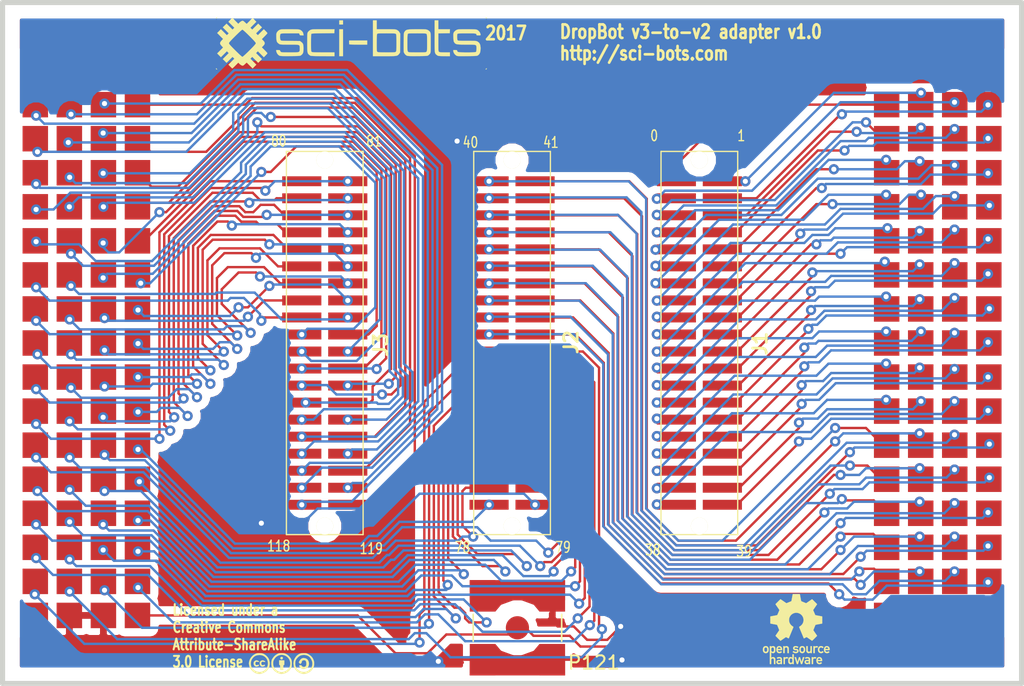
<source format=kicad_pcb>
(kicad_pcb (version 4) (host pcbnew 4.0.1-stable)
  (title_block (title "DropBot v3-to-v2 adapter") (date 2017-04-12) (rev v1.0) (company "Sci-Bots Inc."))
  (layers (0 Front signal) (31 Back signal) (34 B.Paste user) (35 F.Paste user) (36 B.SilkS user) (37 F.SilkS user) (38 B.Mask user) (39 F.Mask user) (44 Edge.Cuts user))
  (net 0 "")
  (net 1 CUR_SENSE)
  (net 2 "Net-(P134-Pad1)")
  (net 3 "Net-(P135-Pad1)")
  (net 4 "Net-(P136-Pad1)")
  (net 5 "Net-(P137-Pad1)")
  (net 6 "Net-(J1-Pad1)")
  (net 7 "Net-(J1-Pad2)")
  (net 8 "Net-(J1-Pad3)")
  (net 9 "Net-(J1-Pad4)")
  (net 10 "Net-(J1-Pad5)")
  (net 11 "Net-(J1-Pad6)")
  (net 12 "Net-(J1-Pad7)")
  (net 13 "Net-(J1-Pad8)")
  (net 14 "Net-(J1-Pad9)")
  (net 15 "Net-(J1-Pad10)")
  (net 16 "Net-(J1-Pad11)")
  (net 17 "Net-(J1-Pad12)")
  (net 18 "Net-(J1-Pad13)")
  (net 19 "Net-(J1-Pad14)")
  (net 20 "Net-(J1-Pad15)")
  (net 21 "Net-(J1-Pad16)")
  (net 22 "Net-(J1-Pad17)")
  (net 23 "Net-(J1-Pad18)")
  (net 24 "Net-(J1-Pad19)")
  (net 25 "Net-(J1-Pad20)")
  (net 26 "Net-(J1-Pad21)")
  (net 27 "Net-(J1-Pad22)")
  (net 28 "Net-(J1-Pad23)")
  (net 29 "Net-(J1-Pad24)")
  (net 30 "Net-(J1-Pad25)")
  (net 31 "Net-(J1-Pad26)")
  (net 32 "Net-(J1-Pad27)")
  (net 33 "Net-(J1-Pad28)")
  (net 34 "Net-(J1-Pad29)")
  (net 35 "Net-(J1-Pad30)")
  (net 36 "Net-(J1-Pad31)")
  (net 37 "Net-(J1-Pad32)")
  (net 38 "Net-(J1-Pad33)")
  (net 39 "Net-(J1-Pad34)")
  (net 40 "Net-(J1-Pad35)")
  (net 41 "Net-(J1-Pad36)")
  (net 42 "Net-(J1-Pad37)")
  (net 43 "Net-(J1-Pad38)")
  (net 44 "Net-(J1-Pad39)")
  (net 45 "Net-(J1-Pad40)")
  (net 46 "Net-(J2-Pad1)")
  (net 47 "Net-(J2-Pad2)")
  (net 48 "Net-(J2-Pad3)")
  (net 49 "Net-(J2-Pad4)")
  (net 50 "Net-(J2-Pad5)")
  (net 51 "Net-(J2-Pad6)")
  (net 52 "Net-(J2-Pad7)")
  (net 53 "Net-(J2-Pad8)")
  (net 54 "Net-(J2-Pad9)")
  (net 55 "Net-(J2-Pad10)")
  (net 56 "Net-(J2-Pad11)")
  (net 57 "Net-(J2-Pad12)")
  (net 58 "Net-(J2-Pad13)")
  (net 59 "Net-(J2-Pad14)")
  (net 60 "Net-(J2-Pad15)")
  (net 61 "Net-(J2-Pad16)")
  (net 62 "Net-(J2-Pad17)")
  (net 63 "Net-(J2-Pad18)")
  (net 64 "Net-(J2-Pad19)")
  (net 65 "Net-(J2-Pad20)")
  (net 66 "Net-(J2-Pad21)")
  (net 67 "Net-(J2-Pad22)")
  (net 68 "Net-(J2-Pad23)")
  (net 69 "Net-(J2-Pad24)")
  (net 70 "Net-(J2-Pad25)")
  (net 71 "Net-(J2-Pad26)")
  (net 72 "Net-(J2-Pad27)")
  (net 73 "Net-(J2-Pad28)")
  (net 74 "Net-(J2-Pad29)")
  (net 75 "Net-(J2-Pad30)")
  (net 76 "Net-(J2-Pad31)")
  (net 77 "Net-(J2-Pad32)")
  (net 78 "Net-(J2-Pad33)")
  (net 79 "Net-(J2-Pad34)")
  (net 80 "Net-(J2-Pad35)")
  (net 81 "Net-(J2-Pad36)")
  (net 82 "Net-(J2-Pad37)")
  (net 83 "Net-(J2-Pad38)")
  (net 84 "Net-(J2-Pad39)")
  (net 85 "Net-(J2-Pad40)")
  (net 86 "Net-(J3-Pad1)")
  (net 87 "Net-(J3-Pad2)")
  (net 88 "Net-(J3-Pad3)")
  (net 89 "Net-(J3-Pad4)")
  (net 90 "Net-(J3-Pad5)")
  (net 91 "Net-(J3-Pad6)")
  (net 92 "Net-(J3-Pad7)")
  (net 93 "Net-(J3-Pad8)")
  (net 94 "Net-(J3-Pad9)")
  (net 95 "Net-(J3-Pad10)")
  (net 96 "Net-(J3-Pad11)")
  (net 97 "Net-(J3-Pad12)")
  (net 98 "Net-(J3-Pad13)")
  (net 99 "Net-(J3-Pad14)")
  (net 100 "Net-(J3-Pad15)")
  (net 101 "Net-(J3-Pad16)")
  (net 102 "Net-(J3-Pad17)")
  (net 103 "Net-(J3-Pad18)")
  (net 104 "Net-(J3-Pad19)")
  (net 105 "Net-(J3-Pad20)")
  (net 106 "Net-(J3-Pad21)")
  (net 107 "Net-(J3-Pad22)")
  (net 108 "Net-(J3-Pad23)")
  (net 109 "Net-(J3-Pad24)")
  (net 110 "Net-(J3-Pad25)")
  (net 111 "Net-(J3-Pad26)")
  (net 112 "Net-(J3-Pad27)")
  (net 113 "Net-(J3-Pad28)")
  (net 114 "Net-(J3-Pad29)")
  (net 115 "Net-(J3-Pad30)")
  (net 116 "Net-(J3-Pad31)")
  (net 117 "Net-(J3-Pad32)")
  (net 118 "Net-(J3-Pad33)")
  (net 119 "Net-(J3-Pad34)")
  (net 120 "Net-(J3-Pad35)")
  (net 121 "Net-(J3-Pad36)")
  (net 122 "Net-(J3-Pad37)")
  (net 123 "Net-(J3-Pad38)")
  (net 124 "Net-(J3-Pad39)")
  (net 125 "Net-(J3-Pad40)")
  (net 126 "Net-(P122-Pad1)")
  (net 127 GND)
  (net 128 "Net-(P125-Pad1)")
  (module wheelerlab:1.9mm_DMF_Electrode (layer Front) (at 104.14 43.18)
    (fp_text reference P1 hide)
    (fp_text value CONN_01X01 hide)
    (pad 1 smd rect (at 0 0) (size 1.89992 1.89992) (layers Front F.Mask) (net 6 "Net-(J1-Pad1)"))
  )
  (module wheelerlab:1.9mm_DMF_Electrode (layer Front) (at 106.68 43.18)
    (fp_text reference P2 hide)
    (fp_text value CONN_01X01 hide)
    (pad 1 smd rect (at 0 0) (size 1.89992 1.89992) (layers Front F.Mask) (net 7 "Net-(J1-Pad2)"))
  )
  (module wheelerlab:1.9mm_DMF_Electrode (layer Front) (at 109.22 43.18)
    (fp_text reference P3 hide)
    (fp_text value CONN_01X01 hide)
    (pad 1 smd rect (at 0 0) (size 1.89992 1.89992) (layers Front F.Mask) (net 8 "Net-(J1-Pad3)"))
  )
  (module wheelerlab:1.9mm_DMF_Electrode (layer Front) (at 111.76 43.18)
    (fp_text reference P4 hide)
    (fp_text value CONN_01X01 hide)
    (pad 1 smd rect (at 0 0) (size 1.89992 1.89992) (layers Front F.Mask) (net 9 "Net-(J1-Pad4)"))
  )
  (module wheelerlab:1.9mm_DMF_Electrode (layer Front) (at 104.14 45.72 180)
    (fp_text reference P5 hide)
    (fp_text value CONN_01X01 hide)
    (pad 1 smd rect (at 0 0 180) (size 1.89992 1.89992) (layers Front F.Mask) (net 10 "Net-(J1-Pad5)"))
  )
  (module wheelerlab:1.9mm_DMF_Electrode (layer Front) (at 106.68 45.72 180)
    (fp_text reference P6 hide)
    (fp_text value CONN_01X01 hide)
    (pad 1 smd rect (at 0 0 180) (size 1.89992 1.89992) (layers Front F.Mask) (net 11 "Net-(J1-Pad6)"))
  )
  (module wheelerlab:1.9mm_DMF_Electrode (layer Front) (at 109.22 45.72 180)
    (fp_text reference P7 hide)
    (fp_text value CONN_01X01 hide)
    (pad 1 smd rect (at 0 0 180) (size 1.89992 1.89992) (layers Front F.Mask) (net 12 "Net-(J1-Pad7)"))
  )
  (module wheelerlab:1.9mm_DMF_Electrode (layer Front) (at 111.76 45.72 180)
    (fp_text reference P8 hide)
    (fp_text value CONN_01X01 hide)
    (pad 1 smd rect (at 0 0 180) (size 1.89992 1.89992) (layers Front F.Mask) (net 13 "Net-(J1-Pad8)"))
  )
  (module wheelerlab:1.9mm_DMF_Electrode (layer Front) (at 104.14 48.26 180)
    (fp_text reference P9 hide)
    (fp_text value CONN_01X01 hide)
    (pad 1 smd rect (at 0 0 180) (size 1.89992 1.89992) (layers Front F.Mask) (net 14 "Net-(J1-Pad9)"))
  )
  (module wheelerlab:1.9mm_DMF_Electrode (layer Front) (at 106.68 48.26)
    (fp_text reference P10 hide)
    (fp_text value CONN_01X01 hide)
    (pad 1 smd rect (at 0 0) (size 1.89992 1.89992) (layers Front F.Mask) (net 15 "Net-(J1-Pad10)"))
  )
  (module wheelerlab:1.9mm_DMF_Electrode (layer Front) (at 109.22 48.26)
    (fp_text reference P11 hide)
    (fp_text value CONN_01X01 hide)
    (pad 1 smd rect (at 0 0) (size 1.89992 1.89992) (layers Front F.Mask) (net 16 "Net-(J1-Pad11)"))
  )
  (module wheelerlab:1.9mm_DMF_Electrode (layer Front) (at 111.76 48.26)
    (fp_text reference P12 hide)
    (fp_text value CONN_01X01 hide)
    (pad 1 smd rect (at 0 0) (size 1.89992 1.89992) (layers Front F.Mask) (net 17 "Net-(J1-Pad12)"))
  )
  (module wheelerlab:1.9mm_DMF_Electrode (layer Front) (at 104.14 50.8)
    (fp_text reference P13 hide)
    (fp_text value CONN_01X01 hide)
    (pad 1 smd rect (at 0 0) (size 1.89992 1.89992) (layers Front F.Mask) (net 18 "Net-(J1-Pad13)"))
  )
  (module wheelerlab:1.9mm_DMF_Electrode (layer Front) (at 106.68 50.8)
    (fp_text reference P14 hide)
    (fp_text value CONN_01X01 hide)
    (pad 1 smd rect (at 0 0) (size 1.89992 1.89992) (layers Front F.Mask) (net 19 "Net-(J1-Pad14)"))
  )
  (module wheelerlab:1.9mm_DMF_Electrode (layer Front) (at 109.22 50.8)
    (fp_text reference P15 hide)
    (fp_text value CONN_01X01 hide)
    (pad 1 smd rect (at 0 0) (size 1.89992 1.89992) (layers Front F.Mask) (net 20 "Net-(J1-Pad15)"))
  )
  (module wheelerlab:1.9mm_DMF_Electrode (layer Front) (at 111.76 50.8)
    (fp_text reference P16 hide)
    (fp_text value CONN_01X01 hide)
    (pad 1 smd rect (at 0 0) (size 1.89992 1.89992) (layers Front F.Mask) (net 21 "Net-(J1-Pad16)"))
  )
  (module wheelerlab:1.9mm_DMF_Electrode (layer Front) (at 104.14 53.34)
    (fp_text reference P17 hide)
    (fp_text value CONN_01X01 hide)
    (pad 1 smd rect (at 0 0) (size 1.89992 1.89992) (layers Front F.Mask) (net 22 "Net-(J1-Pad17)"))
  )
  (module wheelerlab:1.9mm_DMF_Electrode (layer Front) (at 106.68 53.34)
    (fp_text reference P18 hide)
    (fp_text value CONN_01X01 hide)
    (pad 1 smd rect (at 0 0) (size 1.89992 1.89992) (layers Front F.Mask) (net 23 "Net-(J1-Pad18)"))
  )
  (module wheelerlab:1.9mm_DMF_Electrode (layer Front) (at 109.22 53.34)
    (fp_text reference P19 hide)
    (fp_text value CONN_01X01 hide)
    (pad 1 smd rect (at 0 0) (size 1.89992 1.89992) (layers Front F.Mask) (net 24 "Net-(J1-Pad19)"))
  )
  (module wheelerlab:1.9mm_DMF_Electrode (layer Front) (at 111.76 53.34)
    (fp_text reference P20 hide)
    (fp_text value CONN_01X01 hide)
    (pad 1 smd rect (at 0 0) (size 1.89992 1.89992) (layers Front F.Mask) (net 25 "Net-(J1-Pad20)"))
  )
  (module wheelerlab:1.9mm_DMF_Electrode (layer Front) (at 104.14 55.88)
    (fp_text reference P21 hide)
    (fp_text value CONN_01X01 hide)
    (pad 1 smd rect (at 0 0) (size 1.89992 1.89992) (layers Front F.Mask) (net 26 "Net-(J1-Pad21)"))
  )
  (module wheelerlab:1.9mm_DMF_Electrode (layer Front) (at 106.68 55.88)
    (fp_text reference P22 hide)
    (fp_text value CONN_01X01 hide)
    (pad 1 smd rect (at 0 0) (size 1.89992 1.89992) (layers Front F.Mask) (net 27 "Net-(J1-Pad22)"))
  )
  (module wheelerlab:1.9mm_DMF_Electrode (layer Front) (at 109.22 55.88)
    (fp_text reference P23 hide)
    (fp_text value CONN_01X01 hide)
    (pad 1 smd rect (at 0 0) (size 1.89992 1.89992) (layers Front F.Mask) (net 28 "Net-(J1-Pad23)"))
  )
  (module wheelerlab:1.9mm_DMF_Electrode (layer Front) (at 111.76 55.88)
    (fp_text reference P24 hide)
    (fp_text value CONN_01X01 hide)
    (pad 1 smd rect (at 0 0) (size 1.89992 1.89992) (layers Front F.Mask) (net 29 "Net-(J1-Pad24)"))
  )
  (module wheelerlab:1.9mm_DMF_Electrode (layer Front) (at 104.14 58.42)
    (fp_text reference P25 hide)
    (fp_text value CONN_01X01 hide)
    (pad 1 smd rect (at 0 0) (size 1.89992 1.89992) (layers Front F.Mask) (net 30 "Net-(J1-Pad25)"))
  )
  (module wheelerlab:1.9mm_DMF_Electrode (layer Front) (at 106.68 58.42)
    (fp_text reference P26 hide)
    (fp_text value CONN_01X01 hide)
    (pad 1 smd rect (at 0 0) (size 1.89992 1.89992) (layers Front F.Mask) (net 31 "Net-(J1-Pad26)"))
  )
  (module wheelerlab:1.9mm_DMF_Electrode (layer Front) (at 109.22 58.42)
    (fp_text reference P27 hide)
    (fp_text value CONN_01X01 hide)
    (pad 1 smd rect (at 0 0) (size 1.89992 1.89992) (layers Front F.Mask) (net 32 "Net-(J1-Pad27)"))
  )
  (module wheelerlab:1.9mm_DMF_Electrode (layer Front) (at 111.76 58.42)
    (fp_text reference P28 hide)
    (fp_text value CONN_01X01 hide)
    (pad 1 smd rect (at 0 0) (size 1.89992 1.89992) (layers Front F.Mask) (net 33 "Net-(J1-Pad28)"))
  )
  (module wheelerlab:1.9mm_DMF_Electrode (layer Front) (at 104.14 60.96)
    (fp_text reference P29 hide)
    (fp_text value CONN_01X01 hide)
    (pad 1 smd rect (at 0 0) (size 1.89992 1.89992) (layers Front F.Mask) (net 34 "Net-(J1-Pad29)"))
  )
  (module wheelerlab:1.9mm_DMF_Electrode (layer Front) (at 106.68 60.96)
    (fp_text reference P30 hide)
    (fp_text value CONN_01X01 hide)
    (pad 1 smd rect (at 0 0) (size 1.89992 1.89992) (layers Front F.Mask) (net 35 "Net-(J1-Pad30)"))
  )
  (module wheelerlab:1.9mm_DMF_Electrode (layer Front) (at 109.22 60.96)
    (fp_text reference P31 hide)
    (fp_text value CONN_01X01 hide)
    (pad 1 smd rect (at 0 0) (size 1.89992 1.89992) (layers Front F.Mask) (net 36 "Net-(J1-Pad31)"))
  )
  (module wheelerlab:1.9mm_DMF_Electrode (layer Front) (at 111.76 60.96)
    (fp_text reference P32 hide)
    (fp_text value CONN_01X01 hide)
    (pad 1 smd rect (at 0 0) (size 1.89992 1.89992) (layers Front F.Mask) (net 37 "Net-(J1-Pad32)"))
  )
  (module wheelerlab:1.9mm_DMF_Electrode (layer Front) (at 104.14 63.5)
    (fp_text reference P33 hide)
    (fp_text value CONN_01X01 hide)
    (pad 1 smd rect (at 0 0) (size 1.89992 1.89992) (layers Front F.Mask) (net 38 "Net-(J1-Pad33)"))
  )
  (module wheelerlab:1.9mm_DMF_Electrode (layer Front) (at 106.68 63.5)
    (fp_text reference P34 hide)
    (fp_text value CONN_01X01 hide)
    (pad 1 smd rect (at 0 0) (size 1.89992 1.89992) (layers Front F.Mask) (net 39 "Net-(J1-Pad34)"))
  )
  (module wheelerlab:1.9mm_DMF_Electrode (layer Front) (at 109.22 63.5)
    (fp_text reference P35 hide)
    (fp_text value CONN_01X01 hide)
    (pad 1 smd rect (at 0 0) (size 1.89992 1.89992) (layers Front F.Mask) (net 40 "Net-(J1-Pad35)"))
  )
  (module wheelerlab:1.9mm_DMF_Electrode (layer Front) (at 111.76 63.5)
    (fp_text reference P36 hide)
    (fp_text value CONN_01X01 hide)
    (pad 1 smd rect (at 0 0) (size 1.89992 1.89992) (layers Front F.Mask) (net 41 "Net-(J1-Pad36)"))
  )
  (module wheelerlab:1.9mm_DMF_Electrode (layer Front) (at 104.14 66.04)
    (fp_text reference P37 hide)
    (fp_text value CONN_01X01 hide)
    (pad 1 smd rect (at 0 0) (size 1.89992 1.89992) (layers Front F.Mask) (net 42 "Net-(J1-Pad37)"))
  )
  (module wheelerlab:1.9mm_DMF_Electrode (layer Front) (at 106.68 66.04)
    (fp_text reference P38 hide)
    (fp_text value CONN_01X01 hide)
    (pad 1 smd rect (at 0 0) (size 1.89992 1.89992) (layers Front F.Mask) (net 43 "Net-(J1-Pad38)"))
  )
  (module wheelerlab:1.9mm_DMF_Electrode (layer Front) (at 109.22 66.04)
    (fp_text reference P39 hide)
    (fp_text value CONN_01X01 hide)
    (pad 1 smd rect (at 0 0) (size 1.89992 1.89992) (layers Front F.Mask) (net 44 "Net-(J1-Pad39)"))
  )
  (module wheelerlab:1.9mm_DMF_Electrode (layer Front) (at 111.76 66.04)
    (fp_text reference P40 hide)
    (fp_text value CONN_01X01 hide)
    (pad 1 smd rect (at 0 0) (size 1.89992 1.89992) (layers Front F.Mask) (net 45 "Net-(J1-Pad40)"))
  )
  (module wheelerlab:1.9mm_DMF_Electrode (layer Front) (at 104.14 68.58)
    (fp_text reference P41 hide)
    (fp_text value CONN_01X01 hide)
    (pad 1 smd rect (at 0 0) (size 1.89992 1.89992) (layers Front F.Mask) (net 46 "Net-(J2-Pad1)"))
  )
  (module wheelerlab:1.9mm_DMF_Electrode (layer Front) (at 106.68 68.58)
    (fp_text reference P42 hide)
    (fp_text value CONN_01X01 hide)
    (pad 1 smd rect (at 0 0) (size 1.89992 1.89992) (layers Front F.Mask) (net 47 "Net-(J2-Pad2)"))
  )
  (module wheelerlab:1.9mm_DMF_Electrode (layer Front) (at 109.22 68.58)
    (fp_text reference P43 hide)
    (fp_text value CONN_01X01 hide)
    (pad 1 smd rect (at 0 0) (size 1.89992 1.89992) (layers Front F.Mask) (net 48 "Net-(J2-Pad3)"))
  )
  (module wheelerlab:1.9mm_DMF_Electrode (layer Front) (at 111.76 68.58)
    (fp_text reference P44 hide)
    (fp_text value CONN_01X01 hide)
    (pad 1 smd rect (at 0 0) (size 1.89992 1.89992) (layers Front F.Mask) (net 49 "Net-(J2-Pad4)"))
  )
  (module wheelerlab:1.9mm_DMF_Electrode (layer Front) (at 104.14 71.12)
    (fp_text reference P45 hide)
    (fp_text value CONN_01X01 hide)
    (pad 1 smd rect (at 0 0) (size 1.89992 1.89992) (layers Front F.Mask) (net 50 "Net-(J2-Pad5)"))
  )
  (module wheelerlab:1.9mm_DMF_Electrode (layer Front) (at 106.68 71.12)
    (fp_text reference P46 hide)
    (fp_text value CONN_01X01 hide)
    (pad 1 smd rect (at 0 0) (size 1.89992 1.89992) (layers Front F.Mask) (net 51 "Net-(J2-Pad6)"))
  )
  (module wheelerlab:1.9mm_DMF_Electrode (layer Front) (at 109.22 71.12)
    (fp_text reference P47 hide)
    (fp_text value CONN_01X01 hide)
    (pad 1 smd rect (at 0 0) (size 1.89992 1.89992) (layers Front F.Mask) (net 52 "Net-(J2-Pad7)"))
  )
  (module wheelerlab:1.9mm_DMF_Electrode (layer Front) (at 111.76 71.12)
    (fp_text reference P48 hide)
    (fp_text value CONN_01X01 hide)
    (pad 1 smd rect (at 0 0) (size 1.89992 1.89992) (layers Front F.Mask) (net 53 "Net-(J2-Pad8)"))
  )
  (module wheelerlab:1.9mm_DMF_Electrode (layer Front) (at 104.14 73.66)
    (fp_text reference P49 hide)
    (fp_text value CONN_01X01 hide)
    (pad 1 smd rect (at 0 0) (size 1.89992 1.89992) (layers Front F.Mask) (net 54 "Net-(J2-Pad9)"))
  )
  (module wheelerlab:1.9mm_DMF_Electrode (layer Front) (at 106.68 73.66)
    (fp_text reference P50 hide)
    (fp_text value CONN_01X01 hide)
    (pad 1 smd rect (at 0 0) (size 1.89992 1.89992) (layers Front F.Mask) (net 55 "Net-(J2-Pad10)"))
  )
  (module wheelerlab:1.9mm_DMF_Electrode (layer Front) (at 109.22 73.66)
    (fp_text reference P51 hide)
    (fp_text value CONN_01X01 hide)
    (pad 1 smd rect (at 0 0) (size 1.89992 1.89992) (layers Front F.Mask) (net 56 "Net-(J2-Pad11)"))
  )
  (module wheelerlab:1.9mm_DMF_Electrode (layer Front) (at 111.76 73.66)
    (fp_text reference P52 hide)
    (fp_text value CONN_01X01 hide)
    (pad 1 smd rect (at 0 0) (size 1.89992 1.89992) (layers Front F.Mask) (net 57 "Net-(J2-Pad12)"))
  )
  (module wheelerlab:1.9mm_DMF_Electrode (layer Front) (at 104.14 76.2)
    (fp_text reference P53 hide)
    (fp_text value CONN_01X01 hide)
    (pad 1 smd rect (at 0 0) (size 1.89992 1.89992) (layers Front F.Mask) (net 58 "Net-(J2-Pad13)"))
  )
  (module wheelerlab:1.9mm_DMF_Electrode (layer Front) (at 106.68 76.2)
    (fp_text reference P54 hide)
    (fp_text value CONN_01X01 hide)
    (pad 1 smd rect (at 0 0) (size 1.89992 1.89992) (layers Front F.Mask) (net 59 "Net-(J2-Pad14)"))
  )
  (module wheelerlab:1.9mm_DMF_Electrode (layer Front) (at 109.22 76.2)
    (fp_text reference P55 hide)
    (fp_text value CONN_01X01 hide)
    (pad 1 smd rect (at 0 0) (size 1.89992 1.89992) (layers Front F.Mask) (net 60 "Net-(J2-Pad15)"))
  )
  (module wheelerlab:1.9mm_DMF_Electrode (layer Front) (at 111.76 76.2)
    (fp_text reference P56 hide)
    (fp_text value CONN_01X01 hide)
    (pad 1 smd rect (at 0 0) (size 1.89992 1.89992) (layers Front F.Mask) (net 61 "Net-(J2-Pad16)"))
  )
  (module wheelerlab:1.9mm_DMF_Electrode (layer Front) (at 104.14 78.74)
    (fp_text reference P57 hide)
    (fp_text value CONN_01X01 hide)
    (pad 1 smd rect (at 0 0) (size 1.89992 1.89992) (layers Front F.Mask) (net 62 "Net-(J2-Pad17)"))
  )
  (module wheelerlab:1.9mm_DMF_Electrode (layer Front) (at 106.68 78.74)
    (fp_text reference P58 hide)
    (fp_text value CONN_01X01 hide)
    (pad 1 smd rect (at 0 0) (size 1.89992 1.89992) (layers Front F.Mask) (net 63 "Net-(J2-Pad18)"))
  )
  (module wheelerlab:1.9mm_DMF_Electrode (layer Front) (at 109.22 78.74)
    (fp_text reference P59 hide)
    (fp_text value CONN_01X01 hide)
    (pad 1 smd rect (at 0 0) (size 1.89992 1.89992) (layers Front F.Mask) (net 64 "Net-(J2-Pad19)"))
  )
  (module wheelerlab:1.9mm_DMF_Electrode (layer Front) (at 111.76 78.74)
    (fp_text reference P60 hide)
    (fp_text value CONN_01X01 hide)
    (pad 1 smd rect (at 0 0) (size 1.89992 1.89992) (layers Front F.Mask) (net 65 "Net-(J2-Pad20)"))
  )
  (module wheelerlab:1.9mm_DMF_Electrode (layer Front) (at 40.64 78.74)
    (fp_text reference P61 hide)
    (fp_text value CONN_01X01 hide)
    (pad 1 smd rect (at 0 0) (size 1.89992 1.89992) (layers Front F.Mask) (net 66 "Net-(J2-Pad21)"))
  )
  (module wheelerlab:1.9mm_DMF_Electrode (layer Front) (at 43.18 78.74)
    (fp_text reference P62 hide)
    (fp_text value CONN_01X01 hide)
    (pad 1 smd rect (at 0 0) (size 1.89992 1.89992) (layers Front F.Mask) (net 67 "Net-(J2-Pad22)"))
  )
  (module wheelerlab:1.9mm_DMF_Electrode (layer Front) (at 45.72 78.74)
    (fp_text reference P63 hide)
    (fp_text value CONN_01X01 hide)
    (pad 1 smd rect (at 0 0) (size 1.89992 1.89992) (layers Front F.Mask) (net 68 "Net-(J2-Pad23)"))
  )
  (module wheelerlab:1.9mm_DMF_Electrode (layer Front) (at 48.26 78.74)
    (fp_text reference P64 hide)
    (fp_text value CONN_01X01 hide)
    (pad 1 smd rect (at 0 0) (size 1.89992 1.89992) (layers Front F.Mask) (net 69 "Net-(J2-Pad24)"))
  )
  (module wheelerlab:1.9mm_DMF_Electrode (layer Front) (at 40.64 76.2)
    (fp_text reference P65 hide)
    (fp_text value CONN_01X01 hide)
    (pad 1 smd rect (at 0 0) (size 1.89992 1.89992) (layers Front F.Mask) (net 70 "Net-(J2-Pad25)"))
  )
  (module wheelerlab:1.9mm_DMF_Electrode (layer Front) (at 43.18 76.2)
    (fp_text reference P66 hide)
    (fp_text value CONN_01X01 hide)
    (pad 1 smd rect (at 0 0) (size 1.89992 1.89992) (layers Front F.Mask) (net 71 "Net-(J2-Pad26)"))
  )
  (module wheelerlab:1.9mm_DMF_Electrode (layer Front) (at 45.72 76.2)
    (fp_text reference P67 hide)
    (fp_text value CONN_01X01 hide)
    (pad 1 smd rect (at 0 0) (size 1.89992 1.89992) (layers Front F.Mask) (net 72 "Net-(J2-Pad27)"))
  )
  (module wheelerlab:1.9mm_DMF_Electrode (layer Front) (at 48.26 76.2)
    (fp_text reference P68 hide)
    (fp_text value CONN_01X01 hide)
    (pad 1 smd rect (at 0 0) (size 1.89992 1.89992) (layers Front F.Mask) (net 73 "Net-(J2-Pad28)"))
  )
  (module wheelerlab:1.9mm_DMF_Electrode (layer Front) (at 40.64 73.66)
    (fp_text reference P69 hide)
    (fp_text value CONN_01X01 hide)
    (pad 1 smd rect (at 0 0) (size 1.89992 1.89992) (layers Front F.Mask) (net 74 "Net-(J2-Pad29)"))
  )
  (module wheelerlab:1.9mm_DMF_Electrode (layer Front) (at 43.18 73.66)
    (fp_text reference P70 hide)
    (fp_text value CONN_01X01 hide)
    (pad 1 smd rect (at 0 0) (size 1.89992 1.89992) (layers Front F.Mask) (net 75 "Net-(J2-Pad30)"))
  )
  (module wheelerlab:1.9mm_DMF_Electrode (layer Front) (at 45.72 73.66)
    (fp_text reference P71 hide)
    (fp_text value CONN_01X01 hide)
    (pad 1 smd rect (at 0 0) (size 1.89992 1.89992) (layers Front F.Mask) (net 76 "Net-(J2-Pad31)"))
  )
  (module wheelerlab:1.9mm_DMF_Electrode (layer Front) (at 48.26 73.66)
    (fp_text reference P72 hide)
    (fp_text value CONN_01X01 hide)
    (pad 1 smd rect (at 0 0) (size 1.89992 1.89992) (layers Front F.Mask) (net 77 "Net-(J2-Pad32)"))
  )
  (module wheelerlab:1.9mm_DMF_Electrode (layer Front) (at 40.64 71.12)
    (fp_text reference P73 hide)
    (fp_text value CONN_01X01 hide)
    (pad 1 smd rect (at 0 0) (size 1.89992 1.89992) (layers Front F.Mask) (net 78 "Net-(J2-Pad33)"))
  )
  (module wheelerlab:1.9mm_DMF_Electrode (layer Front) (at 43.18 71.12)
    (fp_text reference P74 hide)
    (fp_text value CONN_01X01 hide)
    (pad 1 smd rect (at 0 0) (size 1.89992 1.89992) (layers Front F.Mask) (net 79 "Net-(J2-Pad34)"))
  )
  (module wheelerlab:1.9mm_DMF_Electrode (layer Front) (at 45.72 71.12)
    (fp_text reference P75 hide)
    (fp_text value CONN_01X01 hide)
    (pad 1 smd rect (at 0 0) (size 1.89992 1.89992) (layers Front F.Mask) (net 80 "Net-(J2-Pad35)"))
  )
  (module wheelerlab:1.9mm_DMF_Electrode (layer Front) (at 48.26 71.12)
    (fp_text reference P76 hide)
    (fp_text value CONN_01X01 hide)
    (pad 1 smd rect (at 0 0) (size 1.89992 1.89992) (layers Front F.Mask) (net 81 "Net-(J2-Pad36)"))
  )
  (module wheelerlab:1.9mm_DMF_Electrode (layer Front) (at 40.64 68.58)
    (fp_text reference P77 hide)
    (fp_text value CONN_01X01 hide)
    (pad 1 smd rect (at 0 0) (size 1.89992 1.89992) (layers Front F.Mask) (net 82 "Net-(J2-Pad37)"))
  )
  (module wheelerlab:1.9mm_DMF_Electrode (layer Front) (at 43.18 68.58)
    (fp_text reference P78 hide)
    (fp_text value CONN_01X01 hide)
    (pad 1 smd rect (at 0 0) (size 1.89992 1.89992) (layers Front F.Mask) (net 83 "Net-(J2-Pad38)"))
  )
  (module wheelerlab:1.9mm_DMF_Electrode (layer Front) (at 45.72 68.58)
    (fp_text reference P79 hide)
    (fp_text value CONN_01X01 hide)
    (pad 1 smd rect (at 0 0) (size 1.89992 1.89992) (layers Front F.Mask) (net 84 "Net-(J2-Pad39)"))
  )
  (module wheelerlab:1.9mm_DMF_Electrode (layer Front) (at 48.26 68.58)
    (fp_text reference P80 hide)
    (fp_text value CONN_01X01 hide)
    (pad 1 smd rect (at 0 0) (size 1.89992 1.89992) (layers Front F.Mask) (net 85 "Net-(J2-Pad40)"))
  )
  (module wheelerlab:1.9mm_DMF_Electrode (layer Front) (at 40.64 66.04)
    (fp_text reference P81 hide)
    (fp_text value CONN_01X01 hide)
    (pad 1 smd rect (at 0 0) (size 1.89992 1.89992) (layers Front F.Mask) (net 86 "Net-(J3-Pad1)"))
  )
  (module wheelerlab:1.9mm_DMF_Electrode (layer Front) (at 43.18 66.04)
    (fp_text reference P82 hide)
    (fp_text value CONN_01X01 hide)
    (pad 1 smd rect (at 0 0) (size 1.89992 1.89992) (layers Front F.Mask) (net 87 "Net-(J3-Pad2)"))
  )
  (module wheelerlab:1.9mm_DMF_Electrode (layer Front) (at 45.72 66.04)
    (fp_text reference P83 hide)
    (fp_text value CONN_01X01 hide)
    (pad 1 smd rect (at 0 0) (size 1.89992 1.89992) (layers Front F.Mask) (net 88 "Net-(J3-Pad3)"))
  )
  (module wheelerlab:1.9mm_DMF_Electrode (layer Front) (at 48.26 66.04)
    (fp_text reference P84 hide)
    (fp_text value CONN_01X01 hide)
    (pad 1 smd rect (at 0 0) (size 1.89992 1.89992) (layers Front F.Mask) (net 89 "Net-(J3-Pad4)"))
  )
  (module wheelerlab:1.9mm_DMF_Electrode (layer Front) (at 40.64 63.5)
    (fp_text reference P85 hide)
    (fp_text value CONN_01X01 hide)
    (pad 1 smd rect (at 0 0) (size 1.89992 1.89992) (layers Front F.Mask) (net 90 "Net-(J3-Pad5)"))
  )
  (module wheelerlab:1.9mm_DMF_Electrode (layer Front) (at 43.18 63.5)
    (fp_text reference P86 hide)
    (fp_text value CONN_01X01 hide)
    (pad 1 smd rect (at 0 0) (size 1.89992 1.89992) (layers Front F.Mask) (net 91 "Net-(J3-Pad6)"))
  )
  (module wheelerlab:1.9mm_DMF_Electrode (layer Front) (at 45.72 63.5)
    (fp_text reference P87 hide)
    (fp_text value CONN_01X01 hide)
    (pad 1 smd rect (at 0 0) (size 1.89992 1.89992) (layers Front F.Mask) (net 92 "Net-(J3-Pad7)"))
  )
  (module wheelerlab:1.9mm_DMF_Electrode (layer Front) (at 48.26 63.5)
    (fp_text reference P88 hide)
    (fp_text value CONN_01X01 hide)
    (pad 1 smd rect (at 0 0) (size 1.89992 1.89992) (layers Front F.Mask) (net 93 "Net-(J3-Pad8)"))
  )
  (module wheelerlab:1.9mm_DMF_Electrode (layer Front) (at 40.64 60.96)
    (fp_text reference P89 hide)
    (fp_text value CONN_01X01 hide)
    (pad 1 smd rect (at 0 0) (size 1.89992 1.89992) (layers Front F.Mask) (net 94 "Net-(J3-Pad9)"))
  )
  (module wheelerlab:1.9mm_DMF_Electrode (layer Front) (at 43.18 60.96)
    (fp_text reference P90 hide)
    (fp_text value CONN_01X01 hide)
    (pad 1 smd rect (at 0 0) (size 1.89992 1.89992) (layers Front F.Mask) (net 95 "Net-(J3-Pad10)"))
  )
  (module wheelerlab:1.9mm_DMF_Electrode (layer Front) (at 45.72 60.96)
    (fp_text reference P91 hide)
    (fp_text value CONN_01X01 hide)
    (pad 1 smd rect (at 0 0) (size 1.89992 1.89992) (layers Front F.Mask) (net 96 "Net-(J3-Pad11)"))
  )
  (module wheelerlab:1.9mm_DMF_Electrode (layer Front) (at 48.26 60.96)
    (fp_text reference P92 hide)
    (fp_text value CONN_01X01 hide)
    (pad 1 smd rect (at 0 0) (size 1.89992 1.89992) (layers Front F.Mask) (net 97 "Net-(J3-Pad12)"))
  )
  (module wheelerlab:1.9mm_DMF_Electrode (layer Front) (at 40.64 58.42)
    (fp_text reference P93 hide)
    (fp_text value CONN_01X01 hide)
    (pad 1 smd rect (at 0 0) (size 1.89992 1.89992) (layers Front F.Mask) (net 98 "Net-(J3-Pad13)"))
  )
  (module wheelerlab:1.9mm_DMF_Electrode (layer Front) (at 43.18 58.42)
    (fp_text reference P94 hide)
    (fp_text value CONN_01X01 hide)
    (pad 1 smd rect (at 0 0) (size 1.89992 1.89992) (layers Front F.Mask) (net 99 "Net-(J3-Pad14)"))
  )
  (module wheelerlab:1.9mm_DMF_Electrode (layer Front) (at 45.72 58.42)
    (fp_text reference P95 hide)
    (fp_text value CONN_01X01 hide)
    (pad 1 smd rect (at 0 0) (size 1.89992 1.89992) (layers Front F.Mask) (net 100 "Net-(J3-Pad15)"))
  )
  (module wheelerlab:1.9mm_DMF_Electrode (layer Front) (at 48.26 58.42)
    (fp_text reference P96 hide)
    (fp_text value CONN_01X01 hide)
    (pad 1 smd rect (at 0 0) (size 1.89992 1.89992) (layers Front F.Mask) (net 101 "Net-(J3-Pad16)"))
  )
  (module wheelerlab:1.9mm_DMF_Electrode (layer Front) (at 40.64 55.88)
    (fp_text reference P97 hide)
    (fp_text value CONN_01X01 hide)
    (pad 1 smd rect (at 0 0) (size 1.89992 1.89992) (layers Front F.Mask) (net 102 "Net-(J3-Pad17)"))
  )
  (module wheelerlab:1.9mm_DMF_Electrode (layer Front) (at 43.18 55.88)
    (fp_text reference P98 hide)
    (fp_text value CONN_01X01 hide)
    (pad 1 smd rect (at 0 0) (size 1.89992 1.89992) (layers Front F.Mask) (net 103 "Net-(J3-Pad18)"))
  )
  (module wheelerlab:1.9mm_DMF_Electrode (layer Front) (at 45.72 55.88)
    (fp_text reference P99 hide)
    (fp_text value CONN_01X01 hide)
    (pad 1 smd rect (at 0 0) (size 1.89992 1.89992) (layers Front F.Mask) (net 104 "Net-(J3-Pad19)"))
  )
  (module wheelerlab:1.9mm_DMF_Electrode (layer Front) (at 48.26 55.88)
    (fp_text reference P100 hide)
    (fp_text value CONN_01X01 hide)
    (pad 1 smd rect (at 0 0) (size 1.89992 1.89992) (layers Front F.Mask) (net 105 "Net-(J3-Pad20)"))
  )
  (module wheelerlab:1.9mm_DMF_Electrode (layer Front) (at 40.64 53.34)
    (fp_text reference P101 hide)
    (fp_text value CONN_01X01 hide)
    (pad 1 smd rect (at 0 0) (size 1.89992 1.89992) (layers Front F.Mask) (net 106 "Net-(J3-Pad21)"))
  )
  (module wheelerlab:1.9mm_DMF_Electrode (layer Front) (at 43.18 53.34)
    (fp_text reference P102 hide)
    (fp_text value CONN_01X01 hide)
    (pad 1 smd rect (at 0 0) (size 1.89992 1.89992) (layers Front F.Mask) (net 107 "Net-(J3-Pad22)"))
  )
  (module wheelerlab:1.9mm_DMF_Electrode (layer Front) (at 45.72 53.34)
    (fp_text reference P103 hide)
    (fp_text value CONN_01X01 hide)
    (pad 1 smd rect (at 0 0) (size 1.89992 1.89992) (layers Front F.Mask) (net 108 "Net-(J3-Pad23)"))
  )
  (module wheelerlab:1.9mm_DMF_Electrode (layer Front) (at 48.26 53.34)
    (fp_text reference P104 hide)
    (fp_text value CONN_01X01 hide)
    (pad 1 smd rect (at 0 0) (size 1.89992 1.89992) (layers Front F.Mask) (net 109 "Net-(J3-Pad24)"))
  )
  (module wheelerlab:1.9mm_DMF_Electrode (layer Front) (at 40.64 50.8)
    (fp_text reference P105 hide)
    (fp_text value CONN_01X01 hide)
    (pad 1 smd rect (at 0 0) (size 1.89992 1.89992) (layers Front F.Mask) (net 110 "Net-(J3-Pad25)"))
  )
  (module wheelerlab:1.9mm_DMF_Electrode (layer Front) (at 43.18 50.8)
    (fp_text reference P106 hide)
    (fp_text value CONN_01X01 hide)
    (pad 1 smd rect (at 0 0) (size 1.89992 1.89992) (layers Front F.Mask) (net 111 "Net-(J3-Pad26)"))
  )
  (module wheelerlab:1.9mm_DMF_Electrode (layer Front) (at 45.72 50.8)
    (fp_text reference P107 hide)
    (fp_text value CONN_01X01 hide)
    (pad 1 smd rect (at 0 0) (size 1.89992 1.89992) (layers Front F.Mask) (net 112 "Net-(J3-Pad27)"))
  )
  (module wheelerlab:1.9mm_DMF_Electrode (layer Front) (at 48.26 50.8)
    (fp_text reference P108 hide)
    (fp_text value CONN_01X01 hide)
    (pad 1 smd rect (at 0 0) (size 1.89992 1.89992) (layers Front F.Mask) (net 113 "Net-(J3-Pad28)"))
  )
  (module wheelerlab:1.9mm_DMF_Electrode (layer Front) (at 40.64 48.26)
    (fp_text reference P109 hide)
    (fp_text value CONN_01X01 hide)
    (pad 1 smd rect (at 0 0) (size 1.89992 1.89992) (layers Front F.Mask) (net 114 "Net-(J3-Pad29)"))
  )
  (module wheelerlab:1.9mm_DMF_Electrode (layer Front) (at 43.18 48.26)
    (fp_text reference P110 hide)
    (fp_text value CONN_01X01 hide)
    (pad 1 smd rect (at 0 0) (size 1.89992 1.89992) (layers Front F.Mask) (net 115 "Net-(J3-Pad30)"))
  )
  (module wheelerlab:1.9mm_DMF_Electrode (layer Front) (at 45.72 48.26)
    (fp_text reference P111 hide)
    (fp_text value CONN_01X01 hide)
    (pad 1 smd rect (at 0 0) (size 1.89992 1.89992) (layers Front F.Mask) (net 116 "Net-(J3-Pad31)"))
  )
  (module wheelerlab:1.9mm_DMF_Electrode (layer Front) (at 48.26 48.26)
    (fp_text reference P112 hide)
    (fp_text value CONN_01X01 hide)
    (pad 1 smd rect (at 0 0) (size 1.89992 1.89992) (layers Front F.Mask) (net 117 "Net-(J3-Pad32)"))
  )
  (module wheelerlab:1.9mm_DMF_Electrode (layer Front) (at 40.64 45.72)
    (fp_text reference P113 hide)
    (fp_text value CONN_01X01 hide)
    (pad 1 smd rect (at 0 0) (size 1.89992 1.89992) (layers Front F.Mask) (net 118 "Net-(J3-Pad33)"))
  )
  (module wheelerlab:1.9mm_DMF_Electrode (layer Front) (at 43.18 45.72)
    (fp_text reference P114 hide)
    (fp_text value CONN_01X01 hide)
    (pad 1 smd rect (at 0 0) (size 1.89992 1.89992) (layers Front F.Mask) (net 119 "Net-(J3-Pad34)"))
  )
  (module wheelerlab:1.9mm_DMF_Electrode (layer Front) (at 45.72 45.72)
    (fp_text reference P115 hide)
    (fp_text value CONN_01X01 hide)
    (pad 1 smd rect (at 0 0) (size 1.89992 1.89992) (layers Front F.Mask) (net 120 "Net-(J3-Pad35)"))
  )
  (module wheelerlab:1.9mm_DMF_Electrode (layer Front) (at 48.26 45.72)
    (fp_text reference P116 hide)
    (fp_text value CONN_01X01 hide)
    (pad 1 smd rect (at 0 0) (size 1.89992 1.89992) (layers Front F.Mask) (net 121 "Net-(J3-Pad36)"))
  )
  (module wheelerlab:1.9mm_DMF_Electrode (layer Front) (at 40.64 43.18)
    (fp_text reference P117 hide)
    (fp_text value CONN_01X01 hide)
    (pad 1 smd rect (at 0 0) (size 1.89992 1.89992) (layers Front F.Mask) (net 122 "Net-(J3-Pad37)"))
  )
  (module wheelerlab:1.9mm_DMF_Electrode (layer Front) (at 43.18 43.18)
    (fp_text reference P118 hide)
    (fp_text value CONN_01X01 hide)
    (pad 1 smd rect (at 0 0) (size 1.89992 1.89992) (layers Front F.Mask) (net 123 "Net-(J3-Pad38)"))
  )
  (module wheelerlab:1.9mm_DMF_Electrode (layer Front) (at 45.72 43.18)
    (fp_text reference P119 hide)
    (fp_text value CONN_01X01 hide)
    (pad 1 smd rect (at 0 0) (size 1.89992 1.89992) (layers Front F.Mask) (net 124 "Net-(J3-Pad39)"))
  )
  (module wheelerlab:1.9mm_DMF_Electrode (layer Front) (at 48.26 43.18)
    (fp_text reference P120 hide)
    (fp_text value CONN_01X01 hide)
    (pad 1 smd rect (at 0 0) (size 1.89992 1.89992) (layers Front F.Mask) (net 125 "Net-(J3-Pad40)"))
  )
  (module wheelerlab:1.9mm_DMF_Electrode (layer Front) (at 48.26 40.64)
    (fp_text reference P122 hide)
    (fp_text value CONN_01X01 hide)
    (pad 1 smd rect (at 0 0) (size 1.89992 1.89992) (layers Front F.Mask) (net 126 "Net-(P122-Pad1)"))
  )
  (module wheelerlab:1.9mm_DMF_Electrode (layer Front) (at 48.26 81.28)
    (fp_text reference P123 hide)
    (fp_text value CONN_01X01 hide)
    (pad 1 smd rect (at 0 0) (size 1.89992 1.89992) (layers Front F.Mask) (net 1 CUR_SENSE))
  )
  (module wheelerlab:1.9mm_DMF_Electrode (layer Front) (at 104.14 81.28)
    (fp_text reference P124 hide)
    (fp_text value CONN_01X01 hide)
    (pad 1 smd rect (at 0 0) (size 1.89992 1.89992) (layers Front F.Mask) (net 1 CUR_SENSE))
  )
  (module wheelerlab:1.9mm_DMF_Electrode (layer Front) (at 104.14 40.64)
    (fp_text reference P125 hide)
    (fp_text value CONN_01X01 hide)
    (pad 1 smd rect (at 0 0) (size 1.89992 1.89992) (layers Front F.Mask) (net 128 "Net-(P125-Pad1)"))
  )
  (module wheelerlab:1.9mm_DMF_Electrode (layer Front) (at 45.72 40.64)
    (fp_text reference P126 hide)
    (fp_text value CONN_01X01 hide)
    (pad 1 smd rect (at 0 0) (size 1.89992 1.89992) (layers Front F.Mask) (net 127 GND))
  )
  (module wheelerlab:1.9mm_DMF_Electrode (layer Front) (at 43.18 40.64)
    (fp_text reference P127 hide)
    (fp_text value CONN_01X01 hide)
    (pad 1 smd rect (at 0 0) (size 1.89992 1.89992) (layers Front F.Mask) (net 127 GND))
  )
  (module wheelerlab:1.9mm_DMF_Electrode (layer Front) (at 45.72 81.28)
    (fp_text reference P128 hide)
    (fp_text value CONN_01X01 hide)
    (pad 1 smd rect (at 0 0) (size 1.89992 1.89992) (layers Front F.Mask) (net 127 GND))
  )
  (module wheelerlab:1.9mm_DMF_Electrode (layer Front) (at 43.18 81.28)
    (fp_text reference P129 hide)
    (fp_text value CONN_01X01 hide)
    (pad 1 smd rect (at 0 0) (size 1.89992 1.89992) (layers Front F.Mask) (net 127 GND))
  )
  (module wheelerlab:1.9mm_DMF_Electrode (layer Front) (at 106.68 81.28)
    (fp_text reference P130 hide)
    (fp_text value CONN_01X01 hide)
    (pad 1 smd rect (at 0 0) (size 1.89992 1.89992) (layers Front F.Mask) (net 127 GND))
  )
  (module wheelerlab:1.9mm_DMF_Electrode (layer Front) (at 109.22 81.28)
    (fp_text reference P131 hide)
    (fp_text value CONN_01X01 hide)
    (pad 1 smd rect (at 0 0) (size 1.89992 1.89992) (layers Front F.Mask) (net 127 GND))
  )
  (module wheelerlab:1.9mm_DMF_Electrode (layer Front) (at 106.68 40.64)
    (fp_text reference P132 hide)
    (fp_text value CONN_01X01 hide)
    (pad 1 smd rect (at 0 0) (size 1.89992 1.89992) (layers Front F.Mask) (net 127 GND))
  )
  (module wheelerlab:1.9mm_DMF_Electrode (layer Front) (at 109.22 40.64)
    (fp_text reference P133 hide)
    (fp_text value CONN_01X01 hide)
    (pad 1 smd rect (at 0 0) (size 1.89992 1.89992) (layers Front F.Mask) (net 127 GND))
  )
  (module wheelerlab:1.9mm_DMF_Electrode (layer Front) (at 40.64 40.64)
    (fp_text reference P134 hide)
    (fp_text value CONN_01X01 hide)
    (pad 1 smd rect (at 0 0) (size 1.89992 1.89992) (layers Front F.Mask) (net 2 "Net-(P134-Pad1)"))
  )
  (module wheelerlab:1.9mm_DMF_Electrode (layer Front) (at 40.64 81.28)
    (fp_text reference P135 hide)
    (fp_text value CONN_01X01 hide)
    (pad 1 smd rect (at 0 0) (size 1.89992 1.89992) (layers Front F.Mask) (net 3 "Net-(P135-Pad1)"))
  )
  (module wheelerlab:1.9mm_DMF_Electrode (layer Front) (at 111.76 81.28)
    (fp_text reference P136 hide)
    (fp_text value CONN_01X01 hide)
    (pad 1 smd rect (at 0 0) (size 1.89992 1.89992) (layers Front F.Mask) (net 4 "Net-(P136-Pad1)"))
  )
  (module wheelerlab:1.9mm_DMF_Electrode (layer Front) (at 111.76 40.64)
    (fp_text reference P137 hide)
    (fp_text value CONN_01X01 hide)
    (pad 1 smd rect (at 0 0) (size 1.89992 1.89992) (layers Front F.Mask) (net 5 "Net-(P137-Pad1)"))
  )
  (module WheelerLab:TFML-120-02-S-D (layer Front) (at 90.17 60.96 270)
    (fp_text reference J1 (at 0.04 -4.53 270) (layer F.SilkS) (effects (font (size 1.016 1.016) (thickness 0.2032))))
    (fp_text value CONN_02X20 hide)
    (pad 22 smd rect (at 0.635 -1.715 270) (size 0.74 2.92) (layers Front F.Paste F.Mask) (net 27 "Net-(J1-Pad22)"))
    (pad 20 smd rect (at -0.635 -1.715 270) (size 0.74 2.92) (layers Front F.Paste F.Mask) (net 25 "Net-(J1-Pad20)"))
    (pad 2 smd rect (at -12.065 -1.715 270) (size 0.74 2.92) (layers Front F.Paste F.Mask) (net 7 "Net-(J1-Pad2)"))
    (pad "" np_thru_hole circle (at -13.6525 0 270) (size 1.27 1.27) (drill 1.27) (layers *.Cu *.Mask F.SilkS))
    (pad "" np_thru_hole circle (at 13.6525 0 270) (size 1.27 1.27) (drill 1.27) (layers *.Cu *.Mask F.SilkS))
    (pad 3 smd rect (at -10.795 1.715 270) (size 0.74 2.92) (layers Front F.Paste F.Mask) (net 8 "Net-(J1-Pad3)"))
    (pad 1 smd rect (at -12.065 1.715 270) (size 0.74 2.92) (layers Front F.Paste F.Mask) (net 6 "Net-(J1-Pad1)"))
    (pad 4 smd rect (at -10.795 -1.715 270) (size 0.74 2.92) (layers Front F.Paste F.Mask) (net 9 "Net-(J1-Pad4)"))
    (pad 10 smd rect (at -6.985 -1.715 270) (size 0.74 2.92) (layers Front F.Paste F.Mask) (net 15 "Net-(J1-Pad10)"))
    (pad 12 smd rect (at -5.715 -1.715 270) (size 0.74 2.92) (layers Front F.Paste F.Mask) (net 17 "Net-(J1-Pad12)"))
    (pad 8 smd rect (at -8.255 -1.715 270) (size 0.74 2.92) (layers Front F.Paste F.Mask) (net 13 "Net-(J1-Pad8)"))
    (pad 6 smd rect (at -9.525 -1.715 270) (size 0.74 2.92) (layers Front F.Paste F.Mask) (net 11 "Net-(J1-Pad6)"))
    (pad 5 smd rect (at -9.525 1.715 270) (size 0.74 2.92) (layers Front F.Paste F.Mask) (net 10 "Net-(J1-Pad5)"))
    (pad 7 smd rect (at -8.255 1.715 270) (size 0.74 2.92) (layers Front F.Paste F.Mask) (net 12 "Net-(J1-Pad7)"))
    (pad 11 smd rect (at -5.715 1.715 270) (size 0.74 2.92) (layers Front F.Paste F.Mask) (net 16 "Net-(J1-Pad11)"))
    (pad 9 smd rect (at -6.985 1.715 270) (size 0.74 2.92) (layers Front F.Paste F.Mask) (net 14 "Net-(J1-Pad9)"))
    (pad 32 smd rect (at 6.985 -1.715 270) (size 0.74 2.92) (layers Front F.Paste F.Mask) (net 37 "Net-(J1-Pad32)"))
    (pad 34 smd rect (at 8.255 -1.715 270) (size 0.74 2.92) (layers Front F.Paste F.Mask) (net 39 "Net-(J1-Pad34)"))
    (pad 38 smd rect (at 10.795 -1.715 270) (size 0.74 2.92) (layers Front F.Paste F.Mask) (net 43 "Net-(J1-Pad38)"))
    (pad 36 smd rect (at 9.525 -1.715 270) (size 0.74 2.92) (layers Front F.Paste F.Mask) (net 41 "Net-(J1-Pad36)"))
    (pad 35 smd rect (at 9.525 1.715 270) (size 0.74 2.92) (layers Front F.Paste F.Mask) (net 40 "Net-(J1-Pad35)"))
    (pad 37 smd rect (at 10.795 1.715 270) (size 0.74 2.92) (layers Front F.Paste F.Mask) (net 42 "Net-(J1-Pad37)"))
    (pad 33 smd rect (at 8.255 1.715 270) (size 0.74 2.92) (layers Front F.Paste F.Mask) (net 38 "Net-(J1-Pad33)"))
    (pad 31 smd rect (at 6.985 1.715 270) (size 0.74 2.92) (layers Front F.Paste F.Mask) (net 36 "Net-(J1-Pad31)"))
    (pad 39 smd rect (at 12.065 1.715 270) (size 0.74 2.92) (layers Front F.Paste F.Mask) (net 44 "Net-(J1-Pad39)"))
    (pad 40 smd rect (at 12.065 -1.715 270) (size 0.74 2.92) (layers Front F.Paste F.Mask) (net 45 "Net-(J1-Pad40)"))
    (pad 30 smd rect (at 5.715 -1.715 270) (size 0.74 2.92) (layers Front F.Paste F.Mask) (net 35 "Net-(J1-Pad30)"))
    (pad 29 smd rect (at 5.715 1.715 270) (size 0.74 2.92) (layers Front F.Paste F.Mask) (net 34 "Net-(J1-Pad29)"))
    (pad 17 smd rect (at -1.905 1.715 270) (size 0.74 2.92) (layers Front F.Paste F.Mask) (net 22 "Net-(J1-Pad17)"))
    (pad 19 smd rect (at -0.635 1.715 270) (size 0.74 2.92) (layers Front F.Paste F.Mask) (net 24 "Net-(J1-Pad19)"))
    (pad 15 smd rect (at -3.175 1.715 270) (size 0.74 2.92) (layers Front F.Paste F.Mask) (net 20 "Net-(J1-Pad15)"))
    (pad 13 smd rect (at -4.445 1.715 270) (size 0.74 2.92) (layers Front F.Paste F.Mask) (net 18 "Net-(J1-Pad13)"))
    (pad 21 smd rect (at 0.635 1.715 270) (size 0.74 2.92) (layers Front F.Paste F.Mask) (net 26 "Net-(J1-Pad21)"))
    (pad 23 smd rect (at 1.905 1.715 270) (size 0.74 2.92) (layers Front F.Paste F.Mask) (net 28 "Net-(J1-Pad23)"))
    (pad 27 smd rect (at 4.445 1.715 270) (size 0.74 2.92) (layers Front F.Paste F.Mask) (net 32 "Net-(J1-Pad27)"))
    (pad 25 smd rect (at 3.175 1.715 270) (size 0.74 2.92) (layers Front F.Paste F.Mask) (net 30 "Net-(J1-Pad25)"))
    (pad 26 smd rect (at 3.175 -1.715 270) (size 0.74 2.92) (layers Front F.Paste F.Mask) (net 31 "Net-(J1-Pad26)"))
    (pad 28 smd rect (at 4.445 -1.715 270) (size 0.74 2.92) (layers Front F.Paste F.Mask) (net 33 "Net-(J1-Pad28)"))
    (pad 24 smd rect (at 1.905 -1.715 270) (size 0.74 2.92) (layers Front F.Paste F.Mask) (net 29 "Net-(J1-Pad24)"))
    (pad 14 smd rect (at -4.445 -1.715 270) (size 0.74 2.92) (layers Front F.Paste F.Mask) (net 19 "Net-(J1-Pad14)"))
    (pad 16 smd rect (at -3.175 -1.715 270) (size 0.74 2.92) (layers Front F.Paste F.Mask) (net 21 "Net-(J1-Pad16)"))
    (pad 18 smd rect (at -1.905 -1.715 270) (size 0.74 2.92) (layers Front F.Paste F.Mask) (net 23 "Net-(J1-Pad18)"))
  )
  (module WheelerLab:TFML-120-02-S-D (layer Front) (at 76.2 60.96 270)
    (fp_text reference J2 (at -0.06 -4.4 270) (layer F.SilkS) (effects (font (size 1.016 1.016) (thickness 0.2032))))
    (fp_text value CONN_02X20 hide)
    (pad 22 smd rect (at 0.635 -1.715 270) (size 0.74 2.92) (layers Front F.Paste F.Mask) (net 67 "Net-(J2-Pad22)"))
    (pad 20 smd rect (at -0.635 -1.715 270) (size 0.74 2.92) (layers Front F.Paste F.Mask) (net 65 "Net-(J2-Pad20)"))
    (pad 2 smd rect (at -12.065 -1.715 270) (size 0.74 2.92) (layers Front F.Paste F.Mask) (net 47 "Net-(J2-Pad2)"))
    (pad "" np_thru_hole circle (at -13.6525 0 270) (size 1.27 1.27) (drill 1.27) (layers *.Cu *.Mask F.SilkS))
    (pad "" np_thru_hole circle (at 13.6525 0 270) (size 1.27 1.27) (drill 1.27) (layers *.Cu *.Mask F.SilkS))
    (pad 3 smd rect (at -10.795 1.715 270) (size 0.74 2.92) (layers Front F.Paste F.Mask) (net 48 "Net-(J2-Pad3)"))
    (pad 1 smd rect (at -12.065 1.715 270) (size 0.74 2.92) (layers Front F.Paste F.Mask) (net 46 "Net-(J2-Pad1)"))
    (pad 4 smd rect (at -10.795 -1.715 270) (size 0.74 2.92) (layers Front F.Paste F.Mask) (net 49 "Net-(J2-Pad4)"))
    (pad 10 smd rect (at -6.985 -1.715 270) (size 0.74 2.92) (layers Front F.Paste F.Mask) (net 55 "Net-(J2-Pad10)"))
    (pad 12 smd rect (at -5.715 -1.715 270) (size 0.74 2.92) (layers Front F.Paste F.Mask) (net 57 "Net-(J2-Pad12)"))
    (pad 8 smd rect (at -8.255 -1.715 270) (size 0.74 2.92) (layers Front F.Paste F.Mask) (net 53 "Net-(J2-Pad8)"))
    (pad 6 smd rect (at -9.525 -1.715 270) (size 0.74 2.92) (layers Front F.Paste F.Mask) (net 51 "Net-(J2-Pad6)"))
    (pad 5 smd rect (at -9.525 1.715 270) (size 0.74 2.92) (layers Front F.Paste F.Mask) (net 50 "Net-(J2-Pad5)"))
    (pad 7 smd rect (at -8.255 1.715 270) (size 0.74 2.92) (layers Front F.Paste F.Mask) (net 52 "Net-(J2-Pad7)"))
    (pad 11 smd rect (at -5.715 1.715 270) (size 0.74 2.92) (layers Front F.Paste F.Mask) (net 56 "Net-(J2-Pad11)"))
    (pad 9 smd rect (at -6.985 1.715 270) (size 0.74 2.92) (layers Front F.Paste F.Mask) (net 54 "Net-(J2-Pad9)"))
    (pad 32 smd rect (at 6.985 -1.715 270) (size 0.74 2.92) (layers Front F.Paste F.Mask) (net 77 "Net-(J2-Pad32)"))
    (pad 34 smd rect (at 8.255 -1.715 270) (size 0.74 2.92) (layers Front F.Paste F.Mask) (net 79 "Net-(J2-Pad34)"))
    (pad 38 smd rect (at 10.795 -1.715 270) (size 0.74 2.92) (layers Front F.Paste F.Mask) (net 83 "Net-(J2-Pad38)"))
    (pad 36 smd rect (at 9.525 -1.715 270) (size 0.74 2.92) (layers Front F.Paste F.Mask) (net 81 "Net-(J2-Pad36)"))
    (pad 35 smd rect (at 9.525 1.715 270) (size 0.74 2.92) (layers Front F.Paste F.Mask) (net 80 "Net-(J2-Pad35)"))
    (pad 37 smd rect (at 10.795 1.715 270) (size 0.74 2.92) (layers Front F.Paste F.Mask) (net 82 "Net-(J2-Pad37)"))
    (pad 33 smd rect (at 8.255 1.715 270) (size 0.74 2.92) (layers Front F.Paste F.Mask) (net 78 "Net-(J2-Pad33)"))
    (pad 31 smd rect (at 6.985 1.715 270) (size 0.74 2.92) (layers Front F.Paste F.Mask) (net 76 "Net-(J2-Pad31)"))
    (pad 39 smd rect (at 12.065 1.715 270) (size 0.74 2.92) (layers Front F.Paste F.Mask) (net 84 "Net-(J2-Pad39)"))
    (pad 40 smd rect (at 12.065 -1.715 270) (size 0.74 2.92) (layers Front F.Paste F.Mask) (net 85 "Net-(J2-Pad40)"))
    (pad 30 smd rect (at 5.715 -1.715 270) (size 0.74 2.92) (layers Front F.Paste F.Mask) (net 75 "Net-(J2-Pad30)"))
    (pad 29 smd rect (at 5.715 1.715 270) (size 0.74 2.92) (layers Front F.Paste F.Mask) (net 74 "Net-(J2-Pad29)"))
    (pad 17 smd rect (at -1.905 1.715 270) (size 0.74 2.92) (layers Front F.Paste F.Mask) (net 62 "Net-(J2-Pad17)"))
    (pad 19 smd rect (at -0.635 1.715 270) (size 0.74 2.92) (layers Front F.Paste F.Mask) (net 64 "Net-(J2-Pad19)"))
    (pad 15 smd rect (at -3.175 1.715 270) (size 0.74 2.92) (layers Front F.Paste F.Mask) (net 60 "Net-(J2-Pad15)"))
    (pad 13 smd rect (at -4.445 1.715 270) (size 0.74 2.92) (layers Front F.Paste F.Mask) (net 58 "Net-(J2-Pad13)"))
    (pad 21 smd rect (at 0.635 1.715 270) (size 0.74 2.92) (layers Front F.Paste F.Mask) (net 66 "Net-(J2-Pad21)"))
    (pad 23 smd rect (at 1.905 1.715 270) (size 0.74 2.92) (layers Front F.Paste F.Mask) (net 68 "Net-(J2-Pad23)"))
    (pad 27 smd rect (at 4.445 1.715 270) (size 0.74 2.92) (layers Front F.Paste F.Mask) (net 72 "Net-(J2-Pad27)"))
    (pad 25 smd rect (at 3.175 1.715 270) (size 0.74 2.92) (layers Front F.Paste F.Mask) (net 70 "Net-(J2-Pad25)"))
    (pad 26 smd rect (at 3.175 -1.715 270) (size 0.74 2.92) (layers Front F.Paste F.Mask) (net 71 "Net-(J2-Pad26)"))
    (pad 28 smd rect (at 4.445 -1.715 270) (size 0.74 2.92) (layers Front F.Paste F.Mask) (net 73 "Net-(J2-Pad28)"))
    (pad 24 smd rect (at 1.905 -1.715 270) (size 0.74 2.92) (layers Front F.Paste F.Mask) (net 69 "Net-(J2-Pad24)"))
    (pad 14 smd rect (at -4.445 -1.715 270) (size 0.74 2.92) (layers Front F.Paste F.Mask) (net 59 "Net-(J2-Pad14)"))
    (pad 16 smd rect (at -3.175 -1.715 270) (size 0.74 2.92) (layers Front F.Paste F.Mask) (net 61 "Net-(J2-Pad16)"))
    (pad 18 smd rect (at -1.905 -1.715 270) (size 0.74 2.92) (layers Front F.Paste F.Mask) (net 63 "Net-(J2-Pad18)"))
  )
  (module WheelerLab:TFML-120-02-S-D (layer Front) (at 62.23 60.96 270)
    (fp_text reference J3 (at 0.14 -4.17 270) (layer F.SilkS) (effects (font (size 1.016 1.016) (thickness 0.2032))))
    (fp_text value CONN_02X20 hide)
    (pad 22 smd rect (at 0.635 -1.715 270) (size 0.74 2.92) (layers Front F.Paste F.Mask) (net 107 "Net-(J3-Pad22)"))
    (pad 20 smd rect (at -0.635 -1.715 270) (size 0.74 2.92) (layers Front F.Paste F.Mask) (net 105 "Net-(J3-Pad20)"))
    (pad 2 smd rect (at -12.065 -1.715 270) (size 0.74 2.92) (layers Front F.Paste F.Mask) (net 87 "Net-(J3-Pad2)"))
    (pad "" np_thru_hole circle (at -13.6525 0 270) (size 1.27 1.27) (drill 1.27) (layers *.Cu *.Mask F.SilkS))
    (pad "" np_thru_hole circle (at 13.6525 0 270) (size 1.27 1.27) (drill 1.27) (layers *.Cu *.Mask F.SilkS))
    (pad 3 smd rect (at -10.795 1.715 270) (size 0.74 2.92) (layers Front F.Paste F.Mask) (net 88 "Net-(J3-Pad3)"))
    (pad 1 smd rect (at -12.065 1.715 270) (size 0.74 2.92) (layers Front F.Paste F.Mask) (net 86 "Net-(J3-Pad1)"))
    (pad 4 smd rect (at -10.795 -1.715 270) (size 0.74 2.92) (layers Front F.Paste F.Mask) (net 89 "Net-(J3-Pad4)"))
    (pad 10 smd rect (at -6.985 -1.715 270) (size 0.74 2.92) (layers Front F.Paste F.Mask) (net 95 "Net-(J3-Pad10)"))
    (pad 12 smd rect (at -5.715 -1.715 270) (size 0.74 2.92) (layers Front F.Paste F.Mask) (net 97 "Net-(J3-Pad12)"))
    (pad 8 smd rect (at -8.255 -1.715 270) (size 0.74 2.92) (layers Front F.Paste F.Mask) (net 93 "Net-(J3-Pad8)"))
    (pad 6 smd rect (at -9.525 -1.715 270) (size 0.74 2.92) (layers Front F.Paste F.Mask) (net 91 "Net-(J3-Pad6)"))
    (pad 5 smd rect (at -9.525 1.715 270) (size 0.74 2.92) (layers Front F.Paste F.Mask) (net 90 "Net-(J3-Pad5)"))
    (pad 7 smd rect (at -8.255 1.715 270) (size 0.74 2.92) (layers Front F.Paste F.Mask) (net 92 "Net-(J3-Pad7)"))
    (pad 11 smd rect (at -5.715 1.715 270) (size 0.74 2.92) (layers Front F.Paste F.Mask) (net 96 "Net-(J3-Pad11)"))
    (pad 9 smd rect (at -6.985 1.715 270) (size 0.74 2.92) (layers Front F.Paste F.Mask) (net 94 "Net-(J3-Pad9)"))
    (pad 32 smd rect (at 6.985 -1.715 270) (size 0.74 2.92) (layers Front F.Paste F.Mask) (net 117 "Net-(J3-Pad32)"))
    (pad 34 smd rect (at 8.255 -1.715 270) (size 0.74 2.92) (layers Front F.Paste F.Mask) (net 119 "Net-(J3-Pad34)"))
    (pad 38 smd rect (at 10.795 -1.715 270) (size 0.74 2.92) (layers Front F.Paste F.Mask) (net 123 "Net-(J3-Pad38)"))
    (pad 36 smd rect (at 9.525 -1.715 270) (size 0.74 2.92) (layers Front F.Paste F.Mask) (net 121 "Net-(J3-Pad36)"))
    (pad 35 smd rect (at 9.525 1.715 270) (size 0.74 2.92) (layers Front F.Paste F.Mask) (net 120 "Net-(J3-Pad35)"))
    (pad 37 smd rect (at 10.795 1.715 270) (size 0.74 2.92) (layers Front F.Paste F.Mask) (net 122 "Net-(J3-Pad37)"))
    (pad 33 smd rect (at 8.255 1.715 270) (size 0.74 2.92) (layers Front F.Paste F.Mask) (net 118 "Net-(J3-Pad33)"))
    (pad 31 smd rect (at 6.985 1.715 270) (size 0.74 2.92) (layers Front F.Paste F.Mask) (net 116 "Net-(J3-Pad31)"))
    (pad 39 smd rect (at 12.065 1.715 270) (size 0.74 2.92) (layers Front F.Paste F.Mask) (net 124 "Net-(J3-Pad39)"))
    (pad 40 smd rect (at 12.065 -1.715 270) (size 0.74 2.92) (layers Front F.Paste F.Mask) (net 125 "Net-(J3-Pad40)"))
    (pad 30 smd rect (at 5.715 -1.715 270) (size 0.74 2.92) (layers Front F.Paste F.Mask) (net 115 "Net-(J3-Pad30)"))
    (pad 29 smd rect (at 5.715 1.715 270) (size 0.74 2.92) (layers Front F.Paste F.Mask) (net 114 "Net-(J3-Pad29)"))
    (pad 17 smd rect (at -1.905 1.715 270) (size 0.74 2.92) (layers Front F.Paste F.Mask) (net 102 "Net-(J3-Pad17)"))
    (pad 19 smd rect (at -0.635 1.715 270) (size 0.74 2.92) (layers Front F.Paste F.Mask) (net 104 "Net-(J3-Pad19)"))
    (pad 15 smd rect (at -3.175 1.715 270) (size 0.74 2.92) (layers Front F.Paste F.Mask) (net 100 "Net-(J3-Pad15)"))
    (pad 13 smd rect (at -4.445 1.715 270) (size 0.74 2.92) (layers Front F.Paste F.Mask) (net 98 "Net-(J3-Pad13)"))
    (pad 21 smd rect (at 0.635 1.715 270) (size 0.74 2.92) (layers Front F.Paste F.Mask) (net 106 "Net-(J3-Pad21)"))
    (pad 23 smd rect (at 1.905 1.715 270) (size 0.74 2.92) (layers Front F.Paste F.Mask) (net 108 "Net-(J3-Pad23)"))
    (pad 27 smd rect (at 4.445 1.715 270) (size 0.74 2.92) (layers Front F.Paste F.Mask) (net 112 "Net-(J3-Pad27)"))
    (pad 25 smd rect (at 3.175 1.715 270) (size 0.74 2.92) (layers Front F.Paste F.Mask) (net 110 "Net-(J3-Pad25)"))
    (pad 26 smd rect (at 3.175 -1.715 270) (size 0.74 2.92) (layers Front F.Paste F.Mask) (net 111 "Net-(J3-Pad26)"))
    (pad 28 smd rect (at 4.445 -1.715 270) (size 0.74 2.92) (layers Front F.Paste F.Mask) (net 113 "Net-(J3-Pad28)"))
    (pad 24 smd rect (at 1.905 -1.715 270) (size 0.74 2.92) (layers Front F.Paste F.Mask) (net 109 "Net-(J3-Pad24)"))
    (pad 14 smd rect (at -4.445 -1.715 270) (size 0.74 2.92) (layers Front F.Paste F.Mask) (net 99 "Net-(J3-Pad14)"))
    (pad 16 smd rect (at -3.175 -1.715 270) (size 0.74 2.92) (layers Front F.Paste F.Mask) (net 101 "Net-(J3-Pad16)"))
    (pad 18 smd rect (at -1.905 -1.715 270) (size 0.74 2.92) (layers Front F.Paste F.Mask) (net 103 "Net-(J3-Pad18)"))
  )
  (module Connect:SMA_SMD_Jack_Straight (layer Front) (at 76.6 82.2)
    (fp_text reference P121 (at 5.7 2.6) (layer F.SilkS))
    (fp_text value BNC)
    (pad 2 smd rect (at 0.85 2.38 20) (size 2 1) (layers Front F.Paste F.Mask) (net 127 GND))
    (pad 2 smd rect (at -0.85 2.38 340) (size 2 1) (layers Front F.Paste F.Mask) (net 127 GND))
    (pad 2 smd rect (at 0.85 -2.38 340) (size 2 1) (layers Front F.Paste F.Mask) (net 127 GND))
    (pad 2 smd rect (at -0.85 -2.38 20) (size 2 1) (layers Front F.Paste F.Mask) (net 127 GND))
    (pad 2 smd rect (at 1.515 1.749 50) (size 1 0.5) (layers Front F.Paste F.Mask) (net 127 GND))
    (pad 2 smd rect (at -1.515 1.749 310) (size 1 0.5) (layers Front F.Paste F.Mask) (net 127 GND))
    (pad 2 smd rect (at 1.515 -1.749 310) (size 1 0.5) (layers Front F.Paste F.Mask) (net 127 GND))
    (pad 2 smd rect (at -1.515 -1.749 50) (size 1 0.5) (layers Front F.Paste F.Mask) (net 127 GND))
    (pad 2 smd rect (at 2.6 2.38 90) (size 2.35 1.91) (layers Front F.Paste F.Mask) (net 127 GND))
    (pad 2 smd rect (at 0 2.8 90) (size 1.51 7.11) (layers Front F.Paste F.Mask) (net 127 GND))
    (pad 2 smd rect (at -2.6 2.38 90) (size 2.35 1.91) (layers Front F.Paste F.Mask) (net 127 GND))
    (pad 2 smd rect (at 2.6 -2.38 90) (size 2.35 1.91) (layers Front F.Paste F.Mask) (net 127 GND))
    (pad 1 smd circle (at 0 0 90) (size 1.73 1.73) (layers Front F.Paste F.Mask) (net 1 CUR_SENSE))
    (pad 2 smd rect (at 0 -2.8 90) (size 1.51 7.11) (layers Front F.Paste F.Mask) (net 127 GND))
    (pad 2 smd rect (at -2.6 -2.38 90) (size 2.35 1.91) (layers Front F.Paste F.Mask) (net 127 GND))
  )
  (module WheelerLab:SCI-BOTS-LOGO (layer Front) (at 64.2 38.6)
    (fp_text reference G*** hide)
    (fp_text value LOGO hide)
  )
  (module WheelerLab:CC_S_A_logo_5mm (layer Front) (at 59 84.85)
    (fp_text reference G*** hide)
    (fp_text value LOGO hide)
  )
  (module WheelerLab:OSHW_logo_5mm (layer Front) (at 97.4 82.3)
    (fp_text reference G*** hide)
    (fp_text value LOGO hide)
  )
  (gr_text 119 (at 65.7 76.3) (layer F.SilkS) (effects (font (size 0.8 0.6) (thickness 0.1))))
  (gr_text 118 (at 58.8 76.1) (layer F.SilkS) (effects (font (size 0.8 0.6) (thickness 0.1))))
  (gr_text 81 (at 65.9 45.9) (layer F.SilkS) (effects (font (size 0.8 0.6) (thickness 0.1))))
  (gr_text 80 (at 58.8 45.9) (layer F.SilkS) (effects (font (size 0.8 0.6) (thickness 0.1))))
  (gr_text 41 (at 79.1 46) (layer F.SilkS) (effects (font (size 0.8 0.6) (thickness 0.1))))
  (gr_text 40 (at 73.1 46) (layer F.SilkS) (effects (font (size 0.8 0.6) (thickness 0.1))))
  (gr_text 79 (at 80 76.2) (layer F.SilkS) (effects (font (size 0.8 0.6) (thickness 0.1))))
  (gr_text 78 (at 72.5 76.2) (layer F.SilkS) (effects (font (size 0.8 0.6) (thickness 0.1))))
  (gr_text 39 (at 93.5 76.5) (layer F.SilkS) (effects (font (size 0.8 0.6) (thickness 0.1))))
  (gr_text 38 (at 86.7 76.4) (layer F.SilkS) (effects (font (size 0.8 0.6) (thickness 0.1))))
  (gr_text 1 (at 93.3 45.5) (layer F.SilkS) (effects (font (size 0.8 0.6) (thickness 0.1))))
  (gr_text 0 (at 86.8 45.5) (layer F.SilkS) (effects (font (size 0.8 0.6) (thickness 0.1))))
  (gr_line (start 114.2031 35.5664) (end 38.1969 35.5664) (angle 90) (layer Edge.Cuts) (width 0.381))
  (gr_line (start 114.2031 86.3536) (end 114.2031 35.5664) (angle 90) (layer Edge.Cuts) (width 0.381))
  (gr_line (start 38.1969 86.3536) (end 114.2031 86.3536) (angle 90) (layer Edge.Cuts) (width 0.381))
  (gr_line (start 38.1969 35.5664) (end 38.1969 86.3536) (angle 90) (layer Edge.Cuts) (width 0.381))
  (gr_text "Licensed under a\nCreative Commons\nAttribute-ShareAlike\n3.0 License" (at 50.8 82.804) (layer F.SilkS) (effects (font (size 0.8 0.6)) (justify left)))
  (gr_text 2017 (at 75.75 37.85) (layer F.SilkS) (effects (font (size 1 0.8) (thickness 0.2))))
  (gr_text "DropBot v3-to-v2 adapter v1.0\nhttp://sci-bots.com" (at 79.65 38.55) (layer F.SilkS) (effects (font (size 1 0.8) (thickness 0.2)) (justify left)))
  (segment (start 76.6 82.2) (end 77.2 82.2) (width 0.1778) (layer Front) (net 1))
  (segment (start 77.2 82.2) (end 77.8 82.8) (width 0.1778) (layer Front) (net 1))
  (segment (start 101.82 83.6) (end 104.14 81.28) (width 0.1778) (layer Front) (net 1))
  (segment (start 81.3 83.6) (end 101.82 83.6) (width 0.1778) (layer Front) (net 1))
  (segment (start 80.5 82.8) (end 81.3 83.6) (width 0.1778) (layer Front) (net 1))
  (segment (start 77.8 82.8) (end 80.5 82.8) (width 0.1778) (layer Front) (net 1))
  (segment (start 48.26 81.28) (end 64.68 81.28) (width 0.1778) (layer Front) (net 1))
  (segment (start 71.3 82.7) (end 76.1 82.7) (width 0.1778) (layer Front) (net 1))
  (segment (start 69.9 84.1) (end 71.3 82.7) (width 0.1778) (layer Front) (net 1))
  (segment (start 67.5 84.1) (end 69.9 84.1) (width 0.1778) (layer Front) (net 1))
  (segment (start 64.68 81.28) (end 67.5 84.1) (width 0.1778) (layer Front) (net 1))
  (segment (start 76.1 82.7) (end 76.6 82.2) (width 0.1778) (layer Front) (net 1))
  (segment (start 88.455 48.895) (end 88.455 47.645) (width 0.1778) (layer Front) (net 6))
  (segment (start 92.92 43.18) (end 104.14 43.18) (width 0.1778) (layer Front) (net 6))
  (segment (start 88.455 47.645) (end 92.92 43.18) (width 0.1778) (layer Front) (net 6))
  (segment (start 91.885 48.895) (end 93.595 48.895) (width 0.1778) (layer Front) (net 7))
  (segment (start 106.7 42.3) (end 106.68 42.32) (width 0.1778) (layer Front) (net 7))
  (via (at 106.7 42.3) (size 0.762) (drill 0.381) (layers Front Back) (net 7))
  (segment (start 100.2 42.3) (end 106.7 42.3) (width 0.1778) (layer Back) (net 7))
  (segment (start 93.6 48.9) (end 100.2 42.3) (width 0.1778) (layer Back) (net 7))
  (via (at 93.6 48.9) (size 0.762) (drill 0.381) (layers Front Back) (net 7))
  (segment (start 93.595 48.895) (end 93.6 48.9) (width 0.1778) (layer Front) (net 7))
  (segment (start 106.68 42.32) (end 106.68 43.18) (width 0.1778) (layer Front) (net 7))
  (segment (start 88.455 50.165) (end 87.035 50.165) (width 0.1778) (layer Front) (net 8))
  (segment (start 87.035 50.165) (end 87 50.2) (width 0.1778) (layer Front) (net 8))
  (via (at 87 50.2) (size 0.762) (drill 0.381) (layers Front Back) (net 8))
  (segment (start 87 50.2) (end 87.6 49.6) (width 0.1778) (layer Back) (net 8))
  (segment (start 109.2 43) (end 109.22 43.02) (width 0.1778) (layer Front) (net 8))
  (via (at 109.2 43) (size 0.762) (drill 0.381) (layers Front Back) (net 8))
  (segment (start 100.7 43) (end 109.2 43) (width 0.1778) (layer Back) (net 8))
  (segment (start 94.1 49.6) (end 100.7 43) (width 0.1778) (layer Back) (net 8))
  (segment (start 87.6 49.6) (end 94.1 49.6) (width 0.1778) (layer Back) (net 8))
  (segment (start 109.22 43.02) (end 109.22 43.18) (width 0.1778) (layer Front) (net 8))
  (segment (start 91.885 50.165) (end 94.435 50.165) (width 0.1778) (layer Front) (net 9))
  (segment (start 111.7 43.2) (end 111.72 43.18) (width 0.1778) (layer Front) (net 9))
  (via (at 111.7 43.2) (size 0.762) (drill 0.381) (layers Front Back) (net 9))
  (segment (start 111.2 43.7) (end 111.7 43.2) (width 0.1778) (layer Back) (net 9))
  (segment (start 101 43.7) (end 111.2 43.7) (width 0.1778) (layer Back) (net 9))
  (segment (start 100.8 43.9) (end 101 43.7) (width 0.1778) (layer Back) (net 9))
  (via (at 100.8 43.9) (size 0.762) (drill 0.381) (layers Front Back) (net 9))
  (segment (start 100.7 43.9) (end 100.8 43.9) (width 0.1778) (layer Front) (net 9))
  (segment (start 94.435 50.165) (end 100.7 43.9) (width 0.1778) (layer Front) (net 9))
  (segment (start 111.72 43.18) (end 111.76 43.18) (width 0.1778) (layer Front) (net 9))
  (segment (start 88.455 51.435) (end 87.035 51.435) (width 0.1778) (layer Front) (net 10))
  (segment (start 87.035 51.435) (end 87 51.4) (width 0.1778) (layer Front) (net 10))
  (via (at 87 51.4) (size 0.762) (drill 0.381) (layers Front Back) (net 10))
  (segment (start 87 51.4) (end 88.1 50.3) (width 0.1778) (layer Back) (net 10))
  (segment (start 102.6 44.5) (end 103.82 45.72) (width 0.1778) (layer Front) (net 10))
  (via (at 102.6 44.5) (size 0.762) (drill 0.381) (layers Front Back) (net 10))
  (segment (start 101.6 44.5) (end 102.6 44.5) (width 0.1778) (layer Back) (net 10))
  (segment (start 95.8 50.3) (end 101.6 44.5) (width 0.1778) (layer Back) (net 10))
  (segment (start 88.1 50.3) (end 95.8 50.3) (width 0.1778) (layer Back) (net 10))
  (segment (start 103.82 45.72) (end 104.14 45.72) (width 0.1778) (layer Front) (net 10))
  (segment (start 91.885 51.435) (end 93.667898 51.435) (width 0.1778) (layer Front) (net 11))
  (via (at 101.9 45.2) (size 0.762) (drill 0.381) (layers Front Back) (net 11))
  (segment (start 101.9 45.2) (end 102 45.3) (width 0.1778) (layer Back) (net 11))
  (segment (start 102 45.3) (end 106.3 45.3) (width 0.1778) (layer Back) (net 11))
  (segment (start 106.3 45.3) (end 106.7 44.9) (width 0.1778) (layer Back) (net 11))
  (via (at 106.7 44.9) (size 0.762) (drill 0.381) (layers Front Back) (net 11))
  (segment (start 106.7 44.9) (end 106.68 44.92) (width 0.1778) (layer Front) (net 11))
  (segment (start 99.902898 45.2) (end 101.9 45.2) (width 0.1778) (layer Front) (net 11))
  (segment (start 93.667898 51.435) (end 99.902898 45.2) (width 0.1778) (layer Front) (net 11))
  (segment (start 106.68 44.92) (end 106.68 45.72) (width 0.1778) (layer Front) (net 11))
  (segment (start 88.455 52.705) (end 87.005 52.705) (width 0.1778) (layer Front) (net 12))
  (segment (start 87.005 52.705) (end 87 52.7) (width 0.1778) (layer Front) (net 12))
  (via (at 87 52.7) (size 0.762) (drill 0.381) (layers Front Back) (net 12))
  (segment (start 87 52.7) (end 89 50.7) (width 0.1778) (layer Back) (net 12))
  (segment (start 89 50.7) (end 95.902898 50.7) (width 0.1778) (layer Back) (net 12))
  (segment (start 109.2 45) (end 109.22 45.02) (width 0.1778) (layer Front) (net 12))
  (via (at 109.2 45) (size 0.762) (drill 0.381) (layers Front Back) (net 12))
  (segment (start 108.544398 45.655602) (end 109.2 45) (width 0.1778) (layer Back) (net 12))
  (segment (start 102.8 45.655602) (end 108.544398 45.655602) (width 0.1778) (layer Back) (net 12))
  (segment (start 102.555602 45.9) (end 102.8 45.655602) (width 0.1778) (layer Back) (net 12))
  (segment (start 100.702898 45.9) (end 102.555602 45.9) (width 0.1778) (layer Back) (net 12))
  (segment (start 95.902898 50.7) (end 100.702898 45.9) (width 0.1778) (layer Back) (net 12))
  (segment (start 109.22 45.02) (end 109.22 45.72) (width 0.1778) (layer Front) (net 12))
  (segment (start 109.22 45.02) (end 109.22 45.72) (width 0.1778) (layer Front) (net 12))
  (segment (start 101.344398 46.255602) (end 103.144398 46.255602) (width 0.1778) (layer Back) (net 13))
  (segment (start 111.72 45.72) (end 111.7 45.7) (width 0.1778) (layer Front) (net 13))
  (via (at 111.7 45.7) (size 0.762) (drill 0.381) (layers Front Back) (net 13))
  (segment (start 111.388796 46.011204) (end 111.7 45.7) (width 0.1778) (layer Back) (net 13))
  (segment (start 103.388796 46.011204) (end 111.388796 46.011204) (width 0.1778) (layer Back) (net 13))
  (segment (start 99.005796 46.6) (end 101 46.6) (width 0.1778) (layer Front) (net 13))
  (via (at 101 46.6) (size 0.762) (drill 0.381) (layers Front Back) (net 13))
  (segment (start 101 46.6) (end 101.344398 46.255602) (width 0.1778) (layer Back) (net 13))
  (segment (start 99.005796 46.6) (end 92.900796 52.705) (width 0.1778) (layer Front) (net 13))
  (segment (start 103.144398 46.255602) (end 103.388796 46.011204) (width 0.1778) (layer Back) (net 13))
  (segment (start 91.885 52.705) (end 92.900796 52.705) (width 0.1778) (layer Front) (net 13))
  (segment (start 91.885 52.705) (end 93.095 52.705) (width 0.1778) (layer Front) (net 13))
  (segment (start 111.72 45.72) (end 111.76 45.72) (width 0.1778) (layer Front) (net 13))
  (segment (start 88.455 53.975) (end 86.925 53.975) (width 0.1778) (layer Front) (net 14))
  (segment (start 89.844398 51.055602) (end 89.9 51.055602) (width 0.1778) (layer Back) (net 14))
  (segment (start 86.9 54) (end 89.844398 51.055602) (width 0.1778) (layer Back) (net 14))
  (via (at 86.9 54) (size 0.762) (drill 0.381) (layers Front Back) (net 14))
  (segment (start 86.925 53.975) (end 86.9 54) (width 0.1778) (layer Front) (net 14))
  (segment (start 89.9 51.055602) (end 96.050194 51.055602) (width 0.1778) (layer Back) (net 14))
  (segment (start 104.1 47.3) (end 104.14 47.34) (width 0.1778) (layer Front) (net 14))
  (via (at 104.1 47.3) (size 0.762) (drill 0.381) (layers Front Back) (net 14))
  (segment (start 99.805796 47.3) (end 104.1 47.3) (width 0.1778) (layer Back) (net 14))
  (segment (start 96.050194 51.055602) (end 99.805796 47.3) (width 0.1778) (layer Back) (net 14))
  (segment (start 104.14 47.34) (end 104.14 48.26) (width 0.1778) (layer Front) (net 14))
  (segment (start 104.14 47.44) (end 104.14 48.26) (width 0.1778) (layer Front) (net 14))
  (segment (start 91.885 53.975) (end 92.925 53.975) (width 0.1778) (layer Front) (net 15))
  (segment (start 92.925 53.975) (end 98.9 48) (width 0.1778) (layer Front) (net 15))
  (segment (start 106.6 47.4) (end 106.68 47.48) (width 0.1778) (layer Front) (net 15))
  (via (at 106.6 47.4) (size 0.762) (drill 0.381) (layers Front Back) (net 15))
  (segment (start 105.5 47.4) (end 106.6 47.4) (width 0.1778) (layer Back) (net 15))
  (segment (start 104.9 48) (end 105.5 47.4) (width 0.1778) (layer Back) (net 15))
  (segment (start 100.2 48) (end 104.9 48) (width 0.1778) (layer Back) (net 15))
  (via (at 100.2 48) (size 0.762) (drill 0.381) (layers Front Back) (net 15))
  (segment (start 98.9 48) (end 100.2 48) (width 0.1778) (layer Front) (net 15))
  (segment (start 106.68 47.48) (end 106.68 48.26) (width 0.1778) (layer Front) (net 15))
  (segment (start 91.885 53.975) (end 93.125 53.975) (width 0.1778) (layer Front) (net 15))
  (segment (start 106.68 47.42) (end 106.68 48.26) (width 0.1778) (layer Front) (net 15))
  (segment (start 88.455 55.245) (end 86.945 55.245) (width 0.1778) (layer Front) (net 16))
  (segment (start 90.688796 51.411204) (end 90.7 51.411204) (width 0.1778) (layer Back) (net 16))
  (segment (start 86.9 55.2) (end 90.688796 51.411204) (width 0.1778) (layer Back) (net 16))
  (via (at 86.9 55.2) (size 0.762) (drill 0.381) (layers Front Back) (net 16))
  (segment (start 86.945 55.245) (end 86.9 55.2) (width 0.1778) (layer Front) (net 16))
  (segment (start 90.7 51.411204) (end 96.288796 51.411204) (width 0.1778) (layer Back) (net 16))
  (segment (start 109.2 47.7) (end 109.22 47.72) (width 0.1778) (layer Front) (net 16))
  (via (at 109.2 47.7) (size 0.762) (drill 0.381) (layers Front Back) (net 16))
  (segment (start 107.5 47.7) (end 109.2 47.7) (width 0.1778) (layer Back) (net 16))
  (segment (start 106.5 48.7) (end 107.5 47.7) (width 0.1778) (layer Back) (net 16))
  (segment (start 99 48.7) (end 106.5 48.7) (width 0.1778) (layer Back) (net 16))
  (segment (start 96.288796 51.411204) (end 99 48.7) (width 0.1778) (layer Back) (net 16))
  (segment (start 109.22 47.72) (end 109.22 48.26) (width 0.1778) (layer Front) (net 16))
  (segment (start 109.22 47.42) (end 109.22 48.26) (width 0.1778) (layer Front) (net 16))
  (segment (start 91.885 55.245) (end 93.055 55.245) (width 0.1778) (layer Front) (net 17))
  (segment (start 93.055 55.245) (end 98.9 49.4) (width 0.1778) (layer Front) (net 17))
  (segment (start 98.9 49.4) (end 99.3 49.4) (width 0.1778) (layer Front) (net 17))
  (via (at 99.3 49.4) (size 0.762) (drill 0.381) (layers Front Back) (net 17))
  (segment (start 99.3 49.4) (end 99.6 49.1) (width 0.1778) (layer Back) (net 17))
  (segment (start 99.6 49.1) (end 106.7 49.1) (width 0.1778) (layer Back) (net 17))
  (segment (start 106.7 49.1) (end 107.4 48.4) (width 0.1778) (layer Back) (net 17))
  (segment (start 107.4 48.4) (end 111.6 48.4) (width 0.1778) (layer Back) (net 17))
  (segment (start 111.6 48.4) (end 111.7 48.3) (width 0.1778) (layer Back) (net 17))
  (via (at 111.7 48.3) (size 0.762) (drill 0.381) (layers Front Back) (net 17))
  (segment (start 111.7 48.3) (end 111.74 48.26) (width 0.1778) (layer Front) (net 17))
  (segment (start 111.74 48.26) (end 111.76 48.26) (width 0.1778) (layer Front) (net 17))
  (segment (start 88.455 56.515) (end 86.915 56.515) (width 0.1778) (layer Front) (net 18))
  (segment (start 91.633194 51.766806) (end 91.7 51.766806) (width 0.1778) (layer Back) (net 18))
  (segment (start 86.9 56.5) (end 91.633194 51.766806) (width 0.1778) (layer Back) (net 18))
  (via (at 86.9 56.5) (size 0.762) (drill 0.381) (layers Front Back) (net 18))
  (segment (start 86.915 56.515) (end 86.9 56.5) (width 0.1778) (layer Front) (net 18))
  (segment (start 104.1 49.9) (end 104.14 49.94) (width 0.1778) (layer Front) (net 18))
  (via (at 104.1 49.9) (size 0.762) (drill 0.381) (layers Front Back) (net 18))
  (segment (start 99.8 49.9) (end 104.1 49.9) (width 0.1778) (layer Back) (net 18))
  (segment (start 97.933194 51.766806) (end 99.8 49.9) (width 0.1778) (layer Back) (net 18))
  (segment (start 91.7 51.766806) (end 97.933194 51.766806) (width 0.1778) (layer Back) (net 18))
  (segment (start 104.14 49.94) (end 104.14 50.8) (width 0.1778) (layer Front) (net 18))
  (segment (start 91.885 56.515) (end 92.985 56.515) (width 0.1778) (layer Front) (net 19))
  (segment (start 92.985 56.515) (end 98.9 50.6) (width 0.1778) (layer Front) (net 19))
  (segment (start 98.9 50.6) (end 100.1 50.6) (width 0.1778) (layer Front) (net 19))
  (via (at 100.1 50.6) (size 0.762) (drill 0.381) (layers Front Back) (net 19))
  (segment (start 100.1 50.6) (end 105.1 50.6) (width 0.1778) (layer Back) (net 19))
  (segment (start 105.1 50.6) (end 105.8 49.9) (width 0.1778) (layer Back) (net 19))
  (segment (start 105.8 49.9) (end 106.7 49.9) (width 0.1778) (layer Back) (net 19))
  (via (at 106.7 49.9) (size 0.762) (drill 0.381) (layers Front Back) (net 19))
  (segment (start 106.7 49.9) (end 106.68 49.92) (width 0.1778) (layer Front) (net 19))
  (segment (start 106.68 49.92) (end 106.68 50.8) (width 0.1778) (layer Front) (net 19))
  (segment (start 88.455 57.785) (end 87.015 57.785) (width 0.1778) (layer Front) (net 20))
  (segment (start 87.015 57.785) (end 87 57.8) (width 0.1778) (layer Front) (net 20))
  (via (at 87 57.8) (size 0.762) (drill 0.381) (layers Front Back) (net 20))
  (segment (start 87 57.8) (end 92.677592 52.122408) (width 0.1778) (layer Back) (net 20))
  (segment (start 92.677592 52.122408) (end 92.7 52.122408) (width 0.1778) (layer Back) (net 20))
  (segment (start 109.2 50) (end 109.22 50.02) (width 0.1778) (layer Front) (net 20))
  (via (at 109.2 50) (size 0.762) (drill 0.381) (layers Front Back) (net 20))
  (segment (start 107.8 50) (end 109.2 50) (width 0.1778) (layer Back) (net 20))
  (segment (start 106.844398 50.955602) (end 107.8 50) (width 0.1778) (layer Back) (net 20))
  (segment (start 100.7 50.955602) (end 106.844398 50.955602) (width 0.1778) (layer Back) (net 20))
  (segment (start 99.533194 52.122408) (end 100.7 50.955602) (width 0.1778) (layer Back) (net 20))
  (segment (start 92.7 52.122408) (end 99.533194 52.122408) (width 0.1778) (layer Back) (net 20))
  (segment (start 109.22 50.02) (end 109.22 50.8) (width 0.1778) (layer Front) (net 20))
  (segment (start 91.885 57.785) (end 92.915 57.785) (width 0.1778) (layer Front) (net 21))
  (segment (start 92.915 57.785) (end 97.7 53) (width 0.1778) (layer Front) (net 21))
  (segment (start 97.7 53) (end 97.7 52.8) (width 0.1778) (layer Front) (net 21))
  (via (at 97.7 52.8) (size 0.762) (drill 0.381) (layers Front Back) (net 21))
  (segment (start 97.7 52.8) (end 98 52.5) (width 0.1778) (layer Back) (net 21))
  (segment (start 98 52.5) (end 99.7 52.5) (width 0.1778) (layer Back) (net 21))
  (segment (start 99.7 52.5) (end 100.888796 51.311204) (width 0.1778) (layer Back) (net 21))
  (segment (start 100.888796 51.311204) (end 107.588796 51.311204) (width 0.1778) (layer Back) (net 21))
  (segment (start 107.588796 51.311204) (end 108.2 50.7) (width 0.1778) (layer Back) (net 21))
  (segment (start 108.2 50.7) (end 111.8 50.7) (width 0.1778) (layer Back) (net 21))
  (via (at 111.8 50.7) (size 0.762) (drill 0.381) (layers Front Back) (net 21))
  (segment (start 111.8 50.7) (end 111.76 50.74) (width 0.1778) (layer Front) (net 21))
  (segment (start 111.76 50.74) (end 111.76 50.8) (width 0.1778) (layer Front) (net 21))
  (segment (start 88.455 59.055) (end 87.055 59.055) (width 0.1778) (layer Front) (net 22))
  (segment (start 87.055 59.055) (end 87 59) (width 0.1778) (layer Front) (net 22))
  (via (at 87 59) (size 0.762) (drill 0.381) (layers Front Back) (net 22))
  (segment (start 87 59) (end 92.5 53.5) (width 0.1778) (layer Back) (net 22))
  (segment (start 104.2 52.4) (end 104.14 52.46) (width 0.1778) (layer Front) (net 22))
  (via (at 104.2 52.4) (size 0.762) (drill 0.381) (layers Front Back) (net 22))
  (segment (start 100.302898 52.4) (end 104.2 52.4) (width 0.1778) (layer Back) (net 22))
  (segment (start 99.802898 52.9) (end 100.302898 52.4) (width 0.1778) (layer Back) (net 22))
  (segment (start 98.6 52.9) (end 99.802898 52.9) (width 0.1778) (layer Back) (net 22))
  (segment (start 98 53.5) (end 98.6 52.9) (width 0.1778) (layer Back) (net 22))
  (segment (start 92.5 53.5) (end 98 53.5) (width 0.1778) (layer Back) (net 22))
  (segment (start 104.14 52.46) (end 104.14 53.34) (width 0.1778) (layer Front) (net 22))
  (segment (start 91.885 59.055) (end 93.045 59.055) (width 0.1778) (layer Front) (net 23))
  (segment (start 93.045 59.055) (end 98.5 53.6) (width 0.1778) (layer Front) (net 23))
  (segment (start 98.5 53.6) (end 98.9 53.6) (width 0.1778) (layer Front) (net 23))
  (via (at 98.9 53.6) (size 0.762) (drill 0.381) (layers Front Back) (net 23))
  (segment (start 98.9 53.6) (end 99.2 53.3) (width 0.1778) (layer Back) (net 23))
  (segment (start 99.2 53.3) (end 100 53.3) (width 0.1778) (layer Back) (net 23))
  (segment (start 100 53.3) (end 100.2 53.1) (width 0.1778) (layer Back) (net 23))
  (segment (start 100.2 53.1) (end 106.1 53.1) (width 0.1778) (layer Back) (net 23))
  (segment (start 106.1 53.1) (end 106.6 52.6) (width 0.1778) (layer Back) (net 23))
  (via (at 106.6 52.6) (size 0.762) (drill 0.381) (layers Front Back) (net 23))
  (segment (start 106.6 52.6) (end 106.68 52.68) (width 0.1778) (layer Front) (net 23))
  (segment (start 106.68 52.68) (end 106.68 53.34) (width 0.1778) (layer Front) (net 23))
  (segment (start 88.455 60.325) (end 87.025 60.325) (width 0.1778) (layer Front) (net 24))
  (segment (start 87.025 60.325) (end 87 60.3) (width 0.1778) (layer Front) (net 24))
  (via (at 87 60.3) (size 0.762) (drill 0.381) (layers Front Back) (net 24))
  (segment (start 87 60.3) (end 93 54.3) (width 0.1778) (layer Back) (net 24))
  (segment (start 109.2 52.5) (end 109.22 52.52) (width 0.1778) (layer Front) (net 24))
  (via (at 109.2 52.5) (size 0.762) (drill 0.381) (layers Front Back) (net 24))
  (segment (start 108.244398 53.455602) (end 109.2 52.5) (width 0.1778) (layer Back) (net 24))
  (segment (start 100.5 53.455602) (end 108.244398 53.455602) (width 0.1778) (layer Back) (net 24))
  (segment (start 99.655602 54.3) (end 100.5 53.455602) (width 0.1778) (layer Back) (net 24))
  (segment (start 93 54.3) (end 99.655602 54.3) (width 0.1778) (layer Back) (net 24))
  (segment (start 109.22 52.52) (end 109.22 53.34) (width 0.1778) (layer Front) (net 24))
  (segment (start 91.885 60.325) (end 92.975 60.325) (width 0.1778) (layer Front) (net 25))
  (segment (start 92.975 60.325) (end 99 54.3) (width 0.1778) (layer Front) (net 25))
  (segment (start 99 54.3) (end 100.7 54.3) (width 0.1778) (layer Front) (net 25))
  (via (at 100.7 54.3) (size 0.762) (drill 0.381) (layers Front Back) (net 25))
  (segment (start 100.7 54.3) (end 101.188796 53.811204) (width 0.1778) (layer Back) (net 25))
  (segment (start 101.188796 53.811204) (end 111.088796 53.811204) (width 0.1778) (layer Back) (net 25))
  (segment (start 111.088796 53.811204) (end 111.7 53.2) (width 0.1778) (layer Back) (net 25))
  (via (at 111.7 53.2) (size 0.762) (drill 0.381) (layers Front Back) (net 25))
  (segment (start 111.7 53.2) (end 111.76 53.26) (width 0.1778) (layer Front) (net 25))
  (segment (start 111.76 53.26) (end 111.76 53.34) (width 0.1778) (layer Front) (net 25))
  (segment (start 88.455 61.595) (end 87.005 61.595) (width 0.1778) (layer Front) (net 26))
  (segment (start 87.005 61.595) (end 87 61.6) (width 0.1778) (layer Front) (net 26))
  (via (at 87 61.6) (size 0.762) (drill 0.381) (layers Front Back) (net 26))
  (segment (start 87 61.6) (end 93.6 55) (width 0.1778) (layer Back) (net 26))
  (segment (start 104 54.9) (end 104.14 55.04) (width 0.1778) (layer Front) (net 26))
  (via (at 104 54.9) (size 0.762) (drill 0.381) (layers Front Back) (net 26))
  (segment (start 103.9 55) (end 104 54.9) (width 0.1778) (layer Back) (net 26))
  (segment (start 93.6 55) (end 103.9 55) (width 0.1778) (layer Back) (net 26))
  (segment (start 104.14 55.04) (end 104.14 55.88) (width 0.1778) (layer Front) (net 26))
  (segment (start 91.885 61.595) (end 93.005 61.595) (width 0.1778) (layer Front) (net 27))
  (segment (start 93.005 61.595) (end 98.6 56) (width 0.1778) (layer Front) (net 27))
  (segment (start 98.6 56) (end 98.6 55.7) (width 0.1778) (layer Front) (net 27))
  (via (at 98.6 55.7) (size 0.762) (drill 0.381) (layers Front Back) (net 27))
  (segment (start 98.6 55.7) (end 98.7 55.6) (width 0.1778) (layer Back) (net 27))
  (segment (start 98.7 55.6) (end 106.1 55.6) (width 0.1778) (layer Back) (net 27))
  (segment (start 106.1 55.6) (end 106.6 55.1) (width 0.1778) (layer Back) (net 27))
  (via (at 106.6 55.1) (size 0.762) (drill 0.381) (layers Front Back) (net 27))
  (segment (start 106.6 55.1) (end 106.68 55.18) (width 0.1778) (layer Front) (net 27))
  (segment (start 106.68 55.18) (end 106.68 55.88) (width 0.1778) (layer Front) (net 27))
  (segment (start 93.4 56.4) (end 99.555602 56.4) (width 0.1778) (layer Back) (net 28))
  (segment (start 99.555602 56.4) (end 100 55.955602) (width 0.1778) (layer Back) (net 28))
  (segment (start 100 55.955602) (end 108.244398 55.955602) (width 0.1778) (layer Back) (net 28))
  (segment (start 108.244398 55.955602) (end 109.2 55) (width 0.1778) (layer Back) (net 28))
  (via (at 109.2 55) (size 0.762) (drill 0.381) (layers Front Back) (net 28))
  (segment (start 109.22 55.02) (end 109.2 55) (width 0.1778) (layer Front) (net 28))
  (segment (start 87 62.8) (end 93.4 56.4) (width 0.1778) (layer Back) (net 28))
  (via (at 87 62.8) (size 0.762) (drill 0.381) (layers Front Back) (net 28))
  (segment (start 87 62.8) (end 87.065 62.865) (width 0.1778) (layer Front) (net 28))
  (segment (start 88.455 62.865) (end 87.065 62.865) (width 0.1778) (layer Front) (net 28))
  (segment (start 109.22 55.02) (end 109.22 55.88) (width 0.1778) (layer Front) (net 28))
  (segment (start 91.885 62.865) (end 93.035 62.865) (width 0.1778) (layer Front) (net 29))
  (segment (start 93.035 62.865) (end 98.5 57.4) (width 0.1778) (layer Front) (net 29))
  (segment (start 98.5 57.4) (end 98.5 57.1) (width 0.1778) (layer Front) (net 29))
  (via (at 98.5 57.1) (size 0.762) (drill 0.381) (layers Front Back) (net 29))
  (segment (start 98.5 57.1) (end 98.8 56.8) (width 0.1778) (layer Back) (net 29))
  (segment (start 98.8 56.8) (end 99.8 56.8) (width 0.1778) (layer Back) (net 29))
  (segment (start 99.8 56.8) (end 100.288796 56.311204) (width 0.1778) (layer Back) (net 29))
  (segment (start 100.288796 56.311204) (end 111.188796 56.311204) (width 0.1778) (layer Back) (net 29))
  (segment (start 111.188796 56.311204) (end 111.7 55.8) (width 0.1778) (layer Back) (net 29))
  (via (at 111.7 55.8) (size 0.762) (drill 0.381) (layers Front Back) (net 29))
  (segment (start 111.7 55.8) (end 111.76 55.86) (width 0.1778) (layer Front) (net 29))
  (segment (start 111.76 55.86) (end 111.76 55.88) (width 0.1778) (layer Front) (net 29))
  (segment (start 93.3 57.8) (end 98.802898 57.8) (width 0.1778) (layer Back) (net 30))
  (segment (start 98.802898 57.8) (end 99.102898 57.5) (width 0.1778) (layer Back) (net 30))
  (segment (start 99.102898 57.5) (end 104.1 57.5) (width 0.1778) (layer Back) (net 30))
  (via (at 104.1 57.5) (size 0.762) (drill 0.381) (layers Front Back) (net 30))
  (segment (start 104.14 57.54) (end 104.1 57.5) (width 0.1778) (layer Front) (net 30))
  (segment (start 87 64.1) (end 93.3 57.8) (width 0.1778) (layer Back) (net 30))
  (via (at 87 64.1) (size 0.762) (drill 0.381) (layers Front Back) (net 30))
  (segment (start 87 64.1) (end 87.035 64.135) (width 0.1778) (layer Front) (net 30))
  (segment (start 88.455 64.135) (end 87.035 64.135) (width 0.1778) (layer Front) (net 30))
  (segment (start 104.14 57.54) (end 104.14 58.42) (width 0.1778) (layer Front) (net 30))
  (segment (start 91.885 64.135) (end 93.065 64.135) (width 0.1778) (layer Front) (net 31))
  (segment (start 93.065 64.135) (end 98.5 58.7) (width 0.1778) (layer Front) (net 31))
  (segment (start 98.5 58.7) (end 98.5 58.5) (width 0.1778) (layer Front) (net 31))
  (via (at 98.5 58.5) (size 0.762) (drill 0.381) (layers Front Back) (net 31))
  (segment (start 98.5 58.5) (end 98.8 58.2) (width 0.1778) (layer Back) (net 31))
  (segment (start 98.8 58.2) (end 106.1 58.2) (width 0.1778) (layer Back) (net 31))
  (segment (start 106.1 58.2) (end 106.6 57.7) (width 0.1778) (layer Back) (net 31))
  (via (at 106.6 57.7) (size 0.762) (drill 0.381) (layers Front Back) (net 31))
  (segment (start 106.6 57.7) (end 106.68 57.78) (width 0.1778) (layer Front) (net 31))
  (segment (start 106.68 57.78) (end 106.68 58.42) (width 0.1778) (layer Front) (net 31))
  (segment (start 88.455 65.405) (end 87.005 65.405) (width 0.1778) (layer Front) (net 32))
  (segment (start 87.005 65.405) (end 87 65.4) (width 0.1778) (layer Front) (net 32))
  (via (at 87 65.4) (size 0.762) (drill 0.381) (layers Front Back) (net 32))
  (segment (start 87 65.4) (end 93.2 59.2) (width 0.1778) (layer Back) (net 32))
  (segment (start 109.2 57.6) (end 109.22 57.62) (width 0.1778) (layer Front) (net 32))
  (via (at 109.2 57.6) (size 0.762) (drill 0.381) (layers Front Back) (net 32))
  (segment (start 108.244398 58.555602) (end 109.2 57.6) (width 0.1778) (layer Back) (net 32))
  (segment (start 99.5 58.555602) (end 108.244398 58.555602) (width 0.1778) (layer Back) (net 32))
  (segment (start 98.855602 59.2) (end 99.5 58.555602) (width 0.1778) (layer Back) (net 32))
  (segment (start 93.2 59.2) (end 98.855602 59.2) (width 0.1778) (layer Back) (net 32))
  (segment (start 109.22 57.62) (end 109.22 58.42) (width 0.1778) (layer Front) (net 32))
  (segment (start 91.885 65.405) (end 92.895 65.405) (width 0.1778) (layer Front) (net 33))
  (segment (start 92.895 65.405) (end 98.3 60) (width 0.1778) (layer Front) (net 33))
  (segment (start 98.3 60) (end 98.3 59.9) (width 0.1778) (layer Front) (net 33))
  (via (at 98.3 59.9) (size 0.762) (drill 0.381) (layers Front Back) (net 33))
  (segment (start 98.3 59.9) (end 98.6 59.6) (width 0.1778) (layer Back) (net 33))
  (segment (start 98.6 59.6) (end 98.9585 59.6) (width 0.1778) (layer Back) (net 33))
  (segment (start 98.9585 59.6) (end 99.647296 58.911204) (width 0.1778) (layer Back) (net 33))
  (segment (start 99.647296 58.911204) (end 111.288796 58.911204) (width 0.1778) (layer Back) (net 33))
  (segment (start 111.288796 58.911204) (end 111.8 58.4) (width 0.1778) (layer Back) (net 33))
  (via (at 111.8 58.4) (size 0.762) (drill 0.381) (layers Front Back) (net 33))
  (segment (start 111.8 58.4) (end 111.78 58.42) (width 0.1778) (layer Front) (net 33))
  (segment (start 111.78 58.42) (end 111.76 58.42) (width 0.1778) (layer Front) (net 33))
  (segment (start 88.455 66.675) (end 87.075 66.675) (width 0.1778) (layer Front) (net 34))
  (segment (start 87.075 66.675) (end 87 66.6) (width 0.1778) (layer Front) (net 34))
  (via (at 87 66.6) (size 0.762) (drill 0.381) (layers Front Back) (net 34))
  (segment (start 87 66.6) (end 93 60.6) (width 0.1778) (layer Back) (net 34))
  (segment (start 104.1 60.1) (end 104.14 60.14) (width 0.1778) (layer Front) (net 34))
  (via (at 104.1 60.1) (size 0.762) (drill 0.381) (layers Front Back) (net 34))
  (segment (start 99.1 60.1) (end 104.1 60.1) (width 0.1778) (layer Back) (net 34))
  (segment (start 98.6 60.6) (end 99.1 60.1) (width 0.1778) (layer Back) (net 34))
  (segment (start 93 60.6) (end 98.6 60.6) (width 0.1778) (layer Back) (net 34))
  (segment (start 104.14 60.14) (end 104.14 60.96) (width 0.1778) (layer Front) (net 34))
  (segment (start 91.885 66.675) (end 93.025 66.675) (width 0.1778) (layer Front) (net 35))
  (segment (start 93.025 66.675) (end 98 61.7) (width 0.1778) (layer Front) (net 35))
  (segment (start 98 61.7) (end 98 61.3) (width 0.1778) (layer Front) (net 35))
  (via (at 98 61.3) (size 0.762) (drill 0.381) (layers Front Back) (net 35))
  (segment (start 98 61.3) (end 98.3 61) (width 0.1778) (layer Back) (net 35))
  (segment (start 98.3 61) (end 98.855602 61) (width 0.1778) (layer Back) (net 35))
  (segment (start 98.855602 61) (end 99.055602 60.8) (width 0.1778) (layer Back) (net 35))
  (segment (start 99.055602 60.8) (end 106 60.8) (width 0.1778) (layer Back) (net 35))
  (segment (start 106 60.8) (end 106.7 60.1) (width 0.1778) (layer Back) (net 35))
  (via (at 106.7 60.1) (size 0.762) (drill 0.381) (layers Front Back) (net 35))
  (segment (start 106.7 60.1) (end 106.68 60.12) (width 0.1778) (layer Front) (net 35))
  (segment (start 106.68 60.12) (end 106.68 60.96) (width 0.1778) (layer Front) (net 35))
  (segment (start 92.9 62) (end 98.855602 62) (width 0.1778) (layer Back) (net 36))
  (segment (start 98.855602 62) (end 99.7 61.155602) (width 0.1778) (layer Back) (net 36))
  (segment (start 99.7 61.155602) (end 108.244398 61.155602) (width 0.1778) (layer Back) (net 36))
  (segment (start 108.244398 61.155602) (end 109.2 60.2) (width 0.1778) (layer Back) (net 36))
  (via (at 109.2 60.2) (size 0.762) (drill 0.381) (layers Front Back) (net 36))
  (segment (start 109.22 60.22) (end 109.2 60.2) (width 0.1778) (layer Front) (net 36))
  (segment (start 87 67.9) (end 92.9 62) (width 0.1778) (layer Back) (net 36))
  (via (at 87 67.9) (size 0.762) (drill 0.381) (layers Front Back) (net 36))
  (segment (start 87 67.9) (end 87.045 67.945) (width 0.1778) (layer Front) (net 36))
  (segment (start 88.455 67.945) (end 87.045 67.945) (width 0.1778) (layer Front) (net 36))
  (segment (start 109.22 60.22) (end 109.22 60.96) (width 0.1778) (layer Front) (net 36))
  (segment (start 91.885 67.945) (end 92.955 67.945) (width 0.1778) (layer Front) (net 37))
  (segment (start 92.955 67.945) (end 98 62.9) (width 0.1778) (layer Front) (net 37))
  (segment (start 98 62.9) (end 98 62.7) (width 0.1778) (layer Front) (net 37))
  (via (at 98 62.7) (size 0.762) (drill 0.381) (layers Front Back) (net 37))
  (segment (start 98 62.7) (end 98.3 62.4) (width 0.1778) (layer Back) (net 37))
  (segment (start 98.3 62.4) (end 99.1 62.4) (width 0.1778) (layer Back) (net 37))
  (segment (start 99.1 62.4) (end 99.988796 61.511204) (width 0.1778) (layer Back) (net 37))
  (segment (start 99.988796 61.511204) (end 111.088796 61.511204) (width 0.1778) (layer Back) (net 37))
  (segment (start 111.088796 61.511204) (end 111.7 60.9) (width 0.1778) (layer Back) (net 37))
  (via (at 111.7 60.9) (size 0.762) (drill 0.381) (layers Front Back) (net 37))
  (segment (start 111.7 60.9) (end 111.76 60.96) (width 0.1778) (layer Front) (net 37))
  (segment (start 88.455 69.215) (end 87.015 69.215) (width 0.1778) (layer Front) (net 38))
  (segment (start 87.015 69.215) (end 87 69.2) (width 0.1778) (layer Front) (net 38))
  (via (at 87 69.2) (size 0.762) (drill 0.381) (layers Front Back) (net 38))
  (segment (start 87 69.2) (end 92.8 63.4) (width 0.1778) (layer Back) (net 38))
  (segment (start 104.14 62.54) (end 104.14 63.5) (width 0.1778) (layer Front) (net 38))
  (segment (start 104.1 62.5) (end 104.14 62.54) (width 0.1778) (layer Front) (net 38))
  (via (at 104.1 62.5) (size 0.762) (drill 0.381) (layers Front Back) (net 38))
  (segment (start 99.8 62.5) (end 104.1 62.5) (width 0.1778) (layer Back) (net 38))
  (segment (start 98.9 63.4) (end 99.8 62.5) (width 0.1778) (layer Back) (net 38))
  (segment (start 92.8 63.4) (end 98.9 63.4) (width 0.1778) (layer Back) (net 38))
  (segment (start 91.885 69.215) (end 93.085 69.215) (width 0.1778) (layer Front) (net 39))
  (segment (start 93.085 69.215) (end 97.8 64.5) (width 0.1778) (layer Front) (net 39))
  (segment (start 97.8 64.5) (end 97.8 64.1) (width 0.1778) (layer Front) (net 39))
  (via (at 97.8 64.1) (size 0.762) (drill 0.381) (layers Front Back) (net 39))
  (segment (start 97.8 64.1) (end 98.1 63.8) (width 0.1778) (layer Back) (net 39))
  (segment (start 98.1 63.8) (end 99.4 63.8) (width 0.1778) (layer Back) (net 39))
  (segment (start 99.4 63.8) (end 100 63.2) (width 0.1778) (layer Back) (net 39))
  (segment (start 100 63.2) (end 106.2 63.2) (width 0.1778) (layer Back) (net 39))
  (segment (start 106.2 63.2) (end 106.6 62.8) (width 0.1778) (layer Back) (net 39))
  (via (at 106.6 62.8) (size 0.762) (drill 0.381) (layers Front Back) (net 39))
  (segment (start 106.6 62.8) (end 106.68 62.88) (width 0.1778) (layer Front) (net 39))
  (segment (start 106.68 62.88) (end 106.68 63.5) (width 0.1778) (layer Front) (net 39))
  (segment (start 98.902898 64.8) (end 92.7 64.8) (width 0.1778) (layer Back) (net 40))
  (segment (start 98.902898 64.8) (end 100.102898 63.6) (width 0.1778) (layer Back) (net 40))
  (segment (start 100.102898 63.6) (end 108.5 63.6) (width 0.1778) (layer Back) (net 40))
  (segment (start 108.5 63.6) (end 109.2 62.9) (width 0.1778) (layer Back) (net 40))
  (via (at 109.2 62.9) (size 0.762) (drill 0.381) (layers Front Back) (net 40))
  (segment (start 109.22 62.92) (end 109.2 62.9) (width 0.1778) (layer Front) (net 40))
  (segment (start 87 70.5) (end 92.7 64.8) (width 0.1778) (layer Back) (net 40))
  (via (at 87 70.5) (size 0.762) (drill 0.381) (layers Front Back) (net 40))
  (segment (start 87 70.5) (end 87.015 70.485) (width 0.1778) (layer Front) (net 40))
  (segment (start 88.455 70.485) (end 87.015 70.485) (width 0.1778) (layer Front) (net 40))
  (segment (start 109.22 62.92) (end 109.22 63.5) (width 0.1778) (layer Front) (net 40))
  (segment (start 91.885 70.485) (end 93.015 70.485) (width 0.1778) (layer Front) (net 41))
  (segment (start 93.015 70.485) (end 97.8 65.7) (width 0.1778) (layer Front) (net 41))
  (segment (start 97.8 65.7) (end 97.8 65.5) (width 0.1778) (layer Front) (net 41))
  (via (at 97.8 65.5) (size 0.762) (drill 0.381) (layers Front Back) (net 41))
  (segment (start 97.8 65.5) (end 98.1 65.2) (width 0.1778) (layer Back) (net 41))
  (segment (start 98.1 65.2) (end 99.1 65.2) (width 0.1778) (layer Back) (net 41))
  (segment (start 99.1 65.2) (end 100.344398 63.955602) (width 0.1778) (layer Back) (net 41))
  (segment (start 100.344398 63.955602) (end 111.244398 63.955602) (width 0.1778) (layer Back) (net 41))
  (segment (start 111.244398 63.955602) (end 111.7 63.5) (width 0.1778) (layer Back) (net 41))
  (via (at 111.7 63.5) (size 0.762) (drill 0.381) (layers Front Back) (net 41))
  (segment (start 111.7 63.5) (end 111.76 63.5) (width 0.1778) (layer Front) (net 41))
  (segment (start 88.455 71.755) (end 87.045 71.755) (width 0.1778) (layer Front) (net 42))
  (segment (start 87.045 71.755) (end 87 71.8) (width 0.1778) (layer Front) (net 42))
  (via (at 87 71.8) (size 0.762) (drill 0.381) (layers Front Back) (net 42))
  (segment (start 87 71.8) (end 92.6 66.2) (width 0.1778) (layer Back) (net 42))
  (segment (start 104.1 65.2) (end 104.14 65.24) (width 0.1778) (layer Front) (net 42))
  (via (at 104.1 65.2) (size 0.762) (drill 0.381) (layers Front Back) (net 42))
  (segment (start 99.7 65.2) (end 104.1 65.2) (width 0.1778) (layer Back) (net 42))
  (segment (start 98.7 66.2) (end 99.7 65.2) (width 0.1778) (layer Back) (net 42))
  (segment (start 92.6 66.2) (end 98.7 66.2) (width 0.1778) (layer Back) (net 42))
  (segment (start 104.14 65.24) (end 104.14 66.04) (width 0.1778) (layer Front) (net 42))
  (segment (start 91.885 71.755) (end 93.145 71.755) (width 0.1778) (layer Front) (net 43))
  (segment (start 93.145 71.755) (end 97.6 67.3) (width 0.1778) (layer Front) (net 43))
  (segment (start 97.6 67.3) (end 97.6 66.9) (width 0.1778) (layer Front) (net 43))
  (via (at 97.6 66.9) (size 0.762) (drill 0.381) (layers Front Back) (net 43))
  (segment (start 97.6 66.9) (end 97.9 66.6) (width 0.1778) (layer Back) (net 43))
  (segment (start 97.9 66.6) (end 99 66.6) (width 0.1778) (layer Back) (net 43))
  (segment (start 99 66.6) (end 99.7 65.9) (width 0.1778) (layer Back) (net 43))
  (segment (start 99.7 65.9) (end 106.1 65.9) (width 0.1778) (layer Back) (net 43))
  (segment (start 106.1 65.9) (end 106.7 65.3) (width 0.1778) (layer Back) (net 43))
  (via (at 106.7 65.3) (size 0.762) (drill 0.381) (layers Front Back) (net 43))
  (segment (start 106.7 65.3) (end 106.68 65.32) (width 0.1778) (layer Front) (net 43))
  (segment (start 106.68 65.32) (end 106.68 66.04) (width 0.1778) (layer Front) (net 43))
  (segment (start 88.455 73.025) (end 87.025 73.025) (width 0.1778) (layer Front) (net 44))
  (segment (start 87.025 73.025) (end 87 73) (width 0.1778) (layer Front) (net 44))
  (via (at 87 73) (size 0.762) (drill 0.381) (layers Front Back) (net 44))
  (segment (start 87 73) (end 92.4 67.6) (width 0.1778) (layer Back) (net 44))
  (segment (start 109.2 65.3) (end 109.22 65.32) (width 0.1778) (layer Front) (net 44))
  (via (at 109.2 65.3) (size 0.762) (drill 0.381) (layers Front Back) (net 44))
  (segment (start 108.244398 66.255602) (end 109.2 65.3) (width 0.1778) (layer Back) (net 44))
  (segment (start 99.847296 66.255602) (end 108.244398 66.255602) (width 0.1778) (layer Back) (net 44))
  (segment (start 98.502898 67.6) (end 99.847296 66.255602) (width 0.1778) (layer Back) (net 44))
  (segment (start 92.4 67.6) (end 98.502898 67.6) (width 0.1778) (layer Back) (net 44))
  (segment (start 109.22 65.32) (end 109.22 66.04) (width 0.1778) (layer Front) (net 44))
  (segment (start 91.885 73.025) (end 92.975 73.025) (width 0.1778) (layer Front) (net 45))
  (segment (start 92.975 73.025) (end 97.6 68.4) (width 0.1778) (layer Front) (net 45))
  (segment (start 97.6 68.4) (end 97.6 68.3) (width 0.1778) (layer Front) (net 45))
  (via (at 97.6 68.3) (size 0.762) (drill 0.381) (layers Front Back) (net 45))
  (segment (start 97.6 68.3) (end 97.8 68.1) (width 0.1778) (layer Back) (net 45))
  (segment (start 97.8 68.1) (end 98.505796 68.1) (width 0.1778) (layer Back) (net 45))
  (segment (start 98.505796 68.1) (end 99.994592 66.611204) (width 0.1778) (layer Back) (net 45))
  (segment (start 99.994592 66.611204) (end 111.088796 66.611204) (width 0.1778) (layer Back) (net 45))
  (segment (start 111.088796 66.611204) (end 111.7 66) (width 0.1778) (layer Back) (net 45))
  (via (at 111.7 66) (size 0.762) (drill 0.381) (layers Front Back) (net 45))
  (segment (start 111.7 66) (end 111.74 66.04) (width 0.1778) (layer Front) (net 45))
  (segment (start 111.74 66.04) (end 111.76 66.04) (width 0.1778) (layer Front) (net 45))
  (segment (start 88.6 75.7) (end 91.9 75.7) (width 0.1778) (layer Back) (net 46))
  (segment (start 74.485 48.895) (end 74.49 48.9) (width 0.1778) (layer Back) (net 46))
  (segment (start 74.49 48.9) (end 84.9 48.9) (width 0.1778) (layer Back) (net 46))
  (segment (start 84.9 48.9) (end 86.2 50.2) (width 0.1778) (layer Back) (net 46))
  (segment (start 86.2 50.2) (end 86.2 73.3) (width 0.1778) (layer Back) (net 46))
  (segment (start 86.2 73.3) (end 88.6 75.7) (width 0.1778) (layer Back) (net 46))
  (via (at 74.485 48.895) (size 0.762) (drill 0.381) (layers Front Back) (net 46))
  (segment (start 102.6 67.3) (end 103.88 68.58) (width 0.1778) (layer Front) (net 46))
  (segment (start 100.3 67.3) (end 102.6 67.3) (width 0.1778) (layer Front) (net 46))
  (via (at 100.3 67.3) (size 0.762) (drill 0.381) (layers Front Back) (net 46))
  (segment (start 91.9 75.7) (end 100.3 67.3) (width 0.1778) (layer Back) (net 46))
  (segment (start 103.88 68.58) (end 104.14 68.58) (width 0.1778) (layer Front) (net 46))
  (segment (start 92.9 75.7) (end 88.597102 75.7) (width 0.1778) (layer Front) (net 47))
  (segment (start 77.915 48.895) (end 84.939398 48.895) (width 0.1778) (layer Front) (net 47))
  (segment (start 86.244398 50.2) (end 86.244398 73.347296) (width 0.1778) (layer Front) (net 47))
  (segment (start 84.939398 48.895) (end 86.244398 50.2) (width 0.1778) (layer Front) (net 47))
  (segment (start 92.9 75.7) (end 100.3 68.3) (width 0.1778) (layer Front) (net 47))
  (via (at 100.3 68.3) (size 0.762) (drill 0.381) (layers Front Back) (net 47))
  (segment (start 100.3 68.3) (end 100.9 67.7) (width 0.1778) (layer Back) (net 47))
  (segment (start 100.9 67.7) (end 106.6 67.7) (width 0.1778) (layer Back) (net 47))
  (via (at 106.6 67.7) (size 0.762) (drill 0.381) (layers Front Back) (net 47))
  (segment (start 106.6 67.7) (end 106.68 67.78) (width 0.1778) (layer Front) (net 47))
  (segment (start 88.597102 75.7) (end 86.244398 73.347296) (width 0.1778) (layer Front) (net 47))
  (segment (start 106.68 67.78) (end 106.68 68.58) (width 0.1778) (layer Front) (net 47))
  (segment (start 106.68 67.98) (end 106.68 68.58) (width 0.1778) (layer Front) (net 47))
  (via (at 74.485 50.165) (size 0.762) (drill 0.381) (layers Front Back) (net 48))
  (segment (start 109.22 67.82) (end 109.2 67.8) (width 0.1778) (layer Front) (net 48))
  (via (at 109.2 67.8) (size 0.762) (drill 0.381) (layers Front Back) (net 48))
  (segment (start 108.6 68.4) (end 109.2 67.8) (width 0.1778) (layer Back) (net 48))
  (segment (start 101.155602 68.4) (end 108.6 68.4) (width 0.1778) (layer Back) (net 48))
  (segment (start 93.5 76.055602) (end 101.155602 68.4) (width 0.1778) (layer Back) (net 48))
  (segment (start 88.452704 76.055602) (end 93.5 76.055602) (width 0.1778) (layer Back) (net 48))
  (segment (start 85.844398 73.447296) (end 88.452704 76.055602) (width 0.1778) (layer Back) (net 48))
  (segment (start 85.844398 51.2) (end 85.844398 73.447296) (width 0.1778) (layer Back) (net 48))
  (segment (start 84.744398 50.1) (end 85.844398 51.2) (width 0.1778) (layer Back) (net 48))
  (segment (start 74.55 50.1) (end 84.744398 50.1) (width 0.1778) (layer Back) (net 48))
  (segment (start 74.55 50.1) (end 74.485 50.165) (width 0.1778) (layer Back) (net 48))
  (segment (start 109.22 67.82) (end 109.22 68.58) (width 0.1778) (layer Front) (net 48))
  (segment (start 109.22 67.98) (end 109.22 68.58) (width 0.1778) (layer Front) (net 48))
  (segment (start 101.744398 68.755602) (end 111.544398 68.755602) (width 0.1778) (layer Back) (net 49))
  (segment (start 84.553796 50.165) (end 85.888796 51.5) (width 0.1778) (layer Front) (net 49))
  (segment (start 85.888796 51.5) (end 85.888796 73.494592) (width 0.1778) (layer Front) (net 49))
  (segment (start 85.888796 73.494592) (end 88.449806 76.055602) (width 0.1778) (layer Front) (net 49))
  (segment (start 88.449806 76.055602) (end 94.444398 76.055602) (width 0.1778) (layer Front) (net 49))
  (segment (start 94.444398 76.055602) (end 101.4 69.1) (width 0.1778) (layer Front) (net 49))
  (via (at 101.4 69.1) (size 0.762) (drill 0.381) (layers Front Back) (net 49))
  (segment (start 101.4 69.1) (end 101.744398 68.755602) (width 0.1778) (layer Back) (net 49))
  (segment (start 77.915 50.165) (end 84.553796 50.165) (width 0.1778) (layer Front) (net 49))
  (segment (start 111.8 68.5) (end 111.76 68.54) (width 0.1778) (layer Front) (net 49))
  (via (at 111.8 68.5) (size 0.762) (drill 0.381) (layers Front Back) (net 49))
  (segment (start 111.544398 68.755602) (end 111.8 68.5) (width 0.1778) (layer Back) (net 49))
  (segment (start 111.76 68.54) (end 111.76 68.58) (width 0.1778) (layer Front) (net 49))
  (segment (start 111.78 68.58) (end 111.76 68.58) (width 0.1778) (layer Front) (net 49))
  (via (at 74.485 51.435) (size 0.762) (drill 0.381) (layers Front Back) (net 50))
  (segment (start 103.72 71.12) (end 102.7 70.1) (width 0.1778) (layer Front) (net 50))
  (segment (start 101.4 70.1) (end 102.7 70.1) (width 0.1778) (layer Front) (net 50))
  (via (at 101.4 70.1) (size 0.762) (drill 0.381) (layers Front Back) (net 50))
  (segment (start 99.9585 70.1) (end 101.4 70.1) (width 0.1778) (layer Back) (net 50))
  (segment (start 93.647296 76.411204) (end 99.9585 70.1) (width 0.1778) (layer Back) (net 50))
  (segment (start 88.305408 76.411204) (end 93.647296 76.411204) (width 0.1778) (layer Back) (net 50))
  (segment (start 85.488796 73.594592) (end 88.305408 76.411204) (width 0.1778) (layer Back) (net 50))
  (segment (start 85.488796 52.8) (end 85.488796 73.594592) (width 0.1778) (layer Back) (net 50))
  (segment (start 84.088796 51.4) (end 85.488796 52.8) (width 0.1778) (layer Back) (net 50))
  (segment (start 74.52 51.4) (end 84.088796 51.4) (width 0.1778) (layer Back) (net 50))
  (segment (start 74.52 51.4) (end 74.485 51.435) (width 0.1778) (layer Back) (net 50))
  (segment (start 103.72 71.12) (end 104.14 71.12) (width 0.1778) (layer Front) (net 50))
  (segment (start 103.42 70.4) (end 104.14 71.12) (width 0.1778) (layer Front) (net 50))
  (segment (start 77.915 51.435) (end 84.135 51.435) (width 0.1778) (layer Front) (net 51))
  (segment (start 106.6 70.3) (end 106.68 70.38) (width 0.1778) (layer Front) (net 51))
  (via (at 106.6 70.3) (size 0.762) (drill 0.381) (layers Front Back) (net 51))
  (segment (start 102.6 70.3) (end 106.6 70.3) (width 0.1778) (layer Back) (net 51))
  (segment (start 102.1 70.8) (end 102.6 70.3) (width 0.1778) (layer Back) (net 51))
  (segment (start 100.7 70.8) (end 102.1 70.8) (width 0.1778) (layer Back) (net 51))
  (via (at 100.7 70.8) (size 0.762) (drill 0.381) (layers Front Back) (net 51))
  (segment (start 100.202898 70.8) (end 100.7 70.8) (width 0.1778) (layer Front) (net 51))
  (segment (start 94.591694 76.411204) (end 100.202898 70.8) (width 0.1778) (layer Front) (net 51))
  (segment (start 88.30251 76.411204) (end 94.591694 76.411204) (width 0.1778) (layer Front) (net 51))
  (segment (start 85.533194 73.641888) (end 88.30251 76.411204) (width 0.1778) (layer Front) (net 51))
  (segment (start 85.533194 52.833194) (end 85.533194 73.641888) (width 0.1778) (layer Front) (net 51))
  (segment (start 84.135 51.435) (end 85.533194 52.833194) (width 0.1778) (layer Front) (net 51))
  (segment (start 106.68 70.38) (end 106.68 71.12) (width 0.1778) (layer Front) (net 51))
  (segment (start 106.68 70.38) (end 106.68 71.12) (width 0.1778) (layer Front) (net 51))
  (via (at 74.485 52.705) (size 0.762) (drill 0.381) (layers Front Back) (net 52))
  (segment (start 109.22 70.42) (end 109.2 70.4) (width 0.1778) (layer Front) (net 52))
  (via (at 109.2 70.4) (size 0.762) (drill 0.381) (layers Front Back) (net 52))
  (segment (start 108.6 71) (end 109.2 70.4) (width 0.1778) (layer Back) (net 52))
  (segment (start 102.6 71) (end 108.6 71) (width 0.1778) (layer Back) (net 52))
  (segment (start 102.1 71.5) (end 102.6 71) (width 0.1778) (layer Back) (net 52))
  (segment (start 99.061398 71.5) (end 102.1 71.5) (width 0.1778) (layer Back) (net 52))
  (segment (start 93.794592 76.766806) (end 99.061398 71.5) (width 0.1778) (layer Back) (net 52))
  (segment (start 88.158112 76.766806) (end 93.794592 76.766806) (width 0.1778) (layer Back) (net 52))
  (segment (start 85.133194 73.741888) (end 88.158112 76.766806) (width 0.1778) (layer Back) (net 52))
  (segment (start 85.133194 54.3) (end 85.133194 73.741888) (width 0.1778) (layer Back) (net 52))
  (segment (start 83.533194 52.7) (end 85.133194 54.3) (width 0.1778) (layer Back) (net 52))
  (segment (start 74.49 52.7) (end 83.533194 52.7) (width 0.1778) (layer Back) (net 52))
  (segment (start 74.49 52.7) (end 74.485 52.705) (width 0.1778) (layer Back) (net 52))
  (segment (start 109.22 70.42) (end 109.22 71.12) (width 0.1778) (layer Front) (net 52))
  (segment (start 77.915 52.705) (end 83.405 52.705) (width 0.1778) (layer Front) (net 53))
  (segment (start 111.8 71) (end 111.76 71.04) (width 0.1778) (layer Front) (net 53))
  (via (at 111.8 71) (size 0.762) (drill 0.381) (layers Front Back) (net 53))
  (segment (start 111.444398 71.355602) (end 111.8 71) (width 0.1778) (layer Back) (net 53))
  (segment (start 102.844398 71.355602) (end 111.444398 71.355602) (width 0.1778) (layer Back) (net 53))
  (segment (start 102.344398 71.855602) (end 102.844398 71.355602) (width 0.1778) (layer Back) (net 53))
  (segment (start 100.244398 71.855602) (end 102.344398 71.855602) (width 0.1778) (layer Back) (net 53))
  (segment (start 99.9 72.2) (end 100.244398 71.855602) (width 0.1778) (layer Back) (net 53))
  (via (at 99.9 72.2) (size 0.762) (drill 0.381) (layers Front Back) (net 53))
  (segment (start 95.333194 76.766806) (end 99.9 72.2) (width 0.1778) (layer Front) (net 53))
  (segment (start 88.155214 76.766806) (end 95.333194 76.766806) (width 0.1778) (layer Front) (net 53))
  (segment (start 85.177592 73.789184) (end 88.155214 76.766806) (width 0.1778) (layer Front) (net 53))
  (segment (start 85.177592 54.477592) (end 85.177592 73.789184) (width 0.1778) (layer Front) (net 53))
  (segment (start 83.405 52.705) (end 85.177592 54.477592) (width 0.1778) (layer Front) (net 53))
  (segment (start 111.76 71.04) (end 111.76 71.12) (width 0.1778) (layer Front) (net 53))
  (via (at 74.485 53.975) (size 0.762) (drill 0.381) (layers Front Back) (net 54))
  (segment (start 104.14 73.66) (end 103.18 72.7) (width 0.1778) (layer Front) (net 54))
  (segment (start 100.9 72.7) (end 103.18 72.7) (width 0.1778) (layer Front) (net 54))
  (segment (start 100.8 72.6) (end 100.9 72.7) (width 0.1778) (layer Front) (net 54))
  (via (at 100.8 72.6) (size 0.762) (drill 0.381) (layers Front Back) (net 54))
  (segment (start 100.5 72.9) (end 100.8 72.6) (width 0.1778) (layer Back) (net 54))
  (segment (start 98.164296 72.9) (end 100.5 72.9) (width 0.1778) (layer Back) (net 54))
  (segment (start 93.941888 77.122408) (end 98.164296 72.9) (width 0.1778) (layer Back) (net 54))
  (segment (start 88.010816 77.122408) (end 93.941888 77.122408) (width 0.1778) (layer Back) (net 54))
  (segment (start 84.777592 73.889184) (end 88.010816 77.122408) (width 0.1778) (layer Back) (net 54))
  (segment (start 84.777592 56) (end 84.777592 73.889184) (width 0.1778) (layer Back) (net 54))
  (segment (start 82.777592 54) (end 84.777592 56) (width 0.1778) (layer Back) (net 54))
  (segment (start 74.51 54) (end 82.777592 54) (width 0.1778) (layer Back) (net 54))
  (segment (start 74.51 54) (end 74.485 53.975) (width 0.1778) (layer Back) (net 54))
  (segment (start 77.915 53.975) (end 82.675 53.975) (width 0.1778) (layer Front) (net 55))
  (segment (start 106.6 72.8) (end 106.68 72.88) (width 0.1778) (layer Front) (net 55))
  (via (at 106.6 72.8) (size 0.762) (drill 0.381) (layers Front Back) (net 55))
  (segment (start 101.7 72.8) (end 106.6 72.8) (width 0.1778) (layer Back) (net 55))
  (segment (start 101.2 73.3) (end 101.7 72.8) (width 0.1778) (layer Back) (net 55))
  (segment (start 99.8 73.3) (end 101.2 73.3) (width 0.1778) (layer Back) (net 55))
  (segment (start 99.5 73.6) (end 99.8 73.3) (width 0.1778) (layer Back) (net 55))
  (via (at 99.5 73.6) (size 0.762) (drill 0.381) (layers Front Back) (net 55))
  (segment (start 95.977592 77.122408) (end 99.5 73.6) (width 0.1778) (layer Front) (net 55))
  (segment (start 88.007918 77.122408) (end 95.977592 77.122408) (width 0.1778) (layer Front) (net 55))
  (segment (start 84.82199 73.93648) (end 88.007918 77.122408) (width 0.1778) (layer Front) (net 55))
  (segment (start 84.82199 56.12199) (end 84.82199 73.93648) (width 0.1778) (layer Front) (net 55))
  (segment (start 82.675 53.975) (end 84.82199 56.12199) (width 0.1778) (layer Front) (net 55))
  (segment (start 106.68 72.88) (end 106.68 73.66) (width 0.1778) (layer Front) (net 55))
  (via (at 74.485 55.245) (size 0.762) (drill 0.381) (layers Front Back) (net 56))
  (segment (start 109.22 72.92) (end 109.2 72.9) (width 0.1778) (layer Front) (net 56))
  (via (at 109.2 72.9) (size 0.762) (drill 0.381) (layers Front Back) (net 56))
  (segment (start 108.444398 73.655602) (end 109.2 72.9) (width 0.1778) (layer Back) (net 56))
  (segment (start 100.4 73.655602) (end 108.444398 73.655602) (width 0.1778) (layer Back) (net 56))
  (segment (start 96.577592 77.47801) (end 100.4 73.655602) (width 0.1778) (layer Back) (net 56))
  (segment (start 87.86352 77.47801) (end 96.577592 77.47801) (width 0.1778) (layer Back) (net 56))
  (segment (start 84.42199 74.03648) (end 87.86352 77.47801) (width 0.1778) (layer Back) (net 56))
  (segment (start 84.42199 57.4) (end 84.42199 74.03648) (width 0.1778) (layer Back) (net 56))
  (segment (start 82.22199 55.2) (end 84.42199 57.4) (width 0.1778) (layer Back) (net 56))
  (segment (start 74.53 55.2) (end 82.22199 55.2) (width 0.1778) (layer Back) (net 56))
  (segment (start 74.53 55.2) (end 74.485 55.245) (width 0.1778) (layer Back) (net 56))
  (segment (start 109.22 72.92) (end 109.22 73.66) (width 0.1778) (layer Front) (net 56))
  (segment (start 77.915 55.245) (end 82.145 55.245) (width 0.1778) (layer Front) (net 57))
  (segment (start 111.7 73.6) (end 111.76 73.66) (width 0.1778) (layer Front) (net 57))
  (via (at 111.7 73.6) (size 0.762) (drill 0.381) (layers Front Back) (net 57))
  (segment (start 111.288796 74.011204) (end 111.7 73.6) (width 0.1778) (layer Back) (net 57))
  (segment (start 101.088796 74.011204) (end 111.288796 74.011204) (width 0.1778) (layer Back) (net 57))
  (segment (start 100.7 74.4) (end 101.088796 74.011204) (width 0.1778) (layer Back) (net 57))
  (via (at 100.7 74.4) (size 0.762) (drill 0.381) (layers Front Back) (net 57))
  (segment (start 97.62199 77.47801) (end 100.7 74.4) (width 0.1778) (layer Front) (net 57))
  (segment (start 87.860622 77.47801) (end 97.62199 77.47801) (width 0.1778) (layer Front) (net 57))
  (segment (start 84.466388 74.083776) (end 87.860622 77.47801) (width 0.1778) (layer Front) (net 57))
  (segment (start 84.466388 57.566388) (end 84.466388 74.083776) (width 0.1778) (layer Front) (net 57))
  (segment (start 82.145 55.245) (end 84.466388 57.566388) (width 0.1778) (layer Front) (net 57))
  (via (at 74.485 56.515) (size 0.762) (drill 0.381) (layers Front Back) (net 58))
  (segment (start 104.14 76.2) (end 103.14 75.2) (width 0.1778) (layer Front) (net 58))
  (segment (start 100.9 75.2) (end 103.14 75.2) (width 0.1778) (layer Front) (net 58))
  (segment (start 100.7 75.4) (end 100.9 75.2) (width 0.1778) (layer Front) (net 58))
  (via (at 100.7 75.4) (size 0.762) (drill 0.381) (layers Front Back) (net 58))
  (segment (start 98.266388 77.833612) (end 100.7 75.4) (width 0.1778) (layer Back) (net 58))
  (segment (start 87.716224 77.833612) (end 98.266388 77.833612) (width 0.1778) (layer Back) (net 58))
  (segment (start 84.066388 74.183776) (end 87.716224 77.833612) (width 0.1778) (layer Back) (net 58))
  (segment (start 84.066388 58.866388) (end 84.066388 74.183776) (width 0.1778) (layer Back) (net 58))
  (segment (start 81.7 56.5) (end 84.066388 58.866388) (width 0.1778) (layer Back) (net 58))
  (segment (start 74.5 56.5) (end 81.7 56.5) (width 0.1778) (layer Back) (net 58))
  (segment (start 74.5 56.5) (end 74.485 56.515) (width 0.1778) (layer Back) (net 58))
  (segment (start 77.915 56.515) (end 81.615 56.515) (width 0.1778) (layer Front) (net 59))
  (segment (start 106.6 75.4) (end 106.68 75.48) (width 0.1778) (layer Front) (net 59))
  (via (at 106.6 75.4) (size 0.762) (drill 0.381) (layers Front Back) (net 59))
  (segment (start 101.7 75.4) (end 106.6 75.4) (width 0.1778) (layer Back) (net 59))
  (segment (start 100.7 76.4) (end 101.7 75.4) (width 0.1778) (layer Back) (net 59))
  (via (at 100.7 76.4) (size 0.762) (drill 0.381) (layers Front Back) (net 59))
  (segment (start 99.266388 77.833612) (end 100.7 76.4) (width 0.1778) (layer Front) (net 59))
  (segment (start 87.713326 77.833612) (end 99.266388 77.833612) (width 0.1778) (layer Front) (net 59))
  (segment (start 84.110786 74.231072) (end 87.713326 77.833612) (width 0.1778) (layer Front) (net 59))
  (segment (start 84.110786 59.010786) (end 84.110786 74.231072) (width 0.1778) (layer Front) (net 59))
  (segment (start 81.615 56.515) (end 84.110786 59.010786) (width 0.1778) (layer Front) (net 59))
  (segment (start 106.68 75.48) (end 106.68 76.2) (width 0.1778) (layer Front) (net 59))
  (via (at 74.485 57.785) (size 0.762) (drill 0.381) (layers Front Back) (net 60))
  (segment (start 109.22 75.42) (end 109.2 75.4) (width 0.1778) (layer Front) (net 60))
  (via (at 109.2 75.4) (size 0.762) (drill 0.381) (layers Front Back) (net 60))
  (segment (start 108.5 76.1) (end 109.2 75.4) (width 0.1778) (layer Back) (net 60))
  (segment (start 102 76.1) (end 108.5 76.1) (width 0.1778) (layer Back) (net 60))
  (segment (start 99.9 78.2) (end 102 76.1) (width 0.1778) (layer Back) (net 60))
  (segment (start 87.579714 78.2) (end 99.9 78.2) (width 0.1778) (layer Back) (net 60))
  (segment (start 83.710786 74.331072) (end 87.579714 78.2) (width 0.1778) (layer Back) (net 60))
  (segment (start 83.710786 60.3) (end 83.710786 74.331072) (width 0.1778) (layer Back) (net 60))
  (segment (start 81.210786 57.8) (end 83.710786 60.3) (width 0.1778) (layer Back) (net 60))
  (segment (start 74.5 57.8) (end 81.210786 57.8) (width 0.1778) (layer Back) (net 60))
  (segment (start 74.5 57.8) (end 74.485 57.785) (width 0.1778) (layer Back) (net 60))
  (segment (start 109.22 75.42) (end 109.22 76.2) (width 0.1778) (layer Front) (net 60))
  (segment (start 77.915 57.785) (end 81.285 57.785) (width 0.1778) (layer Front) (net 61))
  (segment (start 111.7 76.1) (end 111.76 76.16) (width 0.1778) (layer Front) (net 61))
  (via (at 111.7 76.1) (size 0.762) (drill 0.381) (layers Front Back) (net 61))
  (segment (start 111.344398 76.455602) (end 111.7 76.1) (width 0.1778) (layer Back) (net 61))
  (segment (start 102.644398 76.455602) (end 111.344398 76.455602) (width 0.1778) (layer Back) (net 61))
  (segment (start 102.2 76.9) (end 102.644398 76.455602) (width 0.1778) (layer Back) (net 61))
  (via (at 102.2 76.9) (size 0.762) (drill 0.381) (layers Front Back) (net 61))
  (segment (start 100.910786 78.189214) (end 102.2 76.9) (width 0.1778) (layer Front) (net 61))
  (segment (start 87.56603 78.189214) (end 100.910786 78.189214) (width 0.1778) (layer Front) (net 61))
  (segment (start 83.755184 74.378368) (end 87.56603 78.189214) (width 0.1778) (layer Front) (net 61))
  (segment (start 83.755184 60.255184) (end 83.755184 74.378368) (width 0.1778) (layer Front) (net 61))
  (segment (start 81.285 57.785) (end 83.755184 60.255184) (width 0.1778) (layer Front) (net 61))
  (segment (start 111.76 76.16) (end 111.76 76.2) (width 0.1778) (layer Front) (net 61))
  (via (at 74.485 59.055) (size 0.762) (drill 0.381) (layers Front Back) (net 62))
  (segment (start 103.2 77.8) (end 102.3 77.8) (width 0.1778) (layer Front) (net 62))
  (segment (start 102.1 78) (end 102.3 77.8) (width 0.1778) (layer Front) (net 62))
  (via (at 102.1 78) (size 0.762) (drill 0.381) (layers Front Back) (net 62))
  (segment (start 101.5 78.6) (end 102.1 78) (width 0.1778) (layer Back) (net 62))
  (segment (start 87.476816 78.6) (end 101.5 78.6) (width 0.1778) (layer Back) (net 62))
  (segment (start 83.355184 74.478368) (end 87.476816 78.6) (width 0.1778) (layer Back) (net 62))
  (segment (start 83.355184 61.8) (end 83.355184 74.478368) (width 0.1778) (layer Back) (net 62))
  (segment (start 80.555184 59) (end 83.355184 61.8) (width 0.1778) (layer Back) (net 62))
  (segment (start 74.54 59) (end 80.555184 59) (width 0.1778) (layer Back) (net 62))
  (segment (start 74.54 59) (end 74.485 59.055) (width 0.1778) (layer Back) (net 62))
  (segment (start 103.2 77.8) (end 104.14 78.74) (width 0.1778) (layer Front) (net 62))
  (segment (start 77.915 59.055) (end 80.755 59.055) (width 0.1778) (layer Front) (net 63))
  (segment (start 106.6 78) (end 106.68 78.08) (width 0.1778) (layer Front) (net 63))
  (via (at 106.6 78) (size 0.762) (drill 0.381) (layers Front Back) (net 63))
  (segment (start 103.2 78) (end 106.6 78) (width 0.1778) (layer Back) (net 63))
  (segment (start 102.2 79) (end 103.2 78) (width 0.1778) (layer Back) (net 63))
  (via (at 102.2 79) (size 0.762) (drill 0.381) (layers Front Back) (net 63))
  (segment (start 101.744816 78.544816) (end 102.2 79) (width 0.1778) (layer Front) (net 63))
  (segment (start 87.418734 78.544816) (end 101.744816 78.544816) (width 0.1778) (layer Front) (net 63))
  (segment (start 83.399582 74.525664) (end 87.418734 78.544816) (width 0.1778) (layer Front) (net 63))
  (segment (start 83.399582 61.699582) (end 83.399582 74.525664) (width 0.1778) (layer Front) (net 63))
  (segment (start 80.755 59.055) (end 83.399582 61.699582) (width 0.1778) (layer Front) (net 63))
  (segment (start 106.68 78.08) (end 106.68 78.74) (width 0.1778) (layer Front) (net 63))
  (via (at 74.485 60.325) (size 0.762) (drill 0.381) (layers Front Back) (net 64))
  (segment (start 109.22 78.02) (end 109.2 78) (width 0.1778) (layer Front) (net 64))
  (via (at 109.2 78) (size 0.762) (drill 0.381) (layers Front Back) (net 64))
  (segment (start 108.5 78.7) (end 109.2 78) (width 0.1778) (layer Back) (net 64))
  (segment (start 103.6 78.7) (end 108.5 78.7) (width 0.1778) (layer Back) (net 64))
  (segment (start 102.6 79.7) (end 103.6 78.7) (width 0.1778) (layer Back) (net 64))
  (segment (start 101.6 79.7) (end 102.6 79.7) (width 0.1778) (layer Back) (net 64))
  (segment (start 100.855602 78.955602) (end 101.6 79.7) (width 0.1778) (layer Back) (net 64))
  (segment (start 87.32952 78.955602) (end 100.855602 78.955602) (width 0.1778) (layer Back) (net 64))
  (segment (start 82.999582 74.625664) (end 87.32952 78.955602) (width 0.1778) (layer Back) (net 64))
  (segment (start 82.999582 62.5) (end 82.999582 74.625664) (width 0.1778) (layer Back) (net 64))
  (segment (start 80.799582 60.3) (end 82.999582 62.5) (width 0.1778) (layer Back) (net 64))
  (segment (start 74.51 60.3) (end 80.799582 60.3) (width 0.1778) (layer Back) (net 64))
  (segment (start 74.51 60.3) (end 74.485 60.325) (width 0.1778) (layer Back) (net 64))
  (segment (start 109.22 78.02) (end 109.22 78.74) (width 0.1778) (layer Front) (net 64))
  (segment (start 77.915 60.325) (end 80.925 60.325) (width 0.1778) (layer Front) (net 65))
  (segment (start 111.7 78.8) (end 111.76 78.74) (width 0.1778) (layer Front) (net 65))
  (via (at 111.7 78.8) (size 0.762) (drill 0.381) (layers Front Back) (net 65))
  (segment (start 111.444398 79.055602) (end 111.7 78.8) (width 0.1778) (layer Back) (net 65))
  (segment (start 104.144398 79.055602) (end 111.444398 79.055602) (width 0.1778) (layer Back) (net 65))
  (segment (start 103.1 80.1) (end 104.144398 79.055602) (width 0.1778) (layer Back) (net 65))
  (segment (start 101 80.1) (end 103.1 80.1) (width 0.1778) (layer Back) (net 65))
  (segment (start 100.6 79.7) (end 101 80.1) (width 0.1778) (layer Back) (net 65))
  (via (at 100.6 79.7) (size 0.762) (drill 0.381) (layers Front Back) (net 65))
  (segment (start 99.800418 78.900418) (end 100.6 79.7) (width 0.1778) (layer Front) (net 65))
  (segment (start 87.271438 78.900418) (end 99.800418 78.900418) (width 0.1778) (layer Front) (net 65))
  (segment (start 83.04398 74.67296) (end 87.271438 78.900418) (width 0.1778) (layer Front) (net 65))
  (segment (start 83.04398 62.44398) (end 83.04398 74.67296) (width 0.1778) (layer Front) (net 65))
  (segment (start 80.925 60.325) (end 83.04398 62.44398) (width 0.1778) (layer Front) (net 65))
  (segment (start 74.485 61.595) (end 73.405 61.595) (width 0.1778) (layer Front) (net 66))
  (segment (start 73.405 61.595) (end 69.655184 65.344816) (width 0.1778) (layer Front) (net 66))
  (via (at 69.3 83.3) (size 0.762) (drill 0.381) (layers Front Back) (net 66))
  (segment (start 69.3 83.3) (end 69.2 83.4) (width 0.1778) (layer Back) (net 66))
  (segment (start 69.2 83.4) (end 44.3 83.4) (width 0.1778) (layer Back) (net 66))
  (segment (start 44.3 83.4) (end 40.6 79.7) (width 0.1778) (layer Back) (net 66))
  (via (at 40.6 79.7) (size 0.762) (drill 0.381) (layers Front Back) (net 66))
  (segment (start 40.6 79.7) (end 40.64 79.66) (width 0.1778) (layer Front) (net 66))
  (segment (start 69.3 81.2) (end 69.3 83.3) (width 0.1778) (layer Front) (net 66))
  (segment (start 69.655184 80.844816) (end 69.3 81.2) (width 0.1778) (layer Front) (net 66))
  (segment (start 69.655184 65.344816) (end 69.655184 80.844816) (width 0.1778) (layer Front) (net 66))
  (segment (start 40.64 79.66) (end 40.64 78.74) (width 0.1778) (layer Front) (net 66))
  (segment (start 40.64 79.64) (end 40.64 78.74) (width 0.1778) (layer Front) (net 66))
  (segment (start 82.9 82.3) (end 82.9 82.9) (width 0.1778) (layer Back) (net 67))
  (segment (start 82.688378 62.8) (end 82.688378 82) (width 0.1778) (layer Front) (net 67))
  (segment (start 77.915 61.595) (end 81.483378 61.595) (width 0.1778) (layer Front) (net 67))
  (segment (start 81.483378 61.595) (end 82.688378 62.8) (width 0.1778) (layer Front) (net 67))
  (segment (start 82.688378 82.088378) (end 82.9 82.3) (width 0.1778) (layer Front) (net 67))
  (via (at 82.9 82.3) (size 0.762) (drill 0.381) (layers Front Back) (net 67))
  (segment (start 82.688378 82) (end 82.688378 82.088378) (width 0.1778) (layer Front) (net 67))
  (segment (start 82.9 82.9) (end 81.4 84.4) (width 0.1778) (layer Back) (net 67))
  (segment (start 69.7 82.6) (end 69.8 82.6) (width 0.1778) (layer Back) (net 67))
  (segment (start 71.6 84.4) (end 81.4 84.4) (width 0.1778) (layer Back) (net 67))
  (segment (start 69.8 82.6) (end 71.6 84.4) (width 0.1778) (layer Back) (net 67))
  (segment (start 69.7 82.6) (end 68.944398 82.6) (width 0.1778) (layer Back) (net 67))
  (segment (start 46.3 82.6) (end 43.2 79.5) (width 0.1778) (layer Back) (net 67))
  (via (at 43.2 79.5) (size 0.762) (drill 0.381) (layers Front Back) (net 67))
  (segment (start 43.18 79.48) (end 43.2 79.5) (width 0.1778) (layer Front) (net 67))
  (segment (start 46.744398 83.044398) (end 46.3 82.6) (width 0.1778) (layer Back) (net 67))
  (segment (start 68.5 83.044398) (end 46.744398 83.044398) (width 0.1778) (layer Back) (net 67))
  (segment (start 68.944398 82.6) (end 68.5 83.044398) (width 0.1778) (layer Back) (net 67))
  (segment (start 43.18 79.48) (end 43.18 78.74) (width 0.1778) (layer Front) (net 67))
  (segment (start 43.18 79.58) (end 43.18 78.74) (width 0.1778) (layer Front) (net 67))
  (segment (start 74.485 62.865) (end 73.335 62.865) (width 0.1778) (layer Front) (net 68))
  (segment (start 73.335 62.865) (end 70.010786 66.189214) (width 0.1778) (layer Front) (net 68))
  (segment (start 70.010786 81.889214) (end 70 81.9) (width 0.1778) (layer Front) (net 68))
  (segment (start 70.010786 66.189214) (end 70.010786 81.889214) (width 0.1778) (layer Front) (net 68))
  (segment (start 74.485 62.865) (end 73.235 62.865) (width 0.1778) (layer Front) (net 68))
  (segment (start 45.8 79.4) (end 45.72 79.32) (width 0.1778) (layer Front) (net 68))
  (via (at 45.8 79.4) (size 0.762) (drill 0.381) (layers Front Back) (net 68))
  (segment (start 48.6 82.2) (end 45.8 79.4) (width 0.1778) (layer Back) (net 68))
  (segment (start 69.7 82.2) (end 48.6 82.2) (width 0.1778) (layer Back) (net 68))
  (segment (start 70 81.9) (end 69.7 82.2) (width 0.1778) (layer Back) (net 68))
  (via (at 70 81.9) (size 0.762) (drill 0.381) (layers Front Back) (net 68))
  (segment (start 45.72 79.32) (end 45.72 78.74) (width 0.1778) (layer Front) (net 68))
  (segment (start 45.72 79.38) (end 45.72 78.74) (width 0.1778) (layer Front) (net 68))
  (segment (start 45.72 79.48) (end 45.72 78.74) (width 0.1778) (layer Front) (net 68))
  (segment (start 77.915 62.865) (end 81.297776 62.865) (width 0.1778) (layer Front) (net 69))
  (segment (start 48.3 79.2) (end 48.26 79.16) (width 0.1778) (layer Front) (net 69))
  (via (at 48.3 79.2) (size 0.762) (drill 0.381) (layers Front Back) (net 69))
  (segment (start 50.9 81.8) (end 48.3 79.2) (width 0.1778) (layer Back) (net 69))
  (segment (start 69.1 81.8) (end 50.9 81.8) (width 0.1778) (layer Back) (net 69))
  (segment (start 69.7 81.2) (end 69.1 81.8) (width 0.1778) (layer Back) (net 69))
  (segment (start 70.7 81.2) (end 69.7 81.2) (width 0.1778) (layer Back) (net 69))
  (segment (start 72.7 83.2) (end 70.7 81.2) (width 0.1778) (layer Back) (net 69))
  (segment (start 80.8 83.2) (end 72.7 83.2) (width 0.1778) (layer Back) (net 69))
  (segment (start 82 82) (end 80.8 83.2) (width 0.1778) (layer Back) (net 69))
  (via (at 82 82) (size 0.762) (drill 0.381) (layers Front Back) (net 69))
  (segment (start 82.332776 81.667224) (end 82 82) (width 0.1778) (layer Front) (net 69))
  (segment (start 82.332776 63.9) (end 82.332776 81.667224) (width 0.1778) (layer Front) (net 69))
  (segment (start 81.297776 62.865) (end 82.332776 63.9) (width 0.1778) (layer Front) (net 69))
  (segment (start 48.26 79.16) (end 48.26 78.74) (width 0.1778) (layer Front) (net 69))
  (segment (start 48.26 79.16) (end 48.26 78.74) (width 0.1778) (layer Front) (net 69))
  (segment (start 48.26 79.06) (end 48.26 78.74) (width 0.1778) (layer Front) (net 69))
  (segment (start 70.366388 79.866388) (end 72 81.5) (width 0.1778) (layer Front) (net 70))
  (via (at 72 81.5) (size 0.762) (drill 0.381) (layers Front Back) (net 70))
  (segment (start 72 81.5) (end 71.3 80.8) (width 0.1778) (layer Back) (net 70))
  (segment (start 71.3 80.8) (end 69.597102 80.8) (width 0.1778) (layer Back) (net 70))
  (segment (start 69.597102 80.8) (end 68.997102 81.4) (width 0.1778) (layer Back) (net 70))
  (segment (start 68.997102 81.4) (end 52.2 81.4) (width 0.1778) (layer Back) (net 70))
  (segment (start 52.2 81.4) (end 49.06 78.26) (width 0.1778) (layer Back) (net 70))
  (segment (start 49.06 78.26) (end 41.96 78.26) (width 0.1778) (layer Back) (net 70))
  (segment (start 41.96 78.26) (end 40.7 77) (width 0.1778) (layer Back) (net 70))
  (via (at 40.7 77) (size 0.762) (drill 0.381) (layers Front Back) (net 70))
  (segment (start 40.64 76.94) (end 40.7 77) (width 0.1778) (layer Front) (net 70))
  (segment (start 70.366388 67.133612) (end 70.366388 79.866388) (width 0.1778) (layer Front) (net 70))
  (segment (start 70.366388 67.133612) (end 73.365 64.135) (width 0.1778) (layer Front) (net 70))
  (segment (start 74.485 64.135) (end 73.365 64.135) (width 0.1778) (layer Front) (net 70))
  (segment (start 40.64 76.94) (end 40.64 76.2) (width 0.1778) (layer Front) (net 70))
  (segment (start 40.64 76.94) (end 40.64 76.2) (width 0.1778) (layer Front) (net 70))
  (segment (start 40.64 76.94) (end 40.64 76.2) (width 0.1778) (layer Front) (net 70))
  (segment (start 49.2 77.6) (end 43.7 77.6) (width 0.1778) (layer Back) (net 71))
  (segment (start 81.112174 64.135) (end 81.977174 65) (width 0.1778) (layer Front) (net 71))
  (segment (start 81.977174 65) (end 81.977174 80.622826) (width 0.1778) (layer Front) (net 71))
  (segment (start 81.977174 80.622826) (end 81.1 81.5) (width 0.1778) (layer Front) (net 71))
  (via (at 81.1 81.5) (size 0.762) (drill 0.381) (layers Front Back) (net 71))
  (segment (start 81.1 81.5) (end 80.1 82.5) (width 0.1778) (layer Back) (net 71))
  (segment (start 80.1 82.5) (end 74 82.5) (width 0.1778) (layer Back) (net 71))
  (segment (start 74 82.5) (end 71.944398 80.444398) (width 0.1778) (layer Back) (net 71))
  (segment (start 71.944398 80.444398) (end 69.355602 80.444398) (width 0.1778) (layer Back) (net 71))
  (segment (start 69.355602 80.444398) (end 68.9 80.9) (width 0.1778) (layer Back) (net 71))
  (segment (start 68.9 80.9) (end 52.5 80.9) (width 0.1778) (layer Back) (net 71))
  (segment (start 52.5 80.9) (end 49.2 77.6) (width 0.1778) (layer Back) (net 71))
  (via (at 43.2 77.1) (size 0.762) (drill 0.381) (layers Front Back) (net 71))
  (segment (start 43.18 77.08) (end 43.2 77.1) (width 0.1778) (layer Front) (net 71))
  (segment (start 81.112174 64.135) (end 77.915 64.135) (width 0.1778) (layer Front) (net 71))
  (segment (start 43.7 77.6) (end 43.2 77.1) (width 0.1778) (layer Back) (net 71))
  (segment (start 43.18 77.08) (end 43.18 76.2) (width 0.1778) (layer Front) (net 71))
  (segment (start 43.18 77.08) (end 43.18 76.2) (width 0.1778) (layer Front) (net 71))
  (segment (start 70.72199 79.12199) (end 70.72199 79.52199) (width 0.1778) (layer Front) (net 72))
  (segment (start 71.9 80.7) (end 72.3 80.7) (width 0.1778) (layer Front) (net 72))
  (segment (start 70.72199 79.52199) (end 71.9 80.7) (width 0.1778) (layer Front) (net 72))
  (segment (start 70.72199 78.22199) (end 70.72199 79.12199) (width 0.1778) (layer Front) (net 72))
  (segment (start 53.044398 80.544398) (end 52.588796 80.088796) (width 0.1778) (layer Back) (net 72))
  (segment (start 68.752704 80.544398) (end 53.044398 80.544398) (width 0.1778) (layer Back) (net 72))
  (segment (start 69.208306 80.088796) (end 68.752704 80.544398) (width 0.1778) (layer Back) (net 72))
  (segment (start 45.7 76.4) (end 46.5 77.2) (width 0.1778) (layer Back) (net 72))
  (via (at 45.7 76.4) (size 0.762) (drill 0.381) (layers Front Back) (net 72))
  (segment (start 45.72 76.38) (end 45.7 76.4) (width 0.1778) (layer Front) (net 72))
  (segment (start 49.7 77.3) (end 49.7 77.2) (width 0.1778) (layer Back) (net 72))
  (segment (start 49.6 77.2) (end 49.7 77.3) (width 0.1778) (layer Back) (net 72))
  (segment (start 46.5 77.2) (end 49.6 77.2) (width 0.1778) (layer Back) (net 72))
  (segment (start 72.588796 80.088796) (end 69.3 80.088796) (width 0.1778) (layer Back) (net 72))
  (segment (start 52.588796 80.088796) (end 49.7 77.2) (width 0.1778) (layer Back) (net 72))
  (segment (start 69.3 80.088796) (end 69.208306 80.088796) (width 0.1778) (layer Back) (net 72))
  (segment (start 70.72199 78.22199) (end 70.72199 78.1) (width 0.1778) (layer Front) (net 72))
  (segment (start 74.3 81.8) (end 72.588796 80.088796) (width 0.1778) (layer Back) (net 72))
  (via (at 74.3 81.8) (size 0.762) (drill 0.381) (layers Front Back) (net 72))
  (segment (start 73 81.8) (end 74.3 81.8) (width 0.1778) (layer Front) (net 72))
  (segment (start 72.7 81.5) (end 73 81.8) (width 0.1778) (layer Front) (net 72))
  (segment (start 72.7 81.1) (end 72.7 81.5) (width 0.1778) (layer Front) (net 72))
  (segment (start 72.3 80.7) (end 72.7 81.1) (width 0.1778) (layer Front) (net 72))
  (segment (start 74.485 65.405) (end 73.395 65.405) (width 0.1778) (layer Front) (net 72))
  (segment (start 73.395 65.405) (end 70.72199 68.07801) (width 0.1778) (layer Front) (net 72))
  (segment (start 70.72199 68.07801) (end 70.72199 78.1) (width 0.1778) (layer Front) (net 72))
  (segment (start 70.72199 78.1) (end 70.72199 78.12199) (width 0.1778) (layer Front) (net 72))
  (segment (start 74.485 65.405) (end 73.095 65.405) (width 0.1778) (layer Front) (net 72))
  (segment (start 45.72 76.38) (end 45.72 76.2) (width 0.1778) (layer Front) (net 72))
  (segment (start 69.1 79.733194) (end 69.055602 79.733194) (width 0.1778) (layer Back) (net 73))
  (segment (start 53.191694 80.188796) (end 52.736092 79.733194) (width 0.1778) (layer Back) (net 73))
  (segment (start 68.6 80.188796) (end 53.191694 80.188796) (width 0.1778) (layer Back) (net 73))
  (segment (start 69.055602 79.733194) (end 68.6 80.188796) (width 0.1778) (layer Back) (net 73))
  (segment (start 77.915 65.405) (end 80.705 65.405) (width 0.1778) (layer Front) (net 73))
  (segment (start 48.3 76.5) (end 48.26 76.46) (width 0.1778) (layer Front) (net 73))
  (segment (start 52.736092 79.733194) (end 49.502898 76.5) (width 0.1778) (layer Back) (net 73))
  (segment (start 49.502898 76.5) (end 48.3 76.5) (width 0.1778) (layer Back) (net 73))
  (via (at 48.3 76.5) (size 0.762) (drill 0.381) (layers Front Back) (net 73))
  (segment (start 80.533194 79.733194) (end 69.1 79.733194) (width 0.1778) (layer Back) (net 73))
  (segment (start 81.2 80.4) (end 80.533194 79.733194) (width 0.1778) (layer Back) (net 73))
  (via (at 81.2 80.4) (size 0.762) (drill 0.381) (layers Front Back) (net 73))
  (segment (start 81.621572 79.978428) (end 81.2 80.4) (width 0.1778) (layer Front) (net 73))
  (segment (start 81.621572 66.321572) (end 81.621572 79.978428) (width 0.1778) (layer Front) (net 73))
  (segment (start 80.705 65.405) (end 81.621572 66.321572) (width 0.1778) (layer Front) (net 73))
  (segment (start 48.26 76.46) (end 48.26 76.2) (width 0.1778) (layer Front) (net 73))
  (segment (start 71.077592 77.377592) (end 71.077592 78.677592) (width 0.1778) (layer Front) (net 74))
  (segment (start 71.3 79.1) (end 71.3 79.377592) (width 0.1778) (layer Back) (net 74))
  (segment (start 71.4 79) (end 71.3 79.1) (width 0.1778) (layer Back) (net 74))
  (via (at 71.4 79) (size 0.762) (drill 0.381) (layers Front Back) (net 74))
  (segment (start 71.077592 78.677592) (end 71.4 79) (width 0.1778) (layer Front) (net 74))
  (segment (start 74.485 66.675) (end 73.425 66.675) (width 0.1778) (layer Front) (net 74))
  (segment (start 73.425 66.675) (end 71.077592 69.022408) (width 0.1778) (layer Front) (net 74))
  (segment (start 71.077592 69.022408) (end 71.077592 77.377592) (width 0.1778) (layer Front) (net 74))
  (segment (start 71.077592 77.377592) (end 71.1 77.4) (width 0.1778) (layer Front) (net 74))
  (segment (start 69 79.377592) (end 68.855602 79.377592) (width 0.1778) (layer Back) (net 74))
  (segment (start 71.3 79.377592) (end 69 79.377592) (width 0.1778) (layer Back) (net 74))
  (via (at 40.7 74.5) (size 0.762) (drill 0.381) (layers Front Back) (net 74))
  (segment (start 41.9 75.7) (end 40.7 74.5) (width 0.1778) (layer Back) (net 74))
  (segment (start 49.205796 75.7) (end 41.9 75.7) (width 0.1778) (layer Back) (net 74))
  (segment (start 52.883388 79.377592) (end 49.205796 75.7) (width 0.1778) (layer Back) (net 74))
  (segment (start 40.7 74.5) (end 40.64 74.44) (width 0.1778) (layer Front) (net 74))
  (segment (start 68.855602 79.377592) (end 68.4 79.833194) (width 0.1778) (layer Back) (net 74))
  (segment (start 68.4 79.833194) (end 53.33899 79.833194) (width 0.1778) (layer Back) (net 74))
  (segment (start 53.33899 79.833194) (end 52.883388 79.377592) (width 0.1778) (layer Back) (net 74))
  (segment (start 40.64 74.44) (end 40.64 73.66) (width 0.1778) (layer Front) (net 74))
  (segment (start 73.8 79.1) (end 72.5 79.1) (width 0.1778) (layer Back) (net 75))
  (segment (start 72.5 79.1) (end 71.7 78.3) (width 0.1778) (layer Back) (net 75))
  (segment (start 69.8 78.3) (end 69.430296 78.3) (width 0.1778) (layer Back) (net 75))
  (segment (start 80.475 66.675) (end 81.26597 67.46597) (width 0.1778) (layer Front) (net 75))
  (segment (start 81.26597 67.46597) (end 81.26597 78.73403) (width 0.1778) (layer Front) (net 75))
  (segment (start 81.26597 78.73403) (end 80.9 79.1) (width 0.1778) (layer Front) (net 75))
  (via (at 80.9 79.1) (size 0.762) (drill 0.381) (layers Front Back) (net 75))
  (segment (start 71.7 78.3) (end 69.8 78.3) (width 0.1778) (layer Back) (net 75))
  (via (at 43.2 74.3) (size 0.762) (drill 0.381) (layers Front Back) (net 75))
  (segment (start 44.2 75.3) (end 43.2 74.3) (width 0.1778) (layer Back) (net 75))
  (segment (start 49.308694 75.3) (end 44.2 75.3) (width 0.1778) (layer Back) (net 75))
  (segment (start 53.030684 79.02199) (end 49.308694 75.3) (width 0.1778) (layer Back) (net 75))
  (segment (start 43.18 74.28) (end 43.2 74.3) (width 0.1778) (layer Front) (net 75))
  (segment (start 80.475 66.675) (end 77.915 66.675) (width 0.1778) (layer Front) (net 75))
  (segment (start 80.9 79.1) (end 73.8 79.1) (width 0.1778) (layer Back) (net 75))
  (segment (start 68.252704 79.477592) (end 53.486286 79.477592) (width 0.1778) (layer Back) (net 75))
  (segment (start 53.486286 79.477592) (end 53.030684 79.02199) (width 0.1778) (layer Back) (net 75))
  (segment (start 69.430296 78.3) (end 68.252704 79.477592) (width 0.1778) (layer Back) (net 75))
  (segment (start 43.18 74.28) (end 43.18 73.66) (width 0.1778) (layer Front) (net 75))
  (segment (start 69.210995 77.910995) (end 72.310995 77.910995) (width 0.1778) (layer Back) (net 76))
  (segment (start 72.310995 77.910995) (end 72.6 78.2) (width 0.1778) (layer Back) (net 76))
  (segment (start 71.433194 76.633194) (end 71.433194 77.033194) (width 0.1778) (layer Front) (net 76))
  (segment (start 71.433194 77.033194) (end 72.6 78.2) (width 0.1778) (layer Front) (net 76))
  (via (at 72.6 78.2) (size 0.762) (drill 0.381) (layers Front Back) (net 76))
  (segment (start 73.255 67.945) (end 71.433194 69.766806) (width 0.1778) (layer Front) (net 76))
  (segment (start 71.433194 69.766806) (end 71.433194 76.633194) (width 0.1778) (layer Front) (net 76))
  (segment (start 72.5 78.1) (end 72.5 78) (width 0.1778) (layer Back) (net 76))
  (segment (start 72.6 78.2) (end 72.5 78.1) (width 0.1778) (layer Back) (net 76))
  (segment (start 69.22199 77.9) (end 69.210995 77.910995) (width 0.1778) (layer Back) (net 76))
  (segment (start 69.210995 77.910995) (end 68 79.12199) (width 0.1778) (layer Back) (net 76))
  (via (at 45.7 74.5) (size 0.762) (drill 0.381) (layers Front Back) (net 76))
  (segment (start 46.144398 74.944398) (end 45.7 74.5) (width 0.1778) (layer Back) (net 76))
  (segment (start 49.45599 74.944398) (end 46.144398 74.944398) (width 0.1778) (layer Back) (net 76))
  (segment (start 53.111592 78.6) (end 49.45599 74.944398) (width 0.1778) (layer Back) (net 76))
  (segment (start 45.7 74.5) (end 45.72 74.48) (width 0.1778) (layer Front) (net 76))
  (segment (start 68 79.12199) (end 53.633582 79.12199) (width 0.1778) (layer Back) (net 76))
  (segment (start 53.633582 79.12199) (end 53.111592 78.6) (width 0.1778) (layer Back) (net 76))
  (segment (start 74.485 67.945) (end 73.255 67.945) (width 0.1778) (layer Front) (net 76))
  (segment (start 45.72 74.48) (end 45.72 73.66) (width 0.1778) (layer Front) (net 76))
  (segment (start 79.9 78.7) (end 80.6 78) (width 0.1778) (layer Back) (net 77))
  (segment (start 80.910368 77.689632) (end 80.6 78) (width 0.1778) (layer Front) (net 77))
  (segment (start 80.910368 68.810368) (end 80.910368 77.689632) (width 0.1778) (layer Front) (net 77))
  (segment (start 80.045 67.945) (end 80.910368 68.810368) (width 0.1778) (layer Front) (net 77))
  (segment (start 77.915 67.945) (end 80.045 67.945) (width 0.1778) (layer Front) (net 77))
  (segment (start 69.2 77.5) (end 69 77.5) (width 0.1778) (layer Back) (net 77))
  (segment (start 53.780878 78.766388) (end 53.21449 78.2) (width 0.1778) (layer Back) (net 77))
  (segment (start 67.733612 78.766388) (end 53.928174 78.766388) (width 0.1778) (layer Back) (net 77))
  (segment (start 48.3 74.2) (end 48.26 74.16) (width 0.1778) (layer Front) (net 77))
  (via (at 48.3 74.2) (size 0.762) (drill 0.381) (layers Front Back) (net 77))
  (segment (start 49.21449 74.2) (end 48.3 74.2) (width 0.1778) (layer Back) (net 77))
  (segment (start 53.21449 78.2) (end 49.21449 74.2) (width 0.1778) (layer Back) (net 77))
  (segment (start 74.2 77.5) (end 69.2 77.5) (width 0.1778) (layer Back) (net 77))
  (segment (start 75.4 78.7) (end 74.2 77.5) (width 0.1778) (layer Back) (net 77))
  (segment (start 79.9 78.7) (end 75.4 78.7) (width 0.1778) (layer Back) (net 77))
  (segment (start 53.928174 78.766388) (end 53.780878 78.766388) (width 0.1778) (layer Back) (net 77))
  (segment (start 69 77.5) (end 67.733612 78.766388) (width 0.1778) (layer Back) (net 77))
  (via (at 80.6 78) (size 0.762) (drill 0.381) (layers Front Back) (net 77))
  (segment (start 48.26 74.16) (end 48.26 73.66) (width 0.1778) (layer Front) (net 77))
  (segment (start 67.292112 78.410786) (end 53.928174 78.410786) (width 0.1778) (layer Back) (net 78))
  (segment (start 40.64 71.84) (end 40.8 72) (width 0.1778) (layer Front) (net 78))
  (segment (start 53.361786 77.844398) (end 49.017388 73.5) (width 0.1778) (layer Back) (net 78))
  (segment (start 49.017388 73.5) (end 42.3 73.5) (width 0.1778) (layer Back) (net 78))
  (segment (start 42.3 73.5) (end 40.8 72) (width 0.1778) (layer Back) (net 78))
  (via (at 40.8 72) (size 0.762) (drill 0.381) (layers Front Back) (net 78))
  (segment (start 53.928174 78.410786) (end 53.361786 77.844398) (width 0.1778) (layer Back) (net 78))
  (segment (start 74.4 77.6) (end 73.997102 77.6) (width 0.1778) (layer Front) (net 78))
  (segment (start 71.788796 75.391694) (end 71.788796 75.244398) (width 0.1778) (layer Front) (net 78))
  (segment (start 73.997102 77.6) (end 71.788796 75.391694) (width 0.1778) (layer Front) (net 78))
  (segment (start 71.788796 70.611204) (end 73.185 69.215) (width 0.1778) (layer Front) (net 78))
  (segment (start 71.788796 70.611204) (end 71.788796 75.244398) (width 0.1778) (layer Front) (net 78))
  (segment (start 74.4 77.6) (end 75.3 77.6) (width 0.1778) (layer Front) (net 78))
  (segment (start 75.3 77.6) (end 75.7 78) (width 0.1778) (layer Front) (net 78))
  (via (at 75.7 78) (size 0.762) (drill 0.381) (layers Front Back) (net 78))
  (segment (start 75.7 78) (end 74.844398 77.144398) (width 0.1778) (layer Back) (net 78))
  (segment (start 74.844398 77.144398) (end 68.9 77.144398) (width 0.1778) (layer Back) (net 78))
  (segment (start 68.9 77.144398) (end 68.5585 77.144398) (width 0.1778) (layer Back) (net 78))
  (segment (start 68.5585 77.144398) (end 67.292112 78.410786) (width 0.1778) (layer Back) (net 78))
  (segment (start 74.485 69.215) (end 73.185 69.215) (width 0.1778) (layer Front) (net 78))
  (segment (start 40.64 71.84) (end 40.64 71.12) (width 0.1778) (layer Front) (net 78))
  (segment (start 67.1 78.055184) (end 67.144816 78.055184) (width 0.1778) (layer Back) (net 79))
  (segment (start 80.015 69.215) (end 80.554766 69.754766) (width 0.1778) (layer Front) (net 79))
  (segment (start 80.554766 69.754766) (end 80.554766 71.7) (width 0.1778) (layer Front) (net 79))
  (segment (start 80.554766 71.7) (end 80.554766 76.4) (width 0.1778) (layer Front) (net 79))
  (segment (start 80.554766 76.4) (end 79.3 77.654766) (width 0.1778) (layer Front) (net 79))
  (segment (start 79.3 77.654766) (end 79.3 78) (width 0.1778) (layer Front) (net 79))
  (via (at 79.3 78) (size 0.762) (drill 0.381) (layers Front Back) (net 79))
  (segment (start 75.3 76.788796) (end 68.411204 76.788796) (width 0.1778) (layer Back) (net 79))
  (via (at 43.2 71.9) (size 0.762) (drill 0.381) (layers Front Back) (net 79))
  (segment (start 44.4 73.1) (end 43.2 71.9) (width 0.1778) (layer Back) (net 79))
  (segment (start 49.120286 73.1) (end 44.4 73.1) (width 0.1778) (layer Back) (net 79))
  (segment (start 53.509082 77.488796) (end 49.120286 73.1) (width 0.1778) (layer Back) (net 79))
  (segment (start 43.18 71.88) (end 43.2 71.9) (width 0.1778) (layer Front) (net 79))
  (segment (start 80.015 69.215) (end 77.915 69.215) (width 0.1778) (layer Front) (net 79))
  (segment (start 75.488796 76.788796) (end 77.044398 78.344398) (width 0.1778) (layer Back) (net 79))
  (segment (start 77.044398 78.344398) (end 78.955602 78.344398) (width 0.1778) (layer Back) (net 79))
  (segment (start 78.955602 78.344398) (end 79.3 78) (width 0.1778) (layer Back) (net 79))
  (segment (start 75.3 76.788796) (end 75.488796 76.788796) (width 0.1778) (layer Back) (net 79))
  (segment (start 67.1 78.055184) (end 54.07547 78.055184) (width 0.1778) (layer Back) (net 79))
  (segment (start 54.07547 78.055184) (end 53.509082 77.488796) (width 0.1778) (layer Back) (net 79))
  (segment (start 67.144816 78.055184) (end 68.411204 76.788796) (width 0.1778) (layer Back) (net 79))
  (segment (start 43.18 71.88) (end 43.18 71.12) (width 0.1778) (layer Front) (net 79))
  (segment (start 74.1 76.7) (end 73.6 76.7) (width 0.1778) (layer Front) (net 80))
  (segment (start 73.6 76.7) (end 72.144398 75.244398) (width 0.1778) (layer Front) (net 80))
  (segment (start 68.1 76.433194) (end 67.4 77.133194) (width 0.1778) (layer Back) (net 80))
  (segment (start 74.485 70.485) (end 73.115 70.485) (width 0.1778) (layer Front) (net 80))
  (segment (start 73.115 70.485) (end 72.144398 71.455602) (width 0.1778) (layer Front) (net 80))
  (segment (start 72.144398 71.455602) (end 72.144398 75.244398) (width 0.1778) (layer Front) (net 80))
  (segment (start 67.3 77.133194) (end 67.166388 77.133194) (width 0.1778) (layer Back) (net 80))
  (segment (start 54.222766 77.699582) (end 53.656378 77.133194) (width 0.1778) (layer Back) (net 80))
  (segment (start 66.6 77.699582) (end 54.222766 77.699582) (width 0.1778) (layer Back) (net 80))
  (segment (start 67.166388 77.133194) (end 66.6 77.699582) (width 0.1778) (layer Back) (net 80))
  (segment (start 45.8 72) (end 45.72 71.92) (width 0.1778) (layer Front) (net 80))
  (segment (start 53.656378 77.133194) (end 48.523184 72) (width 0.1778) (layer Back) (net 80))
  (segment (start 48.523184 72) (end 45.8 72) (width 0.1778) (layer Back) (net 80))
  (via (at 45.8 72) (size 0.762) (drill 0.381) (layers Front Back) (net 80))
  (segment (start 67.4 77.133194) (end 67.3 77.133194) (width 0.1778) (layer Back) (net 80))
  (segment (start 76.133194 76.433194) (end 68.1 76.433194) (width 0.1778) (layer Back) (net 80))
  (segment (start 77.3 77.6) (end 76.133194 76.433194) (width 0.1778) (layer Back) (net 80))
  (via (at 77.3 77.6) (size 0.762) (drill 0.381) (layers Front Back) (net 80))
  (segment (start 76.4 76.7) (end 77.3 77.6) (width 0.1778) (layer Front) (net 80))
  (segment (start 74.1 76.7) (end 76.4 76.7) (width 0.1778) (layer Front) (net 80))
  (segment (start 45.72 71.92) (end 45.72 71.12) (width 0.1778) (layer Front) (net 80))
  (segment (start 66.9 76.777592) (end 66.866388 76.777592) (width 0.1778) (layer Back) (net 81))
  (segment (start 54.44398 77.34398) (end 53.877592 76.777592) (width 0.1778) (layer Back) (net 81))
  (segment (start 66.3 77.34398) (end 54.44398 77.34398) (width 0.1778) (layer Back) (net 81))
  (segment (start 66.866388 76.777592) (end 66.3 77.34398) (width 0.1778) (layer Back) (net 81))
  (segment (start 77.915 70.485) (end 79.684164 70.485) (width 0.1778) (layer Front) (net 81))
  (segment (start 48.4 71.3) (end 48.26 71.16) (width 0.1778) (layer Front) (net 81))
  (segment (start 53.877592 76.777592) (end 48.4 71.3) (width 0.1778) (layer Back) (net 81))
  (via (at 48.4 71.3) (size 0.762) (drill 0.381) (layers Front Back) (net 81))
  (segment (start 67.022408 76.777592) (end 66.9 76.777592) (width 0.1778) (layer Back) (net 81))
  (segment (start 67.722408 76.077592) (end 67.022408 76.777592) (width 0.1778) (layer Back) (net 81))
  (segment (start 76.777592 76.077592) (end 67.722408 76.077592) (width 0.1778) (layer Back) (net 81))
  (segment (start 78.3 77.6) (end 76.777592 76.077592) (width 0.1778) (layer Back) (net 81))
  (via (at 78.3 77.6) (size 0.762) (drill 0.381) (layers Front Back) (net 81))
  (segment (start 78.6 77.3) (end 78.3 77.6) (width 0.1778) (layer Front) (net 81))
  (segment (start 79.151868 77.3) (end 78.6 77.3) (width 0.1778) (layer Front) (net 81))
  (segment (start 80.199164 76.252704) (end 79.151868 77.3) (width 0.1778) (layer Front) (net 81))
  (segment (start 80.199164 71) (end 80.199164 76.252704) (width 0.1778) (layer Front) (net 81))
  (segment (start 79.684164 70.485) (end 80.199164 71) (width 0.1778) (layer Front) (net 81))
  (segment (start 48.26 71.16) (end 48.26 71.12) (width 0.1778) (layer Front) (net 81))
  (segment (start 72.5 72) (end 72.5 74.6) (width 0.1778) (layer Front) (net 82))
  (segment (start 72.745 71.755) (end 72.5 72) (width 0.1778) (layer Front) (net 82))
  (segment (start 72.5 75.4) (end 72.2 75.7) (width 0.1778) (layer Back) (net 82))
  (segment (start 72.2 75.7) (end 67.52199 75.7) (width 0.1778) (layer Back) (net 82))
  (segment (start 67.52199 75.7) (end 66.8 76.42199) (width 0.1778) (layer Back) (net 82))
  (segment (start 66.8 76.42199) (end 66.5 76.42199) (width 0.1778) (layer Back) (net 82))
  (via (at 40.7 69.5) (size 0.762) (drill 0.381) (layers Front Back) (net 82))
  (segment (start 41.8 70.6) (end 40.7 69.5) (width 0.1778) (layer Back) (net 82))
  (segment (start 48.7 70.6) (end 41.8 70.6) (width 0.1778) (layer Back) (net 82))
  (segment (start 54.52199 76.42199) (end 48.7 70.6) (width 0.1778) (layer Back) (net 82))
  (segment (start 40.64 69.44) (end 40.7 69.5) (width 0.1778) (layer Front) (net 82))
  (segment (start 72.745 71.755) (end 74.485 71.755) (width 0.1778) (layer Front) (net 82))
  (segment (start 66.366388 76.42199) (end 65.8 76.988378) (width 0.1778) (layer Back) (net 82))
  (segment (start 65.8 76.988378) (end 55.088378 76.988378) (width 0.1778) (layer Back) (net 82))
  (segment (start 55.088378 76.988378) (end 54.52199 76.42199) (width 0.1778) (layer Back) (net 82))
  (segment (start 66.5 76.42199) (end 66.366388 76.42199) (width 0.1778) (layer Back) (net 82))
  (segment (start 73.3 75.4) (end 72.5 75.4) (width 0.1778) (layer Back) (net 82))
  (via (at 73.3 75.4) (size 0.762) (drill 0.381) (layers Front Back) (net 82))
  (segment (start 72.5 74.6) (end 73.3 75.4) (width 0.1778) (layer Front) (net 82))
  (segment (start 40.64 69.44) (end 40.64 68.58) (width 0.1778) (layer Front) (net 82))
  (segment (start 66.1 76.066388) (end 66.066388 76.066388) (width 0.1778) (layer Back) (net 83))
  (segment (start 55.235674 76.632776) (end 54.669286 76.066388) (width 0.1778) (layer Back) (net 83))
  (segment (start 65.5 76.632776) (end 55.235674 76.632776) (width 0.1778) (layer Back) (net 83))
  (segment (start 66.066388 76.066388) (end 65.5 76.632776) (width 0.1778) (layer Back) (net 83))
  (segment (start 77.915 71.755) (end 79.555 71.755) (width 0.1778) (layer Front) (net 83))
  (segment (start 43.2 69.5) (end 43.18 69.48) (width 0.1778) (layer Front) (net 83))
  (segment (start 54.669286 76.066388) (end 48.847296 70.244398) (width 0.1778) (layer Back) (net 83))
  (segment (start 48.847296 70.244398) (end 43.944398 70.244398) (width 0.1778) (layer Back) (net 83))
  (segment (start 43.944398 70.244398) (end 43.2 69.5) (width 0.1778) (layer Back) (net 83))
  (via (at 43.2 69.5) (size 0.762) (drill 0.381) (layers Front Back) (net 83))
  (segment (start 66.633612 76.066388) (end 66.1 76.066388) (width 0.1778) (layer Back) (net 83))
  (segment (start 68 74.7) (end 66.633612 76.066388) (width 0.1778) (layer Back) (net 83))
  (segment (start 73.6 74.7) (end 68 74.7) (width 0.1778) (layer Back) (net 83))
  (segment (start 74.6 75.7) (end 73.6 74.7) (width 0.1778) (layer Back) (net 83))
  (segment (start 78 75.7) (end 74.6 75.7) (width 0.1778) (layer Back) (net 83))
  (segment (start 78.9 76.6) (end 78 75.7) (width 0.1778) (layer Back) (net 83))
  (via (at 78.9 76.6) (size 0.762) (drill 0.381) (layers Front Back) (net 83))
  (segment (start 79.843562 75.656438) (end 78.9 76.6) (width 0.1778) (layer Front) (net 83))
  (segment (start 79.843562 72.043562) (end 79.843562 75.656438) (width 0.1778) (layer Front) (net 83))
  (segment (start 79.555 71.755) (end 79.843562 72.043562) (width 0.1778) (layer Front) (net 83))
  (segment (start 43.18 69.48) (end 43.18 68.58) (width 0.1778) (layer Front) (net 83))
  (segment (start 65.8 75.710786) (end 65.666388 75.710786) (width 0.1778) (layer Back) (net 84))
  (segment (start 55.38297 76.277174) (end 54.816582 75.710786) (width 0.1778) (layer Back) (net 84))
  (segment (start 65.1 76.277174) (end 55.38297 76.277174) (width 0.1778) (layer Back) (net 84))
  (segment (start 65.666388 75.710786) (end 65.1 76.277174) (width 0.1778) (layer Back) (net 84))
  (via (at 74.485 73.025) (size 0.762) (drill 0.381) (layers Front Back) (net 84))
  (segment (start 45.72 69.22) (end 45.8 69.3) (width 0.1778) (layer Front) (net 84))
  (segment (start 54.816582 75.710786) (end 48.805796 69.7) (width 0.1778) (layer Back) (net 84))
  (segment (start 48.805796 69.7) (end 46.2 69.7) (width 0.1778) (layer Back) (net 84))
  (segment (start 46.2 69.7) (end 45.8 69.3) (width 0.1778) (layer Back) (net 84))
  (via (at 45.8 69.3) (size 0.762) (drill 0.381) (layers Front Back) (net 84))
  (segment (start 66.389214 75.710786) (end 65.8 75.710786) (width 0.1778) (layer Back) (net 84))
  (segment (start 67.8 74.3) (end 66.389214 75.710786) (width 0.1778) (layer Back) (net 84))
  (segment (start 73.21 74.3) (end 67.8 74.3) (width 0.1778) (layer Back) (net 84))
  (segment (start 73.21 74.3) (end 74.485 73.025) (width 0.1778) (layer Back) (net 84))
  (segment (start 45.72 69.22) (end 45.72 68.58) (width 0.1778) (layer Front) (net 84))
  (via (at 77.915 73.025) (size 0.762) (drill 0.381) (layers Front Back) (net 85))
  (segment (start 48.26 68.86) (end 48.3 68.9) (width 0.1778) (layer Front) (net 85))
  (via (at 48.3 68.9) (size 0.762) (drill 0.381) (layers Front Back) (net 85))
  (segment (start 48.508694 68.9) (end 48.3 68.9) (width 0.1778) (layer Back) (net 85))
  (segment (start 55.530266 75.921572) (end 48.508694 68.9) (width 0.1778) (layer Back) (net 85))
  (segment (start 64.952704 75.921572) (end 55.530266 75.921572) (width 0.1778) (layer Back) (net 85))
  (segment (start 65.519092 75.355184) (end 64.952704 75.921572) (width 0.1778) (layer Back) (net 85))
  (segment (start 66.144816 75.355184) (end 65.519092 75.355184) (width 0.1778) (layer Back) (net 85))
  (segment (start 69.3 72.2) (end 66.144816 75.355184) (width 0.1778) (layer Back) (net 85))
  (segment (start 77.09 72.2) (end 69.3 72.2) (width 0.1778) (layer Back) (net 85))
  (segment (start 77.09 72.2) (end 77.915 73.025) (width 0.1778) (layer Back) (net 85))
  (segment (start 48.26 68.86) (end 48.26 68.58) (width 0.1778) (layer Front) (net 85))
  (segment (start 60.515 48.895) (end 53.705 48.895) (width 0.1778) (layer Front) (net 86))
  (segment (start 40.7 67) (end 40.64 66.94) (width 0.1778) (layer Front) (net 86))
  (via (at 40.7 67) (size 0.762) (drill 0.381) (layers Front Back) (net 86))
  (segment (start 40.7 67) (end 40.7 67) (width 0.1778) (layer Back) (net 86))
  (segment (start 41.8 68.1) (end 40.7 67) (width 0.1778) (layer Back) (net 86))
  (segment (start 49.9 68.1) (end 41.8 68.1) (width 0.1778) (layer Back) (net 86))
  (via (at 49.9 68.1) (size 0.762) (drill 0.381) (layers Front Back) (net 86))
  (segment (start 49.9 52.7) (end 49.9 68.1) (width 0.1778) (layer Front) (net 86))
  (segment (start 53.705 48.895) (end 49.9 52.7) (width 0.1778) (layer Front) (net 86))
  (segment (start 40.64 66.94) (end 40.64 66.04) (width 0.1778) (layer Front) (net 86))
  (segment (start 63.945 48.895) (end 58.505 48.895) (width 0.1778) (layer Back) (net 87))
  (segment (start 63.94 48.9) (end 63.945 48.895) (width 0.1778) (layer Back) (net 87))
  (segment (start 50.255602 52.847296) (end 50.255602 67.055602) (width 0.1778) (layer Front) (net 87))
  (segment (start 50.255602 67.055602) (end 50.7 67.5) (width 0.1778) (layer Front) (net 87))
  (via (at 50.7 67.5) (size 0.762) (drill 0.381) (layers Front Back) (net 87))
  (segment (start 50.7 67.5) (end 50.6 67.4) (width 0.1778) (layer Back) (net 87))
  (segment (start 50.6 67.4) (end 43.8 67.4) (width 0.1778) (layer Back) (net 87))
  (segment (start 43.8 67.4) (end 43.2 66.8) (width 0.1778) (layer Back) (net 87))
  (via (at 43.2 66.8) (size 0.762) (drill 0.381) (layers Front Back) (net 87))
  (segment (start 43.2 66.8) (end 43.18 66.78) (width 0.1778) (layer Front) (net 87))
  (via (at 63.945 48.895) (size 0.762) (drill 0.381) (layers Front Back) (net 87))
  (segment (start 53.702898 49.4) (end 50.255602 52.847296) (width 0.1778) (layer Front) (net 87))
  (segment (start 57.6 49.4) (end 53.702898 49.4) (width 0.1778) (layer Front) (net 87))
  (segment (start 57.8 49.6) (end 57.6 49.4) (width 0.1778) (layer Front) (net 87))
  (via (at 57.8 49.6) (size 0.762) (drill 0.381) (layers Front Back) (net 87))
  (segment (start 58.505 48.895) (end 57.8 49.6) (width 0.1778) (layer Back) (net 87))
  (segment (start 43.18 66.78) (end 43.18 66.04) (width 0.1778) (layer Front) (net 87))
  (segment (start 43.18 66.88) (end 43.18 66.04) (width 0.1778) (layer Front) (net 87))
  (segment (start 60.515 50.165) (end 58.635 50.165) (width 0.1778) (layer Front) (net 88))
  (segment (start 45.7 66.5) (end 45.72 66.48) (width 0.1778) (layer Front) (net 88))
  (via (at 45.7 66.5) (size 0.762) (drill 0.381) (layers Front Back) (net 88))
  (segment (start 46 66.8) (end 45.7 66.5) (width 0.1778) (layer Back) (net 88))
  (segment (start 50.7 66.8) (end 46 66.8) (width 0.1778) (layer Back) (net 88))
  (segment (start 51 66.5) (end 50.7 66.8) (width 0.1778) (layer Back) (net 88))
  (via (at 51 66.5) (size 0.762) (drill 0.381) (layers Front Back) (net 88))
  (segment (start 50.611204 66.111204) (end 51 66.5) (width 0.1778) (layer Front) (net 88))
  (segment (start 50.611204 52.994592) (end 50.611204 66.111204) (width 0.1778) (layer Front) (net 88))
  (segment (start 53.850194 49.755602) (end 50.611204 52.994592) (width 0.1778) (layer Front) (net 88))
  (segment (start 56.855602 49.755602) (end 53.850194 49.755602) (width 0.1778) (layer Front) (net 88))
  (segment (start 57.4 50.3) (end 56.855602 49.755602) (width 0.1778) (layer Front) (net 88))
  (segment (start 58.5 50.3) (end 57.4 50.3) (width 0.1778) (layer Front) (net 88))
  (segment (start 58.635 50.165) (end 58.5 50.3) (width 0.1778) (layer Front) (net 88))
  (segment (start 45.72 66.48) (end 45.72 66.04) (width 0.1778) (layer Front) (net 88))
  (segment (start 45.72 66.52) (end 45.72 66.04) (width 0.1778) (layer Front) (net 88))
  (via (at 63.945 50.165) (size 0.762) (drill 0.381) (layers Front Back) (net 89))
  (segment (start 48.26 66.06) (end 48.3 66.1) (width 0.1778) (layer Front) (net 89))
  (via (at 48.3 66.1) (size 0.762) (drill 0.381) (layers Front Back) (net 89))
  (segment (start 49.7 66.1) (end 48.3 66.1) (width 0.1778) (layer Back) (net 89))
  (segment (start 50 65.8) (end 49.7 66.1) (width 0.1778) (layer Back) (net 89))
  (segment (start 51.4 65.8) (end 50 65.8) (width 0.1778) (layer Back) (net 89))
  (segment (start 52 66.4) (end 51.4 65.8) (width 0.1778) (layer Back) (net 89))
  (via (at 52 66.4) (size 0.762) (drill 0.381) (layers Front Back) (net 89))
  (segment (start 50.966806 65.366806) (end 52 66.4) (width 0.1778) (layer Front) (net 89))
  (segment (start 50.966806 53.141888) (end 50.966806 65.366806) (width 0.1778) (layer Front) (net 89))
  (segment (start 53.708694 50.4) (end 50.966806 53.141888) (width 0.1778) (layer Front) (net 89))
  (segment (start 56.5 50.4) (end 53.708694 50.4) (width 0.1778) (layer Front) (net 89))
  (segment (start 56.6 50.5) (end 56.5 50.4) (width 0.1778) (layer Front) (net 89))
  (via (at 56.6 50.5) (size 0.762) (drill 0.381) (layers Front Back) (net 89))
  (segment (start 56.8 50.3) (end 56.6 50.5) (width 0.1778) (layer Back) (net 89))
  (segment (start 63.81 50.3) (end 56.8 50.3) (width 0.1778) (layer Back) (net 89))
  (segment (start 63.81 50.3) (end 63.945 50.165) (width 0.1778) (layer Back) (net 89))
  (segment (start 48.26 66.06) (end 48.26 66.04) (width 0.1778) (layer Front) (net 89))
  (segment (start 48.26 66.16) (end 48.26 66.04) (width 0.1778) (layer Front) (net 89))
  (segment (start 60.515 51.435) (end 59.235 51.435) (width 0.1778) (layer Front) (net 90))
  (segment (start 59.235 51.435) (end 58.455602 50.655602) (width 0.1778) (layer Front) (net 90))
  (segment (start 58.455602 50.655602) (end 57.444398 50.655602) (width 0.1778) (layer Front) (net 90))
  (segment (start 57.444398 50.655602) (end 56.9 51.2) (width 0.1778) (layer Front) (net 90))
  (segment (start 56.9 51.2) (end 56.3 51.2) (width 0.1778) (layer Front) (net 90))
  (segment (start 56.3 51.2) (end 55.855602 50.755602) (width 0.1778) (layer Front) (net 90))
  (segment (start 55.855602 50.755602) (end 53.85599 50.755602) (width 0.1778) (layer Front) (net 90))
  (segment (start 53.85599 50.755602) (end 53.411592 51.2) (width 0.1778) (layer Front) (net 90))
  (segment (start 40.7 64.4) (end 40.64 64.34) (width 0.1778) (layer Front) (net 90))
  (via (at 40.7 64.4) (size 0.762) (drill 0.381) (layers Front Back) (net 90))
  (segment (start 41.7 65.4) (end 40.7 64.4) (width 0.1778) (layer Back) (net 90))
  (segment (start 51.4 65.4) (end 41.7 65.4) (width 0.1778) (layer Back) (net 90))
  (segment (start 51.7 65.1) (end 51.4 65.4) (width 0.1778) (layer Back) (net 90))
  (via (at 51.7 65.1) (size 0.762) (drill 0.381) (layers Front Back) (net 90))
  (segment (start 51.322408 64.722408) (end 51.7 65.1) (width 0.1778) (layer Front) (net 90))
  (segment (start 51.322408 53.289184) (end 51.322408 64.722408) (width 0.1778) (layer Front) (net 90))
  (segment (start 53.411592 51.2) (end 51.322408 53.289184) (width 0.1778) (layer Front) (net 90))
  (segment (start 40.64 64.34) (end 40.64 63.5) (width 0.1778) (layer Front) (net 90))
  (segment (start 40.64 64.24) (end 40.64 63.5) (width 0.1778) (layer Front) (net 90))
  (via (at 63.945 51.435) (size 0.762) (drill 0.381) (layers Front Back) (net 91))
  (segment (start 43.18 64.18) (end 43.3 64.3) (width 0.1778) (layer Front) (net 91))
  (via (at 43.3 64.3) (size 0.762) (drill 0.381) (layers Front Back) (net 91))
  (segment (start 44.044398 65.044398) (end 43.3 64.3) (width 0.1778) (layer Back) (net 91))
  (segment (start 50.555602 65.044398) (end 44.044398 65.044398) (width 0.1778) (layer Back) (net 91))
  (segment (start 51.2 64.4) (end 50.555602 65.044398) (width 0.1778) (layer Back) (net 91))
  (segment (start 52.1 64.4) (end 51.2 64.4) (width 0.1778) (layer Back) (net 91))
  (segment (start 52.7 65) (end 52.1 64.4) (width 0.1778) (layer Back) (net 91))
  (via (at 52.7 65) (size 0.762) (drill 0.381) (layers Front Back) (net 91))
  (segment (start 51.7 64) (end 52.7 65) (width 0.1778) (layer Front) (net 91))
  (segment (start 51.7 53.41449) (end 51.7 64) (width 0.1778) (layer Front) (net 91))
  (segment (start 54.003286 51.111204) (end 51.7 53.41449) (width 0.1778) (layer Front) (net 91))
  (segment (start 55.708306 51.111204) (end 54.003286 51.111204) (width 0.1778) (layer Front) (net 91))
  (segment (start 56.152704 51.555602) (end 55.708306 51.111204) (width 0.1778) (layer Front) (net 91))
  (segment (start 57.744398 51.555602) (end 56.152704 51.555602) (width 0.1778) (layer Front) (net 91))
  (segment (start 57.9 51.4) (end 57.744398 51.555602) (width 0.1778) (layer Front) (net 91))
  (via (at 57.9 51.4) (size 0.762) (drill 0.381) (layers Front Back) (net 91))
  (segment (start 63.91 51.4) (end 57.9 51.4) (width 0.1778) (layer Back) (net 91))
  (segment (start 63.91 51.4) (end 63.945 51.435) (width 0.1778) (layer Back) (net 91))
  (segment (start 43.18 64.18) (end 43.18 63.5) (width 0.1778) (layer Front) (net 91))
  (segment (start 58.7 52.1) (end 57.3 52.1) (width 0.1778) (layer Front) (net 92))
  (segment (start 53.517388 52.1) (end 52.055602 53.561786) (width 0.1778) (layer Front) (net 92))
  (segment (start 52.055602 53.561786) (end 52.055602 63.355602) (width 0.1778) (layer Front) (net 92))
  (segment (start 52.055602 63.355602) (end 52.7 64) (width 0.1778) (layer Front) (net 92))
  (via (at 52.7 64) (size 0.762) (drill 0.381) (layers Front Back) (net 92))
  (segment (start 52.7 64) (end 49.4 64) (width 0.1778) (layer Back) (net 92))
  (segment (start 49.4 64) (end 49.2 64.2) (width 0.1778) (layer Back) (net 92))
  (segment (start 49.2 64.2) (end 45.8 64.2) (width 0.1778) (layer Back) (net 92))
  (via (at 45.8 64.2) (size 0.762) (drill 0.381) (layers Front Back) (net 92))
  (segment (start 45.72 64.12) (end 45.8 64.2) (width 0.1778) (layer Front) (net 92))
  (segment (start 58.7 52.1) (end 59.305 52.705) (width 0.1778) (layer Front) (net 92))
  (segment (start 54.150582 51.466806) (end 53.517388 52.1) (width 0.1778) (layer Front) (net 92))
  (segment (start 55.56101 51.466806) (end 54.150582 51.466806) (width 0.1778) (layer Front) (net 92))
  (segment (start 56.005408 51.911204) (end 55.56101 51.466806) (width 0.1778) (layer Front) (net 92))
  (segment (start 57.111204 51.911204) (end 56.005408 51.911204) (width 0.1778) (layer Front) (net 92))
  (segment (start 57.3 52.1) (end 57.111204 51.911204) (width 0.1778) (layer Front) (net 92))
  (segment (start 60.515 52.705) (end 59.305 52.705) (width 0.1778) (layer Front) (net 92))
  (segment (start 45.72 64.12) (end 45.72 63.5) (width 0.1778) (layer Front) (net 92))
  (via (at 63.945 52.705) (size 0.762) (drill 0.381) (layers Front Back) (net 93))
  (segment (start 48.26 63.5) (end 48.3 63.5) (width 0.1778) (layer Front) (net 93))
  (via (at 48.3 63.5) (size 0.762) (drill 0.381) (layers Front Back) (net 93))
  (segment (start 52.1 63.5) (end 48.3 63.5) (width 0.1778) (layer Back) (net 93))
  (segment (start 52.3 63.3) (end 52.1 63.5) (width 0.1778) (layer Back) (net 93))
  (segment (start 53 63.3) (end 52.3 63.3) (width 0.1778) (layer Back) (net 93))
  (segment (start 53.7 64) (end 53 63.3) (width 0.1778) (layer Back) (net 93))
  (via (at 53.7 64) (size 0.762) (drill 0.381) (layers Front Back) (net 93))
  (segment (start 52.411204 62.711204) (end 53.7 64) (width 0.1778) (layer Front) (net 93))
  (segment (start 52.411204 53.709082) (end 52.411204 62.711204) (width 0.1778) (layer Front) (net 93))
  (segment (start 54.220286 51.9) (end 52.411204 53.709082) (width 0.1778) (layer Front) (net 93))
  (segment (start 55 51.9) (end 54.220286 51.9) (width 0.1778) (layer Front) (net 93))
  (segment (start 55.3 52.2) (end 55 51.9) (width 0.1778) (layer Front) (net 93))
  (via (at 55.3 52.2) (size 0.762) (drill 0.381) (layers Front Back) (net 93))
  (segment (start 55.4 52.1) (end 55.3 52.2) (width 0.1778) (layer Back) (net 93))
  (segment (start 63.34 52.1) (end 55.4 52.1) (width 0.1778) (layer Back) (net 93))
  (segment (start 63.34 52.1) (end 63.945 52.705) (width 0.1778) (layer Back) (net 93))
  (segment (start 60.515 53.975) (end 59.475 53.975) (width 0.1778) (layer Front) (net 94))
  (segment (start 59.475 53.975) (end 58.4 52.9) (width 0.1778) (layer Front) (net 94))
  (segment (start 58.4 52.9) (end 53.723184 52.9) (width 0.1778) (layer Front) (net 94))
  (segment (start 53.723184 52.9) (end 52.766806 53.856378) (width 0.1778) (layer Front) (net 94))
  (segment (start 52.766806 53.856378) (end 52.766806 62.066806) (width 0.1778) (layer Front) (net 94))
  (segment (start 52.766806 62.066806) (end 53.7 63) (width 0.1778) (layer Front) (net 94))
  (via (at 53.7 63) (size 0.762) (drill 0.381) (layers Front Back) (net 94))
  (segment (start 53.7 63) (end 53.5 62.8) (width 0.1778) (layer Back) (net 94))
  (segment (start 53.5 62.8) (end 41.8 62.8) (width 0.1778) (layer Back) (net 94))
  (segment (start 41.8 62.8) (end 40.8 61.8) (width 0.1778) (layer Back) (net 94))
  (via (at 40.8 61.8) (size 0.762) (drill 0.381) (layers Front Back) (net 94))
  (segment (start 40.8 61.8) (end 40.64 61.64) (width 0.1778) (layer Front) (net 94))
  (segment (start 40.64 61.64) (end 40.64 60.96) (width 0.1778) (layer Front) (net 94))
  (via (at 63.945 53.975) (size 0.762) (drill 0.381) (layers Front Back) (net 95))
  (segment (start 43.18 61.68) (end 43.3 61.8) (width 0.1778) (layer Front) (net 95))
  (via (at 43.3 61.8) (size 0.762) (drill 0.381) (layers Front Back) (net 95))
  (segment (start 43.7 62.2) (end 43.3 61.8) (width 0.1778) (layer Back) (net 95))
  (segment (start 54.3 62.2) (end 43.7 62.2) (width 0.1778) (layer Back) (net 95))
  (segment (start 54.7 62.6) (end 54.3 62.2) (width 0.1778) (layer Back) (net 95))
  (via (at 54.7 62.6) (size 0.762) (drill 0.381) (layers Front Back) (net 95))
  (segment (start 53.122408 61.022408) (end 54.7 62.6) (width 0.1778) (layer Front) (net 95))
  (segment (start 53.122408 54.003674) (end 53.122408 61.022408) (width 0.1778) (layer Front) (net 95))
  (segment (start 53.87048 53.255602) (end 53.122408 54.003674) (width 0.1778) (layer Front) (net 95))
  (segment (start 57.755602 53.255602) (end 53.87048 53.255602) (width 0.1778) (layer Front) (net 95))
  (segment (start 58.1 53.6) (end 57.755602 53.255602) (width 0.1778) (layer Front) (net 95))
  (via (at 58.1 53.6) (size 0.762) (drill 0.381) (layers Front Back) (net 95))
  (segment (start 63.57 53.6) (end 58.1 53.6) (width 0.1778) (layer Back) (net 95))
  (segment (start 63.57 53.6) (end 63.945 53.975) (width 0.1778) (layer Back) (net 95))
  (segment (start 43.18 61.68) (end 43.18 60.96) (width 0.1778) (layer Front) (net 95))
  (segment (start 60.515 55.245) (end 58.745 55.245) (width 0.1778) (layer Front) (net 96))
  (segment (start 45.8 61.5) (end 45.72 61.42) (width 0.1778) (layer Front) (net 96))
  (via (at 45.8 61.5) (size 0.762) (drill 0.381) (layers Front Back) (net 96))
  (segment (start 46.1 61.8) (end 45.8 61.5) (width 0.1778) (layer Back) (net 96))
  (segment (start 54.5 61.8) (end 46.1 61.8) (width 0.1778) (layer Back) (net 96))
  (segment (start 54.7 61.6) (end 54.5 61.8) (width 0.1778) (layer Back) (net 96))
  (via (at 54.7 61.6) (size 0.762) (drill 0.381) (layers Front Back) (net 96))
  (segment (start 53.47801 60.37801) (end 54.7 61.6) (width 0.1778) (layer Front) (net 96))
  (segment (start 53.47801 54.8) (end 53.47801 60.37801) (width 0.1778) (layer Front) (net 96))
  (segment (start 54.37801 53.9) (end 53.47801 54.8) (width 0.1778) (layer Front) (net 96))
  (segment (start 57.4 53.9) (end 54.37801 53.9) (width 0.1778) (layer Front) (net 96))
  (segment (start 58.745 55.245) (end 57.4 53.9) (width 0.1778) (layer Front) (net 96))
  (segment (start 45.72 61.42) (end 45.72 60.96) (width 0.1778) (layer Front) (net 96))
  (via (at 63.945 55.245) (size 0.762) (drill 0.381) (layers Front Back) (net 97))
  (segment (start 48.26 60.96) (end 48.3 61) (width 0.1778) (layer Front) (net 97))
  (via (at 48.3 61) (size 0.762) (drill 0.381) (layers Front Back) (net 97))
  (segment (start 48.7 61.4) (end 48.3 61) (width 0.1778) (layer Back) (net 97))
  (segment (start 53.9 61.4) (end 48.7 61.4) (width 0.1778) (layer Back) (net 97))
  (segment (start 54.4 60.9) (end 53.9 61.4) (width 0.1778) (layer Back) (net 97))
  (segment (start 55.2 60.9) (end 54.4 60.9) (width 0.1778) (layer Back) (net 97))
  (segment (start 55.7 61.4) (end 55.2 60.9) (width 0.1778) (layer Back) (net 97))
  (via (at 55.7 61.4) (size 0.762) (drill 0.381) (layers Front Back) (net 97))
  (segment (start 53.833612 59.533612) (end 55.7 61.4) (width 0.1778) (layer Front) (net 97))
  (segment (start 53.833612 55.166388) (end 53.833612 59.533612) (width 0.1778) (layer Front) (net 97))
  (segment (start 54.744398 54.255602) (end 53.833612 55.166388) (width 0.1778) (layer Front) (net 97))
  (segment (start 56.755602 54.255602) (end 54.744398 54.255602) (width 0.1778) (layer Front) (net 97))
  (segment (start 57.1 54.6) (end 56.755602 54.255602) (width 0.1778) (layer Front) (net 97))
  (via (at 57.1 54.6) (size 0.762) (drill 0.381) (layers Front Back) (net 97))
  (segment (start 57.4 54.3) (end 57.1 54.6) (width 0.1778) (layer Back) (net 97))
  (segment (start 63 54.3) (end 57.4 54.3) (width 0.1778) (layer Back) (net 97))
  (segment (start 63 54.3) (end 63.945 55.245) (width 0.1778) (layer Back) (net 97))
  (segment (start 60.515 56.515) (end 58.915 56.515) (width 0.1778) (layer Front) (net 98))
  (segment (start 40.7 59.3) (end 40.64 59.24) (width 0.1778) (layer Front) (net 98))
  (via (at 40.7 59.3) (size 0.762) (drill 0.381) (layers Front Back) (net 98))
  (segment (start 41.7 60.3) (end 40.7 59.3) (width 0.1778) (layer Back) (net 98))
  (segment (start 55.6 60.3) (end 41.7 60.3) (width 0.1778) (layer Back) (net 98))
  (segment (start 55.7 60.4) (end 55.6 60.3) (width 0.1778) (layer Back) (net 98))
  (via (at 55.7 60.4) (size 0.762) (drill 0.381) (layers Front Back) (net 98))
  (segment (start 54.189214 58.889214) (end 55.7 60.4) (width 0.1778) (layer Front) (net 98))
  (segment (start 54.189214 56.110786) (end 54.189214 58.889214) (width 0.1778) (layer Front) (net 98))
  (segment (start 55 55.3) (end 54.189214 56.110786) (width 0.1778) (layer Front) (net 98))
  (segment (start 57.7 55.3) (end 55 55.3) (width 0.1778) (layer Front) (net 98))
  (segment (start 58.915 56.515) (end 57.7 55.3) (width 0.1778) (layer Front) (net 98))
  (segment (start 40.64 59.24) (end 40.64 58.42) (width 0.1778) (layer Front) (net 98))
  (via (at 63.945 56.515) (size 0.762) (drill 0.381) (layers Front Back) (net 99))
  (segment (start 43.18 59.18) (end 43.2 59.2) (width 0.1778) (layer Front) (net 99))
  (via (at 43.2 59.2) (size 0.762) (drill 0.381) (layers Front Back) (net 99))
  (segment (start 43.944398 59.944398) (end 43.2 59.2) (width 0.1778) (layer Back) (net 99))
  (segment (start 54.7 59.944398) (end 43.944398 59.944398) (width 0.1778) (layer Back) (net 99))
  (segment (start 54.944398 59.7) (end 54.7 59.944398) (width 0.1778) (layer Back) (net 99))
  (segment (start 56.2 59.7) (end 54.944398 59.7) (width 0.1778) (layer Back) (net 99))
  (segment (start 56.7 60.2) (end 56.2 59.7) (width 0.1778) (layer Back) (net 99))
  (via (at 56.7 60.2) (size 0.762) (drill 0.381) (layers Front Back) (net 99))
  (segment (start 54.544816 58.044816) (end 56.7 60.2) (width 0.1778) (layer Front) (net 99))
  (segment (start 54.544816 56.955184) (end 54.544816 58.044816) (width 0.1778) (layer Front) (net 99))
  (segment (start 55.8 55.7) (end 54.544816 56.955184) (width 0.1778) (layer Front) (net 99))
  (segment (start 57.1 55.7) (end 55.8 55.7) (width 0.1778) (layer Front) (net 99))
  (segment (start 57.4 56) (end 57.1 55.7) (width 0.1778) (layer Front) (net 99))
  (via (at 57.4 56) (size 0.762) (drill 0.381) (layers Front Back) (net 99))
  (segment (start 63.43 56) (end 57.4 56) (width 0.1778) (layer Back) (net 99))
  (segment (start 63.43 56) (end 63.945 56.515) (width 0.1778) (layer Back) (net 99))
  (segment (start 43.18 59.18) (end 43.18 58.42) (width 0.1778) (layer Front) (net 99))
  (segment (start 60.515 57.785) (end 57.715 57.785) (width 0.1778) (layer Front) (net 100))
  (segment (start 45.8 59.1) (end 45.72 59.02) (width 0.1778) (layer Front) (net 100))
  (via (at 45.8 59.1) (size 0.762) (drill 0.381) (layers Front Back) (net 100))
  (segment (start 46 59.3) (end 45.8 59.1) (width 0.1778) (layer Back) (net 100))
  (segment (start 56.2 59.3) (end 46 59.3) (width 0.1778) (layer Back) (net 100))
  (segment (start 56.5 59) (end 56.2 59.3) (width 0.1778) (layer Back) (net 100))
  (via (at 56.5 59) (size 0.762) (drill 0.381) (layers Front Back) (net 100))
  (segment (start 57.715 57.785) (end 56.5 59) (width 0.1778) (layer Front) (net 100))
  (segment (start 45.72 59.02) (end 45.72 58.42) (width 0.1778) (layer Front) (net 100))
  (via (at 63.945 57.785) (size 0.762) (drill 0.381) (layers Front Back) (net 101))
  (segment (start 48.26 58.46) (end 48.3 58.5) (width 0.1778) (layer Front) (net 101))
  (via (at 48.3 58.5) (size 0.762) (drill 0.381) (layers Front Back) (net 101))
  (segment (start 48.744398 58.944398) (end 48.3 58.5) (width 0.1778) (layer Back) (net 101))
  (segment (start 55.155602 58.944398) (end 48.744398 58.944398) (width 0.1778) (layer Back) (net 101))
  (segment (start 55.8 58.3) (end 55.155602 58.944398) (width 0.1778) (layer Back) (net 101))
  (via (at 55.8 58.3) (size 0.762) (drill 0.381) (layers Front Back) (net 101))
  (segment (start 56.5 58.3) (end 55.8 58.3) (width 0.1778) (layer Front) (net 101))
  (segment (start 58.1 56.7) (end 56.5 58.3) (width 0.1778) (layer Front) (net 101))
  (via (at 58.1 56.7) (size 0.762) (drill 0.381) (layers Front Back) (net 101))
  (segment (start 58.2 56.6) (end 58.1 56.7) (width 0.1778) (layer Back) (net 101))
  (segment (start 62.76 56.6) (end 58.2 56.6) (width 0.1778) (layer Back) (net 101))
  (segment (start 62.76 56.6) (end 63.945 57.785) (width 0.1778) (layer Back) (net 101))
  (segment (start 48.26 58.46) (end 48.26 58.42) (width 0.1778) (layer Front) (net 101))
  (segment (start 60.515 59.055) (end 57.745 59.055) (width 0.1778) (layer Front) (net 102))
  (segment (start 40.7 56.8) (end 40.64 56.74) (width 0.1778) (layer Front) (net 102))
  (via (at 40.7 56.8) (size 0.762) (drill 0.381) (layers Front Back) (net 102))
  (segment (start 41.7 57.8) (end 40.7 56.8) (width 0.1778) (layer Back) (net 102))
  (segment (start 55 57.8) (end 41.7 57.8) (width 0.1778) (layer Back) (net 102))
  (segment (start 55.2 57.6) (end 55 57.8) (width 0.1778) (layer Back) (net 102))
  (segment (start 56.2 57.6) (end 55.2 57.6) (width 0.1778) (layer Back) (net 102))
  (segment (start 57.4 58.8) (end 56.2 57.6) (width 0.1778) (layer Back) (net 102))
  (segment (start 57.4 59.2) (end 57.4 58.8) (width 0.1778) (layer Back) (net 102))
  (segment (start 57.5 59.3) (end 57.4 59.2) (width 0.1778) (layer Back) (net 102))
  (via (at 57.5 59.3) (size 0.762) (drill 0.381) (layers Front Back) (net 102))
  (segment (start 57.745 59.055) (end 57.5 59.3) (width 0.1778) (layer Front) (net 102))
  (segment (start 40.64 56.74) (end 40.64 55.88) (width 0.1778) (layer Front) (net 102))
  (via (at 63.945 59.055) (size 0.762) (drill 0.381) (layers Front Back) (net 103))
  (segment (start 43.18 56.58) (end 43.3 56.7) (width 0.1778) (layer Front) (net 103))
  (via (at 43.3 56.7) (size 0.762) (drill 0.381) (layers Front Back) (net 103))
  (segment (start 43.9 57.3) (end 43.3 56.7) (width 0.1778) (layer Back) (net 103))
  (segment (start 54.044398 57.3) (end 43.9 57.3) (width 0.1778) (layer Back) (net 103))
  (segment (start 54.144398 57.2) (end 54.044398 57.3) (width 0.1778) (layer Back) (net 103))
  (segment (start 57 57.2) (end 54.144398 57.2) (width 0.1778) (layer Back) (net 103))
  (segment (start 59 59.2) (end 57 57.2) (width 0.1778) (layer Back) (net 103))
  (segment (start 63.8 59.2) (end 59 59.2) (width 0.1778) (layer Back) (net 103))
  (segment (start 63.8 59.2) (end 63.945 59.055) (width 0.1778) (layer Back) (net 103))
  (segment (start 43.18 56.58) (end 43.18 55.88) (width 0.1778) (layer Front) (net 103))
  (via (at 60.515 60.325) (size 0.762) (drill 0.381) (layers Front Back) (net 104))
  (segment (start 45.72 56.08) (end 45.7 56.1) (width 0.1778) (layer Front) (net 104))
  (via (at 45.7 56.1) (size 0.762) (drill 0.381) (layers Front Back) (net 104))
  (segment (start 46 55.8) (end 45.7 56.1) (width 0.1778) (layer Back) (net 104))
  (segment (start 49.397102 55.8) (end 46 55.8) (width 0.1778) (layer Back) (net 104))
  (segment (start 56.698551 48.498551) (end 49.397102 55.8) (width 0.1778) (layer Back) (net 104))
  (segment (start 56.698551 47.801449) (end 56.698551 48.498551) (width 0.1778) (layer Back) (net 104))
  (segment (start 58.2 46.3) (end 56.698551 47.801449) (width 0.1778) (layer Back) (net 104))
  (segment (start 63.3 46.3) (end 58.2 46.3) (width 0.1778) (layer Back) (net 104))
  (segment (start 66 49) (end 63.3 46.3) (width 0.1778) (layer Back) (net 104))
  (segment (start 66 58.3) (end 66 49) (width 0.1778) (layer Back) (net 104))
  (segment (start 64.4 59.9) (end 66 58.3) (width 0.1778) (layer Back) (net 104))
  (segment (start 60.94 59.9) (end 64.4 59.9) (width 0.1778) (layer Back) (net 104))
  (segment (start 60.94 59.9) (end 60.515 60.325) (width 0.1778) (layer Back) (net 104))
  (segment (start 45.72 56.08) (end 45.72 55.88) (width 0.1778) (layer Front) (net 104))
  (segment (start 63.945 60.325) (end 65.475 60.325) (width 0.1778) (layer Front) (net 105))
  (segment (start 48.5 56.5) (end 48.26 56.26) (width 0.1778) (layer Front) (net 105))
  (via (at 48.5 56.5) (size 0.762) (drill 0.381) (layers Front Back) (net 105))
  (segment (start 49.2 56.5) (end 48.5 56.5) (width 0.1778) (layer Back) (net 105))
  (segment (start 57.5 48.2) (end 49.2 56.5) (width 0.1778) (layer Back) (net 105))
  (via (at 57.5 48.2) (size 0.762) (drill 0.381) (layers Front Back) (net 105))
  (segment (start 58.2 48.2) (end 57.5 48.2) (width 0.1778) (layer Front) (net 105))
  (segment (start 60.1 46.3) (end 58.2 48.2) (width 0.1778) (layer Front) (net 105))
  (segment (start 64.2 46.3) (end 60.1 46.3) (width 0.1778) (layer Front) (net 105))
  (segment (start 66.1 48.2) (end 64.2 46.3) (width 0.1778) (layer Front) (net 105))
  (segment (start 66.1 59.7) (end 66.1 48.2) (width 0.1778) (layer Front) (net 105))
  (segment (start 65.475 60.325) (end 66.1 59.7) (width 0.1778) (layer Front) (net 105))
  (segment (start 48.26 56.26) (end 48.26 55.88) (width 0.1778) (layer Front) (net 105))
  (segment (start 46.8 54.844398) (end 45.144398 54.844398) (width 0.1778) (layer Back) (net 106))
  (segment (start 60.515 61.595) (end 61.22 62.3) (width 0.1778) (layer Back) (net 106))
  (segment (start 61.22 62.3) (end 64.6 62.3) (width 0.1778) (layer Back) (net 106))
  (segment (start 64.6 62.3) (end 66.711204 60.188796) (width 0.1778) (layer Back) (net 106))
  (segment (start 66.711204 60.188796) (end 66.711204 48.705408) (width 0.1778) (layer Back) (net 106))
  (segment (start 66.711204 48.705408) (end 63.594592 45.588796) (width 0.1778) (layer Back) (net 106))
  (segment (start 63.594592 45.588796) (end 57.905408 45.588796) (width 0.1778) (layer Back) (net 106))
  (segment (start 57.905408 45.588796) (end 55.987347 47.506857) (width 0.1778) (layer Back) (net 106))
  (segment (start 55.987347 47.506857) (end 55.987347 48.203959) (width 0.1778) (layer Back) (net 106))
  (segment (start 55.987347 48.203959) (end 49.346908 54.844398) (width 0.1778) (layer Back) (net 106))
  (segment (start 46.8 54.844398) (end 49.346908 54.844398) (width 0.1778) (layer Back) (net 106))
  (via (at 60.515 61.595) (size 0.762) (drill 0.381) (layers Front Back) (net 106))
  (segment (start 40.7 53.4) (end 40.64 53.34) (width 0.1778) (layer Front) (net 106))
  (via (at 40.7 53.4) (size 0.762) (drill 0.381) (layers Front Back) (net 106))
  (segment (start 40.9 53.6) (end 40.7 53.4) (width 0.1778) (layer Back) (net 106))
  (segment (start 43.9 53.6) (end 40.9 53.6) (width 0.1778) (layer Back) (net 106))
  (segment (start 45.144398 54.844398) (end 43.9 53.6) (width 0.1778) (layer Back) (net 106))
  (via (at 63.945 61.595) (size 0.762) (drill 0.381) (layers Front Back) (net 107))
  (segment (start 43.18 54.18) (end 43.3 54.3) (width 0.1778) (layer Front) (net 107))
  (via (at 43.3 54.3) (size 0.762) (drill 0.381) (layers Front Back) (net 107))
  (segment (start 44.2 55.2) (end 43.3 54.3) (width 0.1778) (layer Back) (net 107))
  (segment (start 49.494204 55.2) (end 44.2 55.2) (width 0.1778) (layer Back) (net 107))
  (segment (start 56.342949 48.351255) (end 49.494204 55.2) (width 0.1778) (layer Back) (net 107))
  (segment (start 56.342949 47.654153) (end 56.342949 48.351255) (width 0.1778) (layer Back) (net 107))
  (segment (start 58.052704 45.944398) (end 56.342949 47.654153) (width 0.1778) (layer Back) (net 107))
  (segment (start 63.447296 45.944398) (end 58.052704 45.944398) (width 0.1778) (layer Back) (net 107))
  (segment (start 66.355602 48.852704) (end 63.447296 45.944398) (width 0.1778) (layer Back) (net 107))
  (segment (start 66.355602 59.184398) (end 66.355602 48.852704) (width 0.1778) (layer Back) (net 107))
  (segment (start 66.355602 59.184398) (end 63.945 61.595) (width 0.1778) (layer Back) (net 107))
  (segment (start 43.18 54.18) (end 43.18 53.34) (width 0.1778) (layer Front) (net 107))
  (segment (start 66.1 62.9) (end 66.1 62.811204) (width 0.1778) (layer Front) (net 108))
  (segment (start 45.7 53.8) (end 46.1 54.2) (width 0.1778) (layer Back) (net 108))
  (segment (start 49.9 51.2) (end 46.9 54.2) (width 0.1778) (layer Back) (net 108))
  (via (at 49.9 51.2) (size 0.762) (drill 0.381) (layers Front Back) (net 108))
  (segment (start 50.394204 51.2) (end 49.9 51.2) (width 0.1778) (layer Front) (net 108))
  (segment (start 56.005408 45.588796) (end 50.394204 51.2) (width 0.1778) (layer Front) (net 108))
  (segment (start 64.494592 45.588796) (end 56.005408 45.588796) (width 0.1778) (layer Front) (net 108))
  (segment (start 66.811204 47.905408) (end 64.494592 45.588796) (width 0.1778) (layer Front) (net 108))
  (segment (start 66.811204 62.1) (end 66.811204 47.905408) (width 0.1778) (layer Front) (net 108))
  (segment (start 46.9 54.2) (end 46.1 54.2) (width 0.1778) (layer Back) (net 108))
  (segment (start 66.065 62.865) (end 66.1 62.9) (width 0.1778) (layer Back) (net 108))
  (via (at 66.1 62.9) (size 0.762) (drill 0.381) (layers Front Back) (net 108))
  (segment (start 60.515 62.865) (end 60.65 63) (width 0.1778) (layer Back) (net 108))
  (via (at 60.515 62.865) (size 0.762) (drill 0.381) (layers Front Back) (net 108))
  (segment (start 60.515 62.865) (end 66.065 62.865) (width 0.1778) (layer Back) (net 108))
  (segment (start 66.1 62.811204) (end 66.811204 62.1) (width 0.1778) (layer Front) (net 108))
  (segment (start 45.7 53.8) (end 45.7 53.5) (width 0.1778) (layer Back) (net 108))
  (segment (start 45.7 53.5) (end 45.72 53.48) (width 0.1778) (layer Front) (net 108))
  (via (at 45.7 53.5) (size 0.762) (drill 0.381) (layers Front Back) (net 108))
  (segment (start 45.72 53.48) (end 45.72 53.34) (width 0.1778) (layer Front) (net 108))
  (segment (start 45.7 53.8) (end 45.72 53.78) (width 0.1778) (layer Front) (net 108))
  (segment (start 63.945 62.865) (end 65.135 62.865) (width 0.1778) (layer Front) (net 109))
  (segment (start 56.152704 45.944398) (end 48.757102 53.34) (width 0.1778) (layer Front) (net 109))
  (segment (start 64.347296 45.944398) (end 56.152704 45.944398) (width 0.1778) (layer Front) (net 109))
  (segment (start 66.455602 48.052704) (end 64.347296 45.944398) (width 0.1778) (layer Front) (net 109))
  (segment (start 66.455602 61.544398) (end 66.455602 48.052704) (width 0.1778) (layer Front) (net 109))
  (segment (start 65.135 62.865) (end 66.455602 61.544398) (width 0.1778) (layer Front) (net 109))
  (segment (start 48.757102 53.34) (end 48.26 53.34) (width 0.1778) (layer Front) (net 109))
  (segment (start 58.2 44.1) (end 57.8 44.1) (width 0.1778) (layer Back) (net 110))
  (segment (start 67.2 64.8) (end 67.87801 64.12199) (width 0.1778) (layer Front) (net 110))
  (segment (start 67.87801 64.12199) (end 67.87801 47.46352) (width 0.1778) (layer Front) (net 110))
  (segment (start 67.87801 47.46352) (end 64.51449 44.1) (width 0.1778) (layer Front) (net 110))
  (segment (start 64.51449 44.1) (end 58.2 44.1) (width 0.1778) (layer Front) (net 110))
  (via (at 58.2 44.1) (size 0.762) (drill 0.381) (layers Front Back) (net 110))
  (via (at 60.515 64.135) (size 0.762) (drill 0.381) (layers Front Back) (net 110))
  (via (at 66.5 64.8) (size 0.762) (drill 0.381) (layers Front Back) (net 110))
  (segment (start 66.5 64.8) (end 63.1 64.8) (width 0.1778) (layer Back) (net 110))
  (segment (start 62.4 64.1) (end 63.1 64.8) (width 0.1778) (layer Back) (net 110))
  (segment (start 60.55 64.1) (end 62.4 64.1) (width 0.1778) (layer Back) (net 110))
  (segment (start 60.515 64.135) (end 60.55 64.1) (width 0.1778) (layer Back) (net 110))
  (segment (start 66.5 64.8) (end 67.2 64.8) (width 0.1778) (layer Front) (net 110))
  (segment (start 40.7 51) (end 40.64 50.94) (width 0.1778) (layer Front) (net 110))
  (via (at 40.7 51) (size 0.762) (drill 0.381) (layers Front Back) (net 110))
  (segment (start 42 51) (end 40.7 51) (width 0.1778) (layer Back) (net 110))
  (segment (start 43.255602 49.744398) (end 42 51) (width 0.1778) (layer Back) (net 110))
  (segment (start 52.241112 49.744398) (end 43.255602 49.744398) (width 0.1778) (layer Back) (net 110))
  (segment (start 56.5 45.48551) (end 52.241112 49.744398) (width 0.1778) (layer Back) (net 110))
  (segment (start 56.5 44.2) (end 56.5 45.48551) (width 0.1778) (layer Back) (net 110))
  (segment (start 56.9 43.8) (end 56.5 44.2) (width 0.1778) (layer Back) (net 110))
  (segment (start 57.5 43.8) (end 56.9 43.8) (width 0.1778) (layer Back) (net 110))
  (segment (start 57.8 44.1) (end 57.5 43.8) (width 0.1778) (layer Back) (net 110))
  (segment (start 40.64 50.94) (end 40.64 50.8) (width 0.1778) (layer Front) (net 110))
  (via (at 43.18 50.8) (size 0.762) (drill 0.381) (layers Front Back) (net 111))
  (segment (start 63.945 64.135) (end 64.08 64) (width 0.1778) (layer Back) (net 111))
  (segment (start 64.08 64) (end 67 64) (width 0.1778) (layer Back) (net 111))
  (via (at 67 64) (size 0.762) (drill 0.381) (layers Front Back) (net 111))
  (segment (start 67 64) (end 67.522408 63.477592) (width 0.1778) (layer Front) (net 111))
  (segment (start 67.522408 63.477592) (end 67.522408 47.610816) (width 0.1778) (layer Front) (net 111))
  (segment (start 67.522408 47.610816) (end 64.711592 44.8) (width 0.1778) (layer Front) (net 111))
  (segment (start 64.711592 44.8) (end 57.5 44.8) (width 0.1778) (layer Front) (net 111))
  (segment (start 57.2 44.5) (end 57.5 44.8) (width 0.1778) (layer Front) (net 111))
  (via (at 57.2 44.5) (size 0.762) (drill 0.381) (layers Front Back) (net 111))
  (via (at 63.945 64.135) (size 0.762) (drill 0.381) (layers Front Back) (net 111))
  (segment (start 57.2 45.288408) (end 57.2 44.5) (width 0.1778) (layer Back) (net 111))
  (segment (start 52.388408 50.1) (end 57.2 45.288408) (width 0.1778) (layer Back) (net 111))
  (segment (start 43.88 50.1) (end 52.388408 50.1) (width 0.1778) (layer Back) (net 111))
  (segment (start 43.88 50.1) (end 43.18 50.8) (width 0.1778) (layer Back) (net 111))
  (segment (start 60.8 65.4) (end 66.1 65.4) (width 0.1778) (layer Back) (net 112))
  (segment (start 45.72 50.8) (end 46.02 50.5) (width 0.1778) (layer Back) (net 112))
  (segment (start 46.02 50.5) (end 52.491306 50.5) (width 0.1778) (layer Back) (net 112))
  (segment (start 52.491306 50.5) (end 57.758112 45.233194) (width 0.1778) (layer Back) (net 112))
  (segment (start 57.758112 45.233194) (end 63.741888 45.233194) (width 0.1778) (layer Back) (net 112))
  (segment (start 63.741888 45.233194) (end 67.066806 48.558112) (width 0.1778) (layer Back) (net 112))
  (segment (start 67.066806 48.558112) (end 67.066806 63.066806) (width 0.1778) (layer Back) (net 112))
  (segment (start 67.066806 63.066806) (end 67.7 63.7) (width 0.1778) (layer Back) (net 112))
  (segment (start 67.7 63.7) (end 67.7 64.8) (width 0.1778) (layer Back) (net 112))
  (segment (start 67.4 65.1) (end 67.1 65.4) (width 0.1778) (layer Back) (net 112))
  (segment (start 67.7 64.8) (end 67.4 65.1) (width 0.1778) (layer Back) (net 112))
  (via (at 60.8 65.4) (size 0.762) (drill 0.381) (layers Front Back) (net 112))
  (segment (start 60.8 65.4) (end 60.795 65.405) (width 0.1778) (layer Front) (net 112))
  (via (at 45.72 50.8) (size 0.762) (drill 0.381) (layers Front Back) (net 112))
  (segment (start 67 65.5) (end 67.1 65.4) (width 0.1778) (layer Back) (net 112))
  (segment (start 66.2 65.5) (end 67 65.5) (width 0.1778) (layer Back) (net 112))
  (segment (start 66.1 65.4) (end 66.2 65.5) (width 0.1778) (layer Back) (net 112))
  (segment (start 60.795 65.405) (end 60.515 65.405) (width 0.1778) (layer Front) (net 112))
  (segment (start 67.166806 62.9) (end 67.1 62.9) (width 0.1778) (layer Front) (net 113))
  (segment (start 67.166806 62.9) (end 67.166806 47.758112) (width 0.1778) (layer Front) (net 113))
  (segment (start 67.166806 47.758112) (end 64.641888 45.233194) (width 0.1778) (layer Front) (net 113))
  (segment (start 64.641888 45.233194) (end 55.858112 45.233194) (width 0.1778) (layer Front) (net 113))
  (segment (start 55.858112 45.233194) (end 50.591306 50.5) (width 0.1778) (layer Front) (net 113))
  (segment (start 48.56 50.5) (end 50.591306 50.5) (width 0.1778) (layer Front) (net 113))
  (segment (start 65.8 64.2) (end 65.8 65.2) (width 0.1778) (layer Front) (net 113))
  (segment (start 65.8 65.2) (end 65.595 65.405) (width 0.1778) (layer Front) (net 113))
  (segment (start 65.595 65.405) (end 63.945 65.405) (width 0.1778) (layer Front) (net 113))
  (segment (start 67.1 62.9) (end 65.8 64.2) (width 0.1778) (layer Front) (net 113))
  (segment (start 48.56 50.5) (end 48.26 50.8) (width 0.1778) (layer Front) (net 113))
  (segment (start 60.515 66.675) (end 61.380602 66.675) (width 0.1778) (layer Back) (net 114))
  (segment (start 60.5 66.69) (end 60.515 66.675) (width 0.1778) (layer Back) (net 114))
  (segment (start 60.5 66.7) (end 60.5 66.69) (width 0.1778) (layer Back) (net 114))
  (via (at 60.515 66.675) (size 0.762) (drill 0.381) (layers Front Back) (net 114))
  (segment (start 40.7 49.1) (end 40.64 49.04) (width 0.1778) (layer Front) (net 114))
  (via (at 40.7 49.1) (size 0.762) (drill 0.381) (layers Front Back) (net 114))
  (segment (start 40.988796 49.388796) (end 40.7 49.1) (width 0.1778) (layer Back) (net 114))
  (segment (start 52.093816 49.388796) (end 40.988796 49.388796) (width 0.1778) (layer Back) (net 114))
  (segment (start 56.144398 45.338214) (end 52.093816 49.388796) (width 0.1778) (layer Back) (net 114))
  (segment (start 56.144398 44.052704) (end 56.144398 45.338214) (width 0.1778) (layer Back) (net 114))
  (segment (start 56.752704 43.444398) (end 56.144398 44.052704) (width 0.1778) (layer Back) (net 114))
  (segment (start 62.45599 43.444398) (end 56.752704 43.444398) (width 0.1778) (layer Back) (net 114))
  (segment (start 67.422408 48.410816) (end 62.45599 43.444398) (width 0.1778) (layer Back) (net 114))
  (segment (start 67.422408 62.91951) (end 67.422408 48.410816) (width 0.1778) (layer Back) (net 114))
  (segment (start 68.055602 63.552704) (end 67.422408 62.91951) (width 0.1778) (layer Back) (net 114))
  (segment (start 68.055602 64.947296) (end 68.055602 63.552704) (width 0.1778) (layer Back) (net 114))
  (segment (start 67.102898 65.9) (end 68.055602 64.947296) (width 0.1778) (layer Back) (net 114))
  (segment (start 62.155602 65.9) (end 67.102898 65.9) (width 0.1778) (layer Back) (net 114))
  (segment (start 61.380602 66.675) (end 62.155602 65.9) (width 0.1778) (layer Back) (net 114))
  (segment (start 40.64 49.04) (end 40.64 48.26) (width 0.1778) (layer Front) (net 114))
  (segment (start 63.945 66.675) (end 66.830796 66.675) (width 0.1778) (layer Back) (net 115))
  (segment (start 63.92 66.7) (end 63.945 66.675) (width 0.1778) (layer Back) (net 115))
  (segment (start 63.9 66.7) (end 63.92 66.7) (width 0.1778) (layer Back) (net 115))
  (via (at 63.945 66.675) (size 0.762) (drill 0.381) (layers Front Back) (net 115))
  (segment (start 43.2 48.6) (end 43.18 48.58) (width 0.1778) (layer Front) (net 115))
  (via (at 43.2 48.6) (size 0.762) (drill 0.381) (layers Front Back) (net 115))
  (segment (start 43.633194 49.033194) (end 43.2 48.6) (width 0.1778) (layer Back) (net 115))
  (segment (start 51.94652 49.033194) (end 43.633194 49.033194) (width 0.1778) (layer Back) (net 115))
  (segment (start 55.788796 45.190918) (end 51.94652 49.033194) (width 0.1778) (layer Back) (net 115))
  (segment (start 55.788796 43.905408) (end 55.788796 45.190918) (width 0.1778) (layer Back) (net 115))
  (segment (start 56.605408 43.088796) (end 55.788796 43.905408) (width 0.1778) (layer Back) (net 115))
  (segment (start 62.603286 43.088796) (end 56.605408 43.088796) (width 0.1778) (layer Back) (net 115))
  (segment (start 67.77801 48.26352) (end 62.603286 43.088796) (width 0.1778) (layer Back) (net 115))
  (segment (start 67.77801 62.772214) (end 67.77801 48.26352) (width 0.1778) (layer Back) (net 115))
  (segment (start 68.411204 63.405408) (end 67.77801 62.772214) (width 0.1778) (layer Back) (net 115))
  (segment (start 68.411204 65.094592) (end 68.411204 63.405408) (width 0.1778) (layer Back) (net 115))
  (segment (start 66.830796 66.675) (end 68.411204 65.094592) (width 0.1778) (layer Back) (net 115))
  (segment (start 43.18 48.58) (end 43.18 48.26) (width 0.1778) (layer Front) (net 115))
  (segment (start 60.515 67.945) (end 66.063694 67.945) (width 0.1778) (layer Back) (net 116))
  (segment (start 60.5 67.96) (end 60.515 67.945) (width 0.1778) (layer Back) (net 116))
  (segment (start 60.5 68) (end 60.5 67.96) (width 0.1778) (layer Back) (net 116))
  (via (at 60.515 67.945) (size 0.762) (drill 0.381) (layers Front Back) (net 116))
  (segment (start 45.7 48.3) (end 45.72 48.28) (width 0.1778) (layer Front) (net 116))
  (via (at 45.7 48.3) (size 0.762) (drill 0.381) (layers Front Back) (net 116))
  (segment (start 52.176816 48.3) (end 45.7 48.3) (width 0.1778) (layer Back) (net 116))
  (segment (start 55.4 45.076816) (end 52.176816 48.3) (width 0.1778) (layer Back) (net 116))
  (segment (start 55.4 43.791306) (end 55.4 45.076816) (width 0.1778) (layer Back) (net 116))
  (segment (start 56.458112 42.733194) (end 55.4 43.791306) (width 0.1778) (layer Back) (net 116))
  (segment (start 62.750582 42.733194) (end 56.458112 42.733194) (width 0.1778) (layer Back) (net 116))
  (segment (start 68.133612 48.116224) (end 62.750582 42.733194) (width 0.1778) (layer Back) (net 116))
  (segment (start 68.133612 62.5) (end 68.133612 48.116224) (width 0.1778) (layer Back) (net 116))
  (segment (start 68.766806 63.133194) (end 68.133612 62.5) (width 0.1778) (layer Back) (net 116))
  (segment (start 68.766806 65.241888) (end 68.766806 63.133194) (width 0.1778) (layer Back) (net 116))
  (segment (start 66.063694 67.945) (end 68.766806 65.241888) (width 0.1778) (layer Back) (net 116))
  (segment (start 45.72 48.28) (end 45.72 48.26) (width 0.1778) (layer Front) (net 116))
  (segment (start 63.945 67.945) (end 65.955 67.945) (width 0.1778) (layer Front) (net 117))
  (segment (start 49.3 49.3) (end 48.26 48.26) (width 0.1778) (layer Front) (net 117))
  (segment (start 51.288408 49.3) (end 49.3 49.3) (width 0.1778) (layer Front) (net 117))
  (segment (start 57.188408 43.4) (end 51.288408 49.3) (width 0.1778) (layer Front) (net 117))
  (segment (start 64.317388 43.4) (end 57.188408 43.4) (width 0.1778) (layer Front) (net 117))
  (segment (start 68.233612 47.316224) (end 64.317388 43.4) (width 0.1778) (layer Front) (net 117))
  (segment (start 68.233612 65.666388) (end 68.233612 47.316224) (width 0.1778) (layer Front) (net 117))
  (segment (start 65.955 67.945) (end 68.233612 65.666388) (width 0.1778) (layer Front) (net 117))
  (via (at 60.515 69.215) (size 0.762) (drill 0.381) (layers Front Back) (net 118))
  (segment (start 40.64 46.54) (end 40.8 46.7) (width 0.1778) (layer Front) (net 118))
  (via (at 40.8 46.7) (size 0.762) (drill 0.381) (layers Front Back) (net 118))
  (segment (start 51.9 46.7) (end 40.8 46.7) (width 0.1778) (layer Back) (net 118))
  (segment (start 56.222408 42.377592) (end 51.9 46.7) (width 0.1778) (layer Back) (net 118))
  (segment (start 62.897878 42.377592) (end 56.222408 42.377592) (width 0.1778) (layer Back) (net 118))
  (segment (start 69.2 48.679714) (end 62.897878 42.377592) (width 0.1778) (layer Back) (net 118))
  (segment (start 69.2 65.311592) (end 69.2 48.679714) (width 0.1778) (layer Back) (net 118))
  (segment (start 66.21099 68.300602) (end 69.2 65.311592) (width 0.1778) (layer Back) (net 118))
  (segment (start 61.429398 68.300602) (end 66.21099 68.300602) (width 0.1778) (layer Back) (net 118))
  (segment (start 61.429398 68.300602) (end 60.515 69.215) (width 0.1778) (layer Back) (net 118))
  (segment (start 40.64 46.54) (end 40.64 45.72) (width 0.1778) (layer Front) (net 118))
  (via (at 63.945 69.215) (size 0.762) (drill 0.381) (layers Front Back) (net 119))
  (segment (start 43.18 45.92) (end 43.1 46) (width 0.1778) (layer Front) (net 119))
  (via (at 43.1 46) (size 0.762) (drill 0.381) (layers Front Back) (net 119))
  (segment (start 52.097102 46) (end 43.1 46) (width 0.1778) (layer Back) (net 119))
  (segment (start 56.075112 42.02199) (end 52.097102 46) (width 0.1778) (layer Back) (net 119))
  (segment (start 63.045174 42.02199) (end 56.075112 42.02199) (width 0.1778) (layer Back) (net 119))
  (segment (start 69.555602 48.532418) (end 63.045174 42.02199) (width 0.1778) (layer Back) (net 119))
  (segment (start 69.555602 65.458888) (end 69.555602 48.532418) (width 0.1778) (layer Back) (net 119))
  (segment (start 66.11449 68.9) (end 69.555602 65.458888) (width 0.1778) (layer Back) (net 119))
  (segment (start 64.26 68.9) (end 66.11449 68.9) (width 0.1778) (layer Back) (net 119))
  (segment (start 64.26 68.9) (end 63.945 69.215) (width 0.1778) (layer Back) (net 119))
  (segment (start 43.18 45.92) (end 43.18 45.72) (width 0.1778) (layer Front) (net 119))
  (via (at 60.515 70.485) (size 0.762) (drill 0.381) (layers Front Back) (net 120))
  (segment (start 45.72 45.32) (end 45.7 45.3) (width 0.1778) (layer Front) (net 120))
  (via (at 45.7 45.3) (size 0.762) (drill 0.381) (layers Front Back) (net 120))
  (segment (start 52.294204 45.3) (end 45.7 45.3) (width 0.1778) (layer Back) (net 120))
  (segment (start 55.927816 41.666388) (end 52.294204 45.3) (width 0.1778) (layer Back) (net 120))
  (segment (start 63.366388 41.666388) (end 55.927816 41.666388) (width 0.1778) (layer Back) (net 120))
  (segment (start 69.911204 48.211204) (end 63.366388 41.666388) (width 0.1778) (layer Back) (net 120))
  (segment (start 69.911204 65.606184) (end 69.911204 48.211204) (width 0.1778) (layer Back) (net 120))
  (segment (start 65.617388 69.9) (end 69.911204 65.606184) (width 0.1778) (layer Back) (net 120))
  (segment (start 61.1 69.9) (end 65.617388 69.9) (width 0.1778) (layer Back) (net 120))
  (segment (start 61.1 69.9) (end 60.515 70.485) (width 0.1778) (layer Back) (net 120))
  (segment (start 45.72 45.32) (end 45.72 45.72) (width 0.1778) (layer Front) (net 120))
  (segment (start 63.945 70.485) (end 65.115 70.485) (width 0.1778) (layer Front) (net 121))
  (segment (start 65.115 70.485) (end 68.589214 67.010786) (width 0.1778) (layer Front) (net 121))
  (segment (start 68.589214 67.010786) (end 68.589214 47.168928) (width 0.1778) (layer Front) (net 121))
  (segment (start 68.589214 47.168928) (end 64.464684 43.044398) (width 0.1778) (layer Front) (net 121))
  (segment (start 64.464684 43.044398) (end 57.041112 43.044398) (width 0.1778) (layer Front) (net 121))
  (segment (start 57.041112 43.044398) (end 53.38551 46.7) (width 0.1778) (layer Front) (net 121))
  (segment (start 53.38551 46.7) (end 49.24 46.7) (width 0.1778) (layer Front) (net 121))
  (segment (start 49.24 46.7) (end 48.26 45.72) (width 0.1778) (layer Front) (net 121))
  (via (at 60.515 71.755) (size 0.762) (drill 0.381) (layers Front Back) (net 122))
  (segment (start 40.64 43.94) (end 40.7 44) (width 0.1778) (layer Front) (net 122))
  (via (at 40.7 44) (size 0.762) (drill 0.381) (layers Front Back) (net 122))
  (segment (start 41.3 44.6) (end 40.7 44) (width 0.1778) (layer Back) (net 122))
  (segment (start 52.491306 44.6) (end 41.3 44.6) (width 0.1778) (layer Back) (net 122))
  (segment (start 55.78052 41.310786) (end 52.491306 44.6) (width 0.1778) (layer Back) (net 122))
  (segment (start 63.513684 41.310786) (end 55.78052 41.310786) (width 0.1778) (layer Back) (net 122))
  (segment (start 70.266806 48.063908) (end 63.513684 41.310786) (width 0.1778) (layer Back) (net 122))
  (segment (start 70.266806 65.75348) (end 70.266806 48.063908) (width 0.1778) (layer Back) (net 122))
  (segment (start 65.764684 70.255602) (end 70.266806 65.75348) (width 0.1778) (layer Back) (net 122))
  (segment (start 62.014398 70.255602) (end 65.764684 70.255602) (width 0.1778) (layer Back) (net 122))
  (segment (start 62.014398 70.255602) (end 60.515 71.755) (width 0.1778) (layer Back) (net 122))
  (segment (start 40.64 43.94) (end 40.64 43.18) (width 0.1778) (layer Front) (net 122))
  (via (at 63.945 71.755) (size 0.762) (drill 0.381) (layers Front Back) (net 123))
  (segment (start 43.18 43.78) (end 43.3 43.9) (width 0.1778) (layer Front) (net 123))
  (via (at 43.3 43.9) (size 0.762) (drill 0.381) (layers Front Back) (net 123))
  (segment (start 52.688408 43.9) (end 43.3 43.9) (width 0.1778) (layer Back) (net 123))
  (segment (start 55.633224 40.955184) (end 52.688408 43.9) (width 0.1778) (layer Back) (net 123))
  (segment (start 63.66098 40.955184) (end 55.633224 40.955184) (width 0.1778) (layer Back) (net 123))
  (segment (start 70.622408 47.916612) (end 63.66098 40.955184) (width 0.1778) (layer Back) (net 123))
  (segment (start 70.622408 65.900776) (end 70.622408 47.916612) (width 0.1778) (layer Back) (net 123))
  (segment (start 65.123184 71.4) (end 70.622408 65.900776) (width 0.1778) (layer Back) (net 123))
  (segment (start 64.3 71.4) (end 65.123184 71.4) (width 0.1778) (layer Back) (net 123))
  (segment (start 64.3 71.4) (end 63.945 71.755) (width 0.1778) (layer Back) (net 123))
  (segment (start 43.18 43.78) (end 43.18 43.18) (width 0.1778) (layer Front) (net 123))
  (via (at 60.515 73.025) (size 0.762) (drill 0.381) (layers Front Back) (net 124))
  (segment (start 45.72 43.18) (end 45.8 43.1) (width 0.1778) (layer Front) (net 124))
  (via (at 45.8 43.1) (size 0.762) (drill 0.381) (layers Front Back) (net 124))
  (segment (start 52.98551 43.1) (end 45.8 43.1) (width 0.1778) (layer Back) (net 124))
  (segment (start 55.485928 40.599582) (end 52.98551 43.1) (width 0.1778) (layer Back) (net 124))
  (segment (start 63.899582 40.599582) (end 55.485928 40.599582) (width 0.1778) (layer Back) (net 124))
  (segment (start 70.97801 47.67801) (end 63.899582 40.599582) (width 0.1778) (layer Back) (net 124))
  (segment (start 70.97801 66.048072) (end 70.97801 47.67801) (width 0.1778) (layer Back) (net 124))
  (segment (start 64.226082 72.8) (end 70.97801 66.048072) (width 0.1778) (layer Back) (net 124))
  (segment (start 60.74 72.8) (end 64.226082 72.8) (width 0.1778) (layer Back) (net 124))
  (segment (start 60.74 72.8) (end 60.515 73.025) (width 0.1778) (layer Back) (net 124))
  (segment (start 48.26 43.18) (end 56.32 43.18) (width 0.1778) (layer Front) (net 125))
  (segment (start 56.32 43.18) (end 56.811204 42.688796) (width 0.1778) (layer Front) (net 125))
  (segment (start 63.945 73.025) (end 66.175 73.025) (width 0.1778) (layer Front) (net 125))
  (segment (start 66.175 73.025) (end 68.944816 70.255184) (width 0.1778) (layer Front) (net 125))
  (segment (start 68.944816 70.255184) (end 68.944816 47.021632) (width 0.1778) (layer Front) (net 125))
  (segment (start 68.944816 47.021632) (end 64.61198 42.688796) (width 0.1778) (layer Front) (net 125))
  (segment (start 64.61198 42.688796) (end 56.811204 42.688796) (width 0.1778) (layer Front) (net 125))
  (segment (start 48.751204 42.688796) (end 48.26 43.18) (width 0.1778) (layer Front) (net 125))
  (segment (start 74.55 67.35) (end 73.05 67.35) (width 0.1778) (layer Back) (net 127))
  (via (at 57.5 74.4) (size 0.762) (drill 0.381) (layers Front Back) (net 127))
  (segment (start 60.6 74.4) (end 57.5 74.4) (width 0.1778) (layer Back) (net 127))
  (segment (start 61.7 73.3) (end 60.6 74.4) (width 0.1778) (layer Back) (net 127))
  (segment (start 67.1 73.3) (end 61.7 73.3) (width 0.1778) (layer Back) (net 127))
  (segment (start 73.05 67.35) (end 67.1 73.3) (width 0.1778) (layer Back) (net 127))
  (segment (start 84.3 82.1) (end 84.3 84.5) (width 0.1778) (layer Back) (net 127))
  (segment (start 82.5 85.1) (end 83.9 85.1) (width 0.1778) (layer Front) (net 127))
  (segment (start 83.9 85.1) (end 84.4 84.6) (width 0.1778) (layer Front) (net 127))
  (via (at 84.4 84.6) (size 0.762) (drill 0.381) (layers Front Back) (net 127))
  (segment (start 81.98 84.58) (end 77.45 84.58) (width 0.1778) (layer Front) (net 127))
  (segment (start 81.98 84.58) (end 82.5 85.1) (width 0.1778) (layer Front) (net 127))
  (segment (start 84.3 84.5) (end 84.4 84.6) (width 0.1778) (layer Back) (net 127))
  (segment (start 81.8 83.1) (end 83.3 83.1) (width 0.1778) (layer Front) (net 127))
  (segment (start 80.8 82.1) (end 81.8 83.1) (width 0.1778) (layer Front) (net 127))
  (segment (start 79.6 82.1) (end 80.8 82.1) (width 0.1778) (layer Front) (net 127))
  (segment (start 79.2 81.7) (end 79.6 82.1) (width 0.1778) (layer Front) (net 127))
  (segment (start 79.2 79.82) (end 79.2 81.7) (width 0.1778) (layer Front) (net 127))
  (via (at 84.3 82.1) (size 0.762) (drill 0.381) (layers Front Back) (net 127))
  (segment (start 83.3 83.1) (end 84.3 82.1) (width 0.1778) (layer Front) (net 127))
  (segment (start 106.68 40.64) (end 106.68 39.48) (width 0.1778) (layer Front) (net 127))
  (segment (start 84.3 77.1) (end 84.3 82.1) (width 0.1778) (layer Back) (net 127))
  (segment (start 71.9 64.7) (end 74.55 67.35) (width 0.1778) (layer Back) (net 127))
  (segment (start 74.55 67.35) (end 84.3 77.1) (width 0.1778) (layer Back) (net 127))
  (segment (start 71.9 46.1) (end 71.9 64.7) (width 0.1778) (layer Back) (net 127))
  (segment (start 72.1 45.9) (end 71.9 46.1) (width 0.1778) (layer Back) (net 127))
  (via (at 72.1 45.9) (size 0.762) (drill 0.381) (layers Front Back) (net 127))
  (segment (start 79.6 38.4) (end 72.1 45.9) (width 0.1778) (layer Front) (net 127))
  (segment (start 105.6 38.4) (end 79.6 38.4) (width 0.1778) (layer Front) (net 127))
  (segment (start 106.68 39.48) (end 105.6 38.4) (width 0.1778) (layer Front) (net 127))
  (segment (start 77.45 84.58) (end 70.72 84.58) (width 0.1778) (layer Front) (net 127))
  (segment (start 70.72 84.58) (end 70.7 84.6) (width 0.1778) (layer Front) (net 127))
  (segment (start 70.7 84.6) (end 70.7 84.7) (width 0.1778) (layer Front) (net 127))
  (via (at 70.7 84.7) (size 0.762) (drill 0.381) (layers Front Back) (net 127))
  (segment (start 43.18 40.64) (end 45.72 40.64) (width 0.1778) (layer Front) (net 127))
  (segment (start 43.18 81.28) (end 45.72 81.28) (width 0.1778) (layer Front) (net 127))
  (segment (start 106.68 81.28) (end 109.22 81.28) (width 0.1778) (layer Front) (net 127))
  (segment (start 106.68 40.64) (end 109.22 40.64) (width 0.1778) (layer Front) (net 127))
  (zone (net 127) (net_name GND) (layer Front) (connect_pads (clearance 0.6)) (min_thickness 0.254) (fill yes (arc_segments 16) (thermal_gap 0.508) (thermal_bridge_width 0.508))
    (polygon (pts (xy 38.735 36.195) (xy 113.665 36.195) (xy 113.665 85.725) (xy 38.735 85.725)))
  )
  (zone (net 127) (net_name GND) (layer Back) (connect_pads (clearance 0.6)) (min_thickness 0.254) (fill yes (arc_segments 16) (thermal_gap 0.508) (thermal_bridge_width 0.508))
    (polygon (pts (xy 38.735 36.195) (xy 113.665 36.195) (xy 113.665 85.725) (xy 38.735 85.725)))
  )
)
</source>
